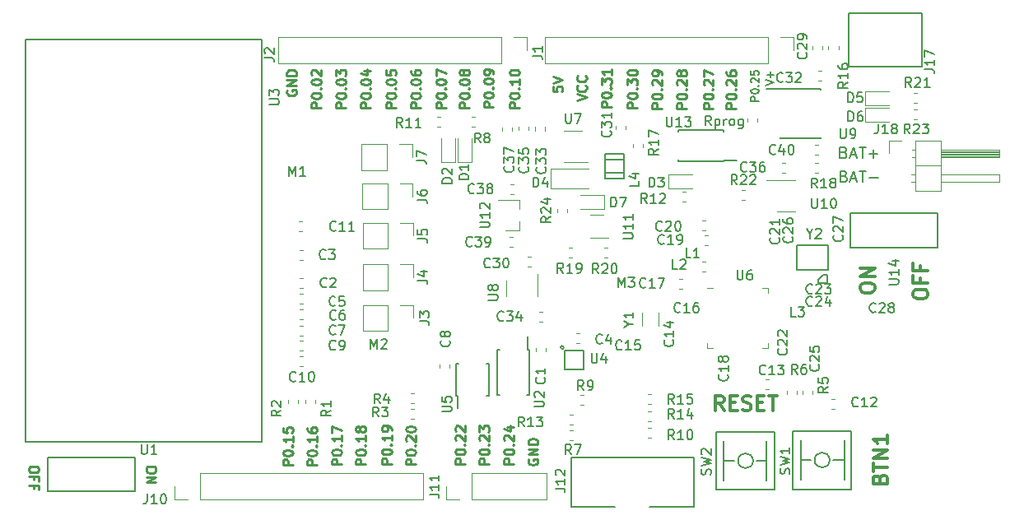
<source format=gbr>
G04 #@! TF.GenerationSoftware,KiCad,Pcbnew,5.0.2-bee76a0~70~ubuntu18.04.1*
G04 #@! TF.CreationDate,2018-12-12T17:35:25-08:00*
G04 #@! TF.ProjectId,NRF52832_Reference,4e524635-3238-4333-925f-526566657265,rev?*
G04 #@! TF.SameCoordinates,Original*
G04 #@! TF.FileFunction,Legend,Top*
G04 #@! TF.FilePolarity,Positive*
%FSLAX46Y46*%
G04 Gerber Fmt 4.6, Leading zero omitted, Abs format (unit mm)*
G04 Created by KiCad (PCBNEW 5.0.2-bee76a0~70~ubuntu18.04.1) date Wed 12 Dec 2018 05:35:25 PM PST*
%MOMM*%
%LPD*%
G01*
G04 APERTURE LIST*
%ADD10C,0.250000*%
%ADD11C,0.200000*%
%ADD12C,0.300000*%
%ADD13C,0.120000*%
%ADD14C,0.150000*%
%ADD15C,0.160000*%
G04 APERTURE END LIST*
D10*
X122181880Y-119276571D02*
X121181880Y-119276571D01*
X121181880Y-118895619D01*
X121229500Y-118800380D01*
X121277119Y-118752761D01*
X121372357Y-118705142D01*
X121515214Y-118705142D01*
X121610452Y-118752761D01*
X121658071Y-118800380D01*
X121705690Y-118895619D01*
X121705690Y-119276571D01*
X121181880Y-118086095D02*
X121181880Y-117990857D01*
X121229500Y-117895619D01*
X121277119Y-117848000D01*
X121372357Y-117800380D01*
X121562833Y-117752761D01*
X121800928Y-117752761D01*
X121991404Y-117800380D01*
X122086642Y-117848000D01*
X122134261Y-117895619D01*
X122181880Y-117990857D01*
X122181880Y-118086095D01*
X122134261Y-118181333D01*
X122086642Y-118228952D01*
X121991404Y-118276571D01*
X121800928Y-118324190D01*
X121562833Y-118324190D01*
X121372357Y-118276571D01*
X121277119Y-118228952D01*
X121229500Y-118181333D01*
X121181880Y-118086095D01*
X122086642Y-117324190D02*
X122134261Y-117276571D01*
X122181880Y-117324190D01*
X122134261Y-117371809D01*
X122086642Y-117324190D01*
X122181880Y-117324190D01*
X122181880Y-116324190D02*
X122181880Y-116895619D01*
X122181880Y-116609904D02*
X121181880Y-116609904D01*
X121324738Y-116705142D01*
X121419976Y-116800380D01*
X121467595Y-116895619D01*
X121181880Y-115419428D02*
X121181880Y-115895619D01*
X121658071Y-115943238D01*
X121610452Y-115895619D01*
X121562833Y-115800380D01*
X121562833Y-115562285D01*
X121610452Y-115467047D01*
X121658071Y-115419428D01*
X121753309Y-115371809D01*
X121991404Y-115371809D01*
X122086642Y-115419428D01*
X122134261Y-115467047D01*
X122181880Y-115562285D01*
X122181880Y-115800380D01*
X122134261Y-115895619D01*
X122086642Y-115943238D01*
X124658380Y-119276571D02*
X123658380Y-119276571D01*
X123658380Y-118895619D01*
X123706000Y-118800380D01*
X123753619Y-118752761D01*
X123848857Y-118705142D01*
X123991714Y-118705142D01*
X124086952Y-118752761D01*
X124134571Y-118800380D01*
X124182190Y-118895619D01*
X124182190Y-119276571D01*
X123658380Y-118086095D02*
X123658380Y-117990857D01*
X123706000Y-117895619D01*
X123753619Y-117848000D01*
X123848857Y-117800380D01*
X124039333Y-117752761D01*
X124277428Y-117752761D01*
X124467904Y-117800380D01*
X124563142Y-117848000D01*
X124610761Y-117895619D01*
X124658380Y-117990857D01*
X124658380Y-118086095D01*
X124610761Y-118181333D01*
X124563142Y-118228952D01*
X124467904Y-118276571D01*
X124277428Y-118324190D01*
X124039333Y-118324190D01*
X123848857Y-118276571D01*
X123753619Y-118228952D01*
X123706000Y-118181333D01*
X123658380Y-118086095D01*
X124563142Y-117324190D02*
X124610761Y-117276571D01*
X124658380Y-117324190D01*
X124610761Y-117371809D01*
X124563142Y-117324190D01*
X124658380Y-117324190D01*
X124658380Y-116324190D02*
X124658380Y-116895619D01*
X124658380Y-116609904D02*
X123658380Y-116609904D01*
X123801238Y-116705142D01*
X123896476Y-116800380D01*
X123944095Y-116895619D01*
X123658380Y-115467047D02*
X123658380Y-115657523D01*
X123706000Y-115752761D01*
X123753619Y-115800380D01*
X123896476Y-115895619D01*
X124086952Y-115943238D01*
X124467904Y-115943238D01*
X124563142Y-115895619D01*
X124610761Y-115848000D01*
X124658380Y-115752761D01*
X124658380Y-115562285D01*
X124610761Y-115467047D01*
X124563142Y-115419428D01*
X124467904Y-115371809D01*
X124229809Y-115371809D01*
X124134571Y-115419428D01*
X124086952Y-115467047D01*
X124039333Y-115562285D01*
X124039333Y-115752761D01*
X124086952Y-115848000D01*
X124134571Y-115895619D01*
X124229809Y-115943238D01*
X127198380Y-119213071D02*
X126198380Y-119213071D01*
X126198380Y-118832119D01*
X126246000Y-118736880D01*
X126293619Y-118689261D01*
X126388857Y-118641642D01*
X126531714Y-118641642D01*
X126626952Y-118689261D01*
X126674571Y-118736880D01*
X126722190Y-118832119D01*
X126722190Y-119213071D01*
X126198380Y-118022595D02*
X126198380Y-117927357D01*
X126246000Y-117832119D01*
X126293619Y-117784500D01*
X126388857Y-117736880D01*
X126579333Y-117689261D01*
X126817428Y-117689261D01*
X127007904Y-117736880D01*
X127103142Y-117784500D01*
X127150761Y-117832119D01*
X127198380Y-117927357D01*
X127198380Y-118022595D01*
X127150761Y-118117833D01*
X127103142Y-118165452D01*
X127007904Y-118213071D01*
X126817428Y-118260690D01*
X126579333Y-118260690D01*
X126388857Y-118213071D01*
X126293619Y-118165452D01*
X126246000Y-118117833D01*
X126198380Y-118022595D01*
X127103142Y-117260690D02*
X127150761Y-117213071D01*
X127198380Y-117260690D01*
X127150761Y-117308309D01*
X127103142Y-117260690D01*
X127198380Y-117260690D01*
X127198380Y-116260690D02*
X127198380Y-116832119D01*
X127198380Y-116546404D02*
X126198380Y-116546404D01*
X126341238Y-116641642D01*
X126436476Y-116736880D01*
X126484095Y-116832119D01*
X126198380Y-115927357D02*
X126198380Y-115260690D01*
X127198380Y-115689261D01*
X129674880Y-119213071D02*
X128674880Y-119213071D01*
X128674880Y-118832119D01*
X128722500Y-118736880D01*
X128770119Y-118689261D01*
X128865357Y-118641642D01*
X129008214Y-118641642D01*
X129103452Y-118689261D01*
X129151071Y-118736880D01*
X129198690Y-118832119D01*
X129198690Y-119213071D01*
X128674880Y-118022595D02*
X128674880Y-117927357D01*
X128722500Y-117832119D01*
X128770119Y-117784500D01*
X128865357Y-117736880D01*
X129055833Y-117689261D01*
X129293928Y-117689261D01*
X129484404Y-117736880D01*
X129579642Y-117784500D01*
X129627261Y-117832119D01*
X129674880Y-117927357D01*
X129674880Y-118022595D01*
X129627261Y-118117833D01*
X129579642Y-118165452D01*
X129484404Y-118213071D01*
X129293928Y-118260690D01*
X129055833Y-118260690D01*
X128865357Y-118213071D01*
X128770119Y-118165452D01*
X128722500Y-118117833D01*
X128674880Y-118022595D01*
X129579642Y-117260690D02*
X129627261Y-117213071D01*
X129674880Y-117260690D01*
X129627261Y-117308309D01*
X129579642Y-117260690D01*
X129674880Y-117260690D01*
X129674880Y-116260690D02*
X129674880Y-116832119D01*
X129674880Y-116546404D02*
X128674880Y-116546404D01*
X128817738Y-116641642D01*
X128912976Y-116736880D01*
X128960595Y-116832119D01*
X129103452Y-115689261D02*
X129055833Y-115784500D01*
X129008214Y-115832119D01*
X128912976Y-115879738D01*
X128865357Y-115879738D01*
X128770119Y-115832119D01*
X128722500Y-115784500D01*
X128674880Y-115689261D01*
X128674880Y-115498785D01*
X128722500Y-115403547D01*
X128770119Y-115355928D01*
X128865357Y-115308309D01*
X128912976Y-115308309D01*
X129008214Y-115355928D01*
X129055833Y-115403547D01*
X129103452Y-115498785D01*
X129103452Y-115689261D01*
X129151071Y-115784500D01*
X129198690Y-115832119D01*
X129293928Y-115879738D01*
X129484404Y-115879738D01*
X129579642Y-115832119D01*
X129627261Y-115784500D01*
X129674880Y-115689261D01*
X129674880Y-115498785D01*
X129627261Y-115403547D01*
X129579642Y-115355928D01*
X129484404Y-115308309D01*
X129293928Y-115308309D01*
X129198690Y-115355928D01*
X129151071Y-115403547D01*
X129103452Y-115498785D01*
X132341880Y-119149571D02*
X131341880Y-119149571D01*
X131341880Y-118768619D01*
X131389500Y-118673380D01*
X131437119Y-118625761D01*
X131532357Y-118578142D01*
X131675214Y-118578142D01*
X131770452Y-118625761D01*
X131818071Y-118673380D01*
X131865690Y-118768619D01*
X131865690Y-119149571D01*
X131341880Y-117959095D02*
X131341880Y-117863857D01*
X131389500Y-117768619D01*
X131437119Y-117721000D01*
X131532357Y-117673380D01*
X131722833Y-117625761D01*
X131960928Y-117625761D01*
X132151404Y-117673380D01*
X132246642Y-117721000D01*
X132294261Y-117768619D01*
X132341880Y-117863857D01*
X132341880Y-117959095D01*
X132294261Y-118054333D01*
X132246642Y-118101952D01*
X132151404Y-118149571D01*
X131960928Y-118197190D01*
X131722833Y-118197190D01*
X131532357Y-118149571D01*
X131437119Y-118101952D01*
X131389500Y-118054333D01*
X131341880Y-117959095D01*
X132246642Y-117197190D02*
X132294261Y-117149571D01*
X132341880Y-117197190D01*
X132294261Y-117244809D01*
X132246642Y-117197190D01*
X132341880Y-117197190D01*
X132341880Y-116197190D02*
X132341880Y-116768619D01*
X132341880Y-116482904D02*
X131341880Y-116482904D01*
X131484738Y-116578142D01*
X131579976Y-116673380D01*
X131627595Y-116768619D01*
X132341880Y-115721000D02*
X132341880Y-115530523D01*
X132294261Y-115435285D01*
X132246642Y-115387666D01*
X132103785Y-115292428D01*
X131913309Y-115244809D01*
X131532357Y-115244809D01*
X131437119Y-115292428D01*
X131389500Y-115340047D01*
X131341880Y-115435285D01*
X131341880Y-115625761D01*
X131389500Y-115721000D01*
X131437119Y-115768619D01*
X131532357Y-115816238D01*
X131770452Y-115816238D01*
X131865690Y-115768619D01*
X131913309Y-115721000D01*
X131960928Y-115625761D01*
X131960928Y-115435285D01*
X131913309Y-115340047D01*
X131865690Y-115292428D01*
X131770452Y-115244809D01*
X134818380Y-119213071D02*
X133818380Y-119213071D01*
X133818380Y-118832119D01*
X133866000Y-118736880D01*
X133913619Y-118689261D01*
X134008857Y-118641642D01*
X134151714Y-118641642D01*
X134246952Y-118689261D01*
X134294571Y-118736880D01*
X134342190Y-118832119D01*
X134342190Y-119213071D01*
X133818380Y-118022595D02*
X133818380Y-117927357D01*
X133866000Y-117832119D01*
X133913619Y-117784500D01*
X134008857Y-117736880D01*
X134199333Y-117689261D01*
X134437428Y-117689261D01*
X134627904Y-117736880D01*
X134723142Y-117784500D01*
X134770761Y-117832119D01*
X134818380Y-117927357D01*
X134818380Y-118022595D01*
X134770761Y-118117833D01*
X134723142Y-118165452D01*
X134627904Y-118213071D01*
X134437428Y-118260690D01*
X134199333Y-118260690D01*
X134008857Y-118213071D01*
X133913619Y-118165452D01*
X133866000Y-118117833D01*
X133818380Y-118022595D01*
X134723142Y-117260690D02*
X134770761Y-117213071D01*
X134818380Y-117260690D01*
X134770761Y-117308309D01*
X134723142Y-117260690D01*
X134818380Y-117260690D01*
X133913619Y-116832119D02*
X133866000Y-116784500D01*
X133818380Y-116689261D01*
X133818380Y-116451166D01*
X133866000Y-116355928D01*
X133913619Y-116308309D01*
X134008857Y-116260690D01*
X134104095Y-116260690D01*
X134246952Y-116308309D01*
X134818380Y-116879738D01*
X134818380Y-116260690D01*
X133818380Y-115641642D02*
X133818380Y-115546404D01*
X133866000Y-115451166D01*
X133913619Y-115403547D01*
X134008857Y-115355928D01*
X134199333Y-115308309D01*
X134437428Y-115308309D01*
X134627904Y-115355928D01*
X134723142Y-115403547D01*
X134770761Y-115451166D01*
X134818380Y-115546404D01*
X134818380Y-115641642D01*
X134770761Y-115736880D01*
X134723142Y-115784500D01*
X134627904Y-115832119D01*
X134437428Y-115879738D01*
X134199333Y-115879738D01*
X134008857Y-115832119D01*
X133913619Y-115784500D01*
X133866000Y-115736880D01*
X133818380Y-115641642D01*
X139898380Y-119149571D02*
X138898380Y-119149571D01*
X138898380Y-118768619D01*
X138946000Y-118673380D01*
X138993619Y-118625761D01*
X139088857Y-118578142D01*
X139231714Y-118578142D01*
X139326952Y-118625761D01*
X139374571Y-118673380D01*
X139422190Y-118768619D01*
X139422190Y-119149571D01*
X138898380Y-117959095D02*
X138898380Y-117863857D01*
X138946000Y-117768619D01*
X138993619Y-117721000D01*
X139088857Y-117673380D01*
X139279333Y-117625761D01*
X139517428Y-117625761D01*
X139707904Y-117673380D01*
X139803142Y-117721000D01*
X139850761Y-117768619D01*
X139898380Y-117863857D01*
X139898380Y-117959095D01*
X139850761Y-118054333D01*
X139803142Y-118101952D01*
X139707904Y-118149571D01*
X139517428Y-118197190D01*
X139279333Y-118197190D01*
X139088857Y-118149571D01*
X138993619Y-118101952D01*
X138946000Y-118054333D01*
X138898380Y-117959095D01*
X139803142Y-117197190D02*
X139850761Y-117149571D01*
X139898380Y-117197190D01*
X139850761Y-117244809D01*
X139803142Y-117197190D01*
X139898380Y-117197190D01*
X138993619Y-116768619D02*
X138946000Y-116721000D01*
X138898380Y-116625761D01*
X138898380Y-116387666D01*
X138946000Y-116292428D01*
X138993619Y-116244809D01*
X139088857Y-116197190D01*
X139184095Y-116197190D01*
X139326952Y-116244809D01*
X139898380Y-116816238D01*
X139898380Y-116197190D01*
X138993619Y-115816238D02*
X138946000Y-115768619D01*
X138898380Y-115673380D01*
X138898380Y-115435285D01*
X138946000Y-115340047D01*
X138993619Y-115292428D01*
X139088857Y-115244809D01*
X139184095Y-115244809D01*
X139326952Y-115292428D01*
X139898380Y-115863857D01*
X139898380Y-115244809D01*
X142374880Y-119149571D02*
X141374880Y-119149571D01*
X141374880Y-118768619D01*
X141422500Y-118673380D01*
X141470119Y-118625761D01*
X141565357Y-118578142D01*
X141708214Y-118578142D01*
X141803452Y-118625761D01*
X141851071Y-118673380D01*
X141898690Y-118768619D01*
X141898690Y-119149571D01*
X141374880Y-117959095D02*
X141374880Y-117863857D01*
X141422500Y-117768619D01*
X141470119Y-117721000D01*
X141565357Y-117673380D01*
X141755833Y-117625761D01*
X141993928Y-117625761D01*
X142184404Y-117673380D01*
X142279642Y-117721000D01*
X142327261Y-117768619D01*
X142374880Y-117863857D01*
X142374880Y-117959095D01*
X142327261Y-118054333D01*
X142279642Y-118101952D01*
X142184404Y-118149571D01*
X141993928Y-118197190D01*
X141755833Y-118197190D01*
X141565357Y-118149571D01*
X141470119Y-118101952D01*
X141422500Y-118054333D01*
X141374880Y-117959095D01*
X142279642Y-117197190D02*
X142327261Y-117149571D01*
X142374880Y-117197190D01*
X142327261Y-117244809D01*
X142279642Y-117197190D01*
X142374880Y-117197190D01*
X141470119Y-116768619D02*
X141422500Y-116721000D01*
X141374880Y-116625761D01*
X141374880Y-116387666D01*
X141422500Y-116292428D01*
X141470119Y-116244809D01*
X141565357Y-116197190D01*
X141660595Y-116197190D01*
X141803452Y-116244809D01*
X142374880Y-116816238D01*
X142374880Y-116197190D01*
X141374880Y-115863857D02*
X141374880Y-115244809D01*
X141755833Y-115578142D01*
X141755833Y-115435285D01*
X141803452Y-115340047D01*
X141851071Y-115292428D01*
X141946309Y-115244809D01*
X142184404Y-115244809D01*
X142279642Y-115292428D01*
X142327261Y-115340047D01*
X142374880Y-115435285D01*
X142374880Y-115721000D01*
X142327261Y-115816238D01*
X142279642Y-115863857D01*
X144914880Y-119149571D02*
X143914880Y-119149571D01*
X143914880Y-118768619D01*
X143962500Y-118673380D01*
X144010119Y-118625761D01*
X144105357Y-118578142D01*
X144248214Y-118578142D01*
X144343452Y-118625761D01*
X144391071Y-118673380D01*
X144438690Y-118768619D01*
X144438690Y-119149571D01*
X143914880Y-117959095D02*
X143914880Y-117863857D01*
X143962500Y-117768619D01*
X144010119Y-117721000D01*
X144105357Y-117673380D01*
X144295833Y-117625761D01*
X144533928Y-117625761D01*
X144724404Y-117673380D01*
X144819642Y-117721000D01*
X144867261Y-117768619D01*
X144914880Y-117863857D01*
X144914880Y-117959095D01*
X144867261Y-118054333D01*
X144819642Y-118101952D01*
X144724404Y-118149571D01*
X144533928Y-118197190D01*
X144295833Y-118197190D01*
X144105357Y-118149571D01*
X144010119Y-118101952D01*
X143962500Y-118054333D01*
X143914880Y-117959095D01*
X144819642Y-117197190D02*
X144867261Y-117149571D01*
X144914880Y-117197190D01*
X144867261Y-117244809D01*
X144819642Y-117197190D01*
X144914880Y-117197190D01*
X144010119Y-116768619D02*
X143962500Y-116721000D01*
X143914880Y-116625761D01*
X143914880Y-116387666D01*
X143962500Y-116292428D01*
X144010119Y-116244809D01*
X144105357Y-116197190D01*
X144200595Y-116197190D01*
X144343452Y-116244809D01*
X144914880Y-116816238D01*
X144914880Y-116197190D01*
X144248214Y-115340047D02*
X144914880Y-115340047D01*
X143867261Y-115578142D02*
X144581547Y-115816238D01*
X144581547Y-115197190D01*
X146439000Y-118681404D02*
X146391380Y-118776642D01*
X146391380Y-118919500D01*
X146439000Y-119062357D01*
X146534238Y-119157595D01*
X146629476Y-119205214D01*
X146819952Y-119252833D01*
X146962809Y-119252833D01*
X147153285Y-119205214D01*
X147248523Y-119157595D01*
X147343761Y-119062357D01*
X147391380Y-118919500D01*
X147391380Y-118824261D01*
X147343761Y-118681404D01*
X147296142Y-118633785D01*
X146962809Y-118633785D01*
X146962809Y-118824261D01*
X147391380Y-118205214D02*
X146391380Y-118205214D01*
X147391380Y-117633785D01*
X146391380Y-117633785D01*
X147391380Y-117157595D02*
X146391380Y-117157595D01*
X146391380Y-116919500D01*
X146439000Y-116776642D01*
X146534238Y-116681404D01*
X146629476Y-116633785D01*
X146819952Y-116586166D01*
X146962809Y-116586166D01*
X147153285Y-116633785D01*
X147248523Y-116681404D01*
X147343761Y-116776642D01*
X147391380Y-116919500D01*
X147391380Y-117157595D01*
D11*
X170821404Y-80200404D02*
X171621404Y-79933738D01*
X170821404Y-79667071D01*
X171316642Y-79400404D02*
X171316642Y-78790880D01*
X171621404Y-79095642D02*
X171011880Y-79095642D01*
X170097404Y-81806857D02*
X169297404Y-81806857D01*
X169297404Y-81502095D01*
X169335500Y-81425904D01*
X169373595Y-81387809D01*
X169449785Y-81349714D01*
X169564071Y-81349714D01*
X169640261Y-81387809D01*
X169678357Y-81425904D01*
X169716452Y-81502095D01*
X169716452Y-81806857D01*
X169297404Y-80854476D02*
X169297404Y-80778285D01*
X169335500Y-80702095D01*
X169373595Y-80664000D01*
X169449785Y-80625904D01*
X169602166Y-80587809D01*
X169792642Y-80587809D01*
X169945023Y-80625904D01*
X170021214Y-80664000D01*
X170059309Y-80702095D01*
X170097404Y-80778285D01*
X170097404Y-80854476D01*
X170059309Y-80930666D01*
X170021214Y-80968761D01*
X169945023Y-81006857D01*
X169792642Y-81044952D01*
X169602166Y-81044952D01*
X169449785Y-81006857D01*
X169373595Y-80968761D01*
X169335500Y-80930666D01*
X169297404Y-80854476D01*
X170021214Y-80244952D02*
X170059309Y-80206857D01*
X170097404Y-80244952D01*
X170059309Y-80283047D01*
X170021214Y-80244952D01*
X170097404Y-80244952D01*
X169373595Y-79902095D02*
X169335500Y-79864000D01*
X169297404Y-79787809D01*
X169297404Y-79597333D01*
X169335500Y-79521142D01*
X169373595Y-79483047D01*
X169449785Y-79444952D01*
X169525976Y-79444952D01*
X169640261Y-79483047D01*
X170097404Y-79940190D01*
X170097404Y-79444952D01*
X169297404Y-78721142D02*
X169297404Y-79102095D01*
X169678357Y-79140190D01*
X169640261Y-79102095D01*
X169602166Y-79025904D01*
X169602166Y-78835428D01*
X169640261Y-78759238D01*
X169678357Y-78721142D01*
X169754547Y-78683047D01*
X169945023Y-78683047D01*
X170021214Y-78721142D01*
X170059309Y-78759238D01*
X170097404Y-78835428D01*
X170097404Y-79025904D01*
X170059309Y-79102095D01*
X170021214Y-79140190D01*
D10*
X167774880Y-82573571D02*
X166774880Y-82573571D01*
X166774880Y-82192619D01*
X166822500Y-82097380D01*
X166870119Y-82049761D01*
X166965357Y-82002142D01*
X167108214Y-82002142D01*
X167203452Y-82049761D01*
X167251071Y-82097380D01*
X167298690Y-82192619D01*
X167298690Y-82573571D01*
X166774880Y-81383095D02*
X166774880Y-81287857D01*
X166822500Y-81192619D01*
X166870119Y-81145000D01*
X166965357Y-81097380D01*
X167155833Y-81049761D01*
X167393928Y-81049761D01*
X167584404Y-81097380D01*
X167679642Y-81145000D01*
X167727261Y-81192619D01*
X167774880Y-81287857D01*
X167774880Y-81383095D01*
X167727261Y-81478333D01*
X167679642Y-81525952D01*
X167584404Y-81573571D01*
X167393928Y-81621190D01*
X167155833Y-81621190D01*
X166965357Y-81573571D01*
X166870119Y-81525952D01*
X166822500Y-81478333D01*
X166774880Y-81383095D01*
X167679642Y-80621190D02*
X167727261Y-80573571D01*
X167774880Y-80621190D01*
X167727261Y-80668809D01*
X167679642Y-80621190D01*
X167774880Y-80621190D01*
X166870119Y-80192619D02*
X166822500Y-80145000D01*
X166774880Y-80049761D01*
X166774880Y-79811666D01*
X166822500Y-79716428D01*
X166870119Y-79668809D01*
X166965357Y-79621190D01*
X167060595Y-79621190D01*
X167203452Y-79668809D01*
X167774880Y-80240238D01*
X167774880Y-79621190D01*
X166774880Y-78764047D02*
X166774880Y-78954523D01*
X166822500Y-79049761D01*
X166870119Y-79097380D01*
X167012976Y-79192619D01*
X167203452Y-79240238D01*
X167584404Y-79240238D01*
X167679642Y-79192619D01*
X167727261Y-79145000D01*
X167774880Y-79049761D01*
X167774880Y-78859285D01*
X167727261Y-78764047D01*
X167679642Y-78716428D01*
X167584404Y-78668809D01*
X167346309Y-78668809D01*
X167251071Y-78716428D01*
X167203452Y-78764047D01*
X167155833Y-78859285D01*
X167155833Y-79049761D01*
X167203452Y-79145000D01*
X167251071Y-79192619D01*
X167346309Y-79240238D01*
X165425380Y-82573571D02*
X164425380Y-82573571D01*
X164425380Y-82192619D01*
X164473000Y-82097380D01*
X164520619Y-82049761D01*
X164615857Y-82002142D01*
X164758714Y-82002142D01*
X164853952Y-82049761D01*
X164901571Y-82097380D01*
X164949190Y-82192619D01*
X164949190Y-82573571D01*
X164425380Y-81383095D02*
X164425380Y-81287857D01*
X164473000Y-81192619D01*
X164520619Y-81145000D01*
X164615857Y-81097380D01*
X164806333Y-81049761D01*
X165044428Y-81049761D01*
X165234904Y-81097380D01*
X165330142Y-81145000D01*
X165377761Y-81192619D01*
X165425380Y-81287857D01*
X165425380Y-81383095D01*
X165377761Y-81478333D01*
X165330142Y-81525952D01*
X165234904Y-81573571D01*
X165044428Y-81621190D01*
X164806333Y-81621190D01*
X164615857Y-81573571D01*
X164520619Y-81525952D01*
X164473000Y-81478333D01*
X164425380Y-81383095D01*
X165330142Y-80621190D02*
X165377761Y-80573571D01*
X165425380Y-80621190D01*
X165377761Y-80668809D01*
X165330142Y-80621190D01*
X165425380Y-80621190D01*
X164520619Y-80192619D02*
X164473000Y-80145000D01*
X164425380Y-80049761D01*
X164425380Y-79811666D01*
X164473000Y-79716428D01*
X164520619Y-79668809D01*
X164615857Y-79621190D01*
X164711095Y-79621190D01*
X164853952Y-79668809D01*
X165425380Y-80240238D01*
X165425380Y-79621190D01*
X164425380Y-79287857D02*
X164425380Y-78621190D01*
X165425380Y-79049761D01*
X162694880Y-82573571D02*
X161694880Y-82573571D01*
X161694880Y-82192619D01*
X161742500Y-82097380D01*
X161790119Y-82049761D01*
X161885357Y-82002142D01*
X162028214Y-82002142D01*
X162123452Y-82049761D01*
X162171071Y-82097380D01*
X162218690Y-82192619D01*
X162218690Y-82573571D01*
X161694880Y-81383095D02*
X161694880Y-81287857D01*
X161742500Y-81192619D01*
X161790119Y-81145000D01*
X161885357Y-81097380D01*
X162075833Y-81049761D01*
X162313928Y-81049761D01*
X162504404Y-81097380D01*
X162599642Y-81145000D01*
X162647261Y-81192619D01*
X162694880Y-81287857D01*
X162694880Y-81383095D01*
X162647261Y-81478333D01*
X162599642Y-81525952D01*
X162504404Y-81573571D01*
X162313928Y-81621190D01*
X162075833Y-81621190D01*
X161885357Y-81573571D01*
X161790119Y-81525952D01*
X161742500Y-81478333D01*
X161694880Y-81383095D01*
X162599642Y-80621190D02*
X162647261Y-80573571D01*
X162694880Y-80621190D01*
X162647261Y-80668809D01*
X162599642Y-80621190D01*
X162694880Y-80621190D01*
X161790119Y-80192619D02*
X161742500Y-80145000D01*
X161694880Y-80049761D01*
X161694880Y-79811666D01*
X161742500Y-79716428D01*
X161790119Y-79668809D01*
X161885357Y-79621190D01*
X161980595Y-79621190D01*
X162123452Y-79668809D01*
X162694880Y-80240238D01*
X162694880Y-79621190D01*
X162123452Y-79049761D02*
X162075833Y-79145000D01*
X162028214Y-79192619D01*
X161932976Y-79240238D01*
X161885357Y-79240238D01*
X161790119Y-79192619D01*
X161742500Y-79145000D01*
X161694880Y-79049761D01*
X161694880Y-78859285D01*
X161742500Y-78764047D01*
X161790119Y-78716428D01*
X161885357Y-78668809D01*
X161932976Y-78668809D01*
X162028214Y-78716428D01*
X162075833Y-78764047D01*
X162123452Y-78859285D01*
X162123452Y-79049761D01*
X162171071Y-79145000D01*
X162218690Y-79192619D01*
X162313928Y-79240238D01*
X162504404Y-79240238D01*
X162599642Y-79192619D01*
X162647261Y-79145000D01*
X162694880Y-79049761D01*
X162694880Y-78859285D01*
X162647261Y-78764047D01*
X162599642Y-78716428D01*
X162504404Y-78668809D01*
X162313928Y-78668809D01*
X162218690Y-78716428D01*
X162171071Y-78764047D01*
X162123452Y-78859285D01*
X160154880Y-82573571D02*
X159154880Y-82573571D01*
X159154880Y-82192619D01*
X159202500Y-82097380D01*
X159250119Y-82049761D01*
X159345357Y-82002142D01*
X159488214Y-82002142D01*
X159583452Y-82049761D01*
X159631071Y-82097380D01*
X159678690Y-82192619D01*
X159678690Y-82573571D01*
X159154880Y-81383095D02*
X159154880Y-81287857D01*
X159202500Y-81192619D01*
X159250119Y-81145000D01*
X159345357Y-81097380D01*
X159535833Y-81049761D01*
X159773928Y-81049761D01*
X159964404Y-81097380D01*
X160059642Y-81145000D01*
X160107261Y-81192619D01*
X160154880Y-81287857D01*
X160154880Y-81383095D01*
X160107261Y-81478333D01*
X160059642Y-81525952D01*
X159964404Y-81573571D01*
X159773928Y-81621190D01*
X159535833Y-81621190D01*
X159345357Y-81573571D01*
X159250119Y-81525952D01*
X159202500Y-81478333D01*
X159154880Y-81383095D01*
X160059642Y-80621190D02*
X160107261Y-80573571D01*
X160154880Y-80621190D01*
X160107261Y-80668809D01*
X160059642Y-80621190D01*
X160154880Y-80621190D01*
X159250119Y-80192619D02*
X159202500Y-80145000D01*
X159154880Y-80049761D01*
X159154880Y-79811666D01*
X159202500Y-79716428D01*
X159250119Y-79668809D01*
X159345357Y-79621190D01*
X159440595Y-79621190D01*
X159583452Y-79668809D01*
X160154880Y-80240238D01*
X160154880Y-79621190D01*
X160154880Y-79145000D02*
X160154880Y-78954523D01*
X160107261Y-78859285D01*
X160059642Y-78811666D01*
X159916785Y-78716428D01*
X159726309Y-78668809D01*
X159345357Y-78668809D01*
X159250119Y-78716428D01*
X159202500Y-78764047D01*
X159154880Y-78859285D01*
X159154880Y-79049761D01*
X159202500Y-79145000D01*
X159250119Y-79192619D01*
X159345357Y-79240238D01*
X159583452Y-79240238D01*
X159678690Y-79192619D01*
X159726309Y-79145000D01*
X159773928Y-79049761D01*
X159773928Y-78859285D01*
X159726309Y-78764047D01*
X159678690Y-78716428D01*
X159583452Y-78668809D01*
X157614880Y-82510071D02*
X156614880Y-82510071D01*
X156614880Y-82129119D01*
X156662500Y-82033880D01*
X156710119Y-81986261D01*
X156805357Y-81938642D01*
X156948214Y-81938642D01*
X157043452Y-81986261D01*
X157091071Y-82033880D01*
X157138690Y-82129119D01*
X157138690Y-82510071D01*
X156614880Y-81319595D02*
X156614880Y-81224357D01*
X156662500Y-81129119D01*
X156710119Y-81081500D01*
X156805357Y-81033880D01*
X156995833Y-80986261D01*
X157233928Y-80986261D01*
X157424404Y-81033880D01*
X157519642Y-81081500D01*
X157567261Y-81129119D01*
X157614880Y-81224357D01*
X157614880Y-81319595D01*
X157567261Y-81414833D01*
X157519642Y-81462452D01*
X157424404Y-81510071D01*
X157233928Y-81557690D01*
X156995833Y-81557690D01*
X156805357Y-81510071D01*
X156710119Y-81462452D01*
X156662500Y-81414833D01*
X156614880Y-81319595D01*
X157519642Y-80557690D02*
X157567261Y-80510071D01*
X157614880Y-80557690D01*
X157567261Y-80605309D01*
X157519642Y-80557690D01*
X157614880Y-80557690D01*
X156614880Y-80176738D02*
X156614880Y-79557690D01*
X156995833Y-79891023D01*
X156995833Y-79748166D01*
X157043452Y-79652928D01*
X157091071Y-79605309D01*
X157186309Y-79557690D01*
X157424404Y-79557690D01*
X157519642Y-79605309D01*
X157567261Y-79652928D01*
X157614880Y-79748166D01*
X157614880Y-80033880D01*
X157567261Y-80129119D01*
X157519642Y-80176738D01*
X156614880Y-78938642D02*
X156614880Y-78843404D01*
X156662500Y-78748166D01*
X156710119Y-78700547D01*
X156805357Y-78652928D01*
X156995833Y-78605309D01*
X157233928Y-78605309D01*
X157424404Y-78652928D01*
X157519642Y-78700547D01*
X157567261Y-78748166D01*
X157614880Y-78843404D01*
X157614880Y-78938642D01*
X157567261Y-79033880D01*
X157519642Y-79081500D01*
X157424404Y-79129119D01*
X157233928Y-79176738D01*
X156995833Y-79176738D01*
X156805357Y-79129119D01*
X156710119Y-79081500D01*
X156662500Y-79033880D01*
X156614880Y-78938642D01*
X154947880Y-82446571D02*
X153947880Y-82446571D01*
X153947880Y-82065619D01*
X153995500Y-81970380D01*
X154043119Y-81922761D01*
X154138357Y-81875142D01*
X154281214Y-81875142D01*
X154376452Y-81922761D01*
X154424071Y-81970380D01*
X154471690Y-82065619D01*
X154471690Y-82446571D01*
X153947880Y-81256095D02*
X153947880Y-81160857D01*
X153995500Y-81065619D01*
X154043119Y-81018000D01*
X154138357Y-80970380D01*
X154328833Y-80922761D01*
X154566928Y-80922761D01*
X154757404Y-80970380D01*
X154852642Y-81018000D01*
X154900261Y-81065619D01*
X154947880Y-81160857D01*
X154947880Y-81256095D01*
X154900261Y-81351333D01*
X154852642Y-81398952D01*
X154757404Y-81446571D01*
X154566928Y-81494190D01*
X154328833Y-81494190D01*
X154138357Y-81446571D01*
X154043119Y-81398952D01*
X153995500Y-81351333D01*
X153947880Y-81256095D01*
X154852642Y-80494190D02*
X154900261Y-80446571D01*
X154947880Y-80494190D01*
X154900261Y-80541809D01*
X154852642Y-80494190D01*
X154947880Y-80494190D01*
X153947880Y-80113238D02*
X153947880Y-79494190D01*
X154328833Y-79827523D01*
X154328833Y-79684666D01*
X154376452Y-79589428D01*
X154424071Y-79541809D01*
X154519309Y-79494190D01*
X154757404Y-79494190D01*
X154852642Y-79541809D01*
X154900261Y-79589428D01*
X154947880Y-79684666D01*
X154947880Y-79970380D01*
X154900261Y-80065619D01*
X154852642Y-80113238D01*
X154947880Y-78541809D02*
X154947880Y-79113238D01*
X154947880Y-78827523D02*
X153947880Y-78827523D01*
X154090738Y-78922761D01*
X154185976Y-79018000D01*
X154233595Y-79113238D01*
X151407880Y-81787833D02*
X152407880Y-81454500D01*
X151407880Y-81121166D01*
X152312642Y-80216404D02*
X152360261Y-80264023D01*
X152407880Y-80406880D01*
X152407880Y-80502119D01*
X152360261Y-80644976D01*
X152265023Y-80740214D01*
X152169785Y-80787833D01*
X151979309Y-80835452D01*
X151836452Y-80835452D01*
X151645976Y-80787833D01*
X151550738Y-80740214D01*
X151455500Y-80644976D01*
X151407880Y-80502119D01*
X151407880Y-80406880D01*
X151455500Y-80264023D01*
X151503119Y-80216404D01*
X152312642Y-79216404D02*
X152360261Y-79264023D01*
X152407880Y-79406880D01*
X152407880Y-79502119D01*
X152360261Y-79644976D01*
X152265023Y-79740214D01*
X152169785Y-79787833D01*
X151979309Y-79835452D01*
X151836452Y-79835452D01*
X151645976Y-79787833D01*
X151550738Y-79740214D01*
X151455500Y-79644976D01*
X151407880Y-79502119D01*
X151407880Y-79406880D01*
X151455500Y-79264023D01*
X151503119Y-79216404D01*
X148931380Y-80327476D02*
X148931380Y-80803666D01*
X149407571Y-80851285D01*
X149359952Y-80803666D01*
X149312333Y-80708428D01*
X149312333Y-80470333D01*
X149359952Y-80375095D01*
X149407571Y-80327476D01*
X149502809Y-80279857D01*
X149740904Y-80279857D01*
X149836142Y-80327476D01*
X149883761Y-80375095D01*
X149931380Y-80470333D01*
X149931380Y-80708428D01*
X149883761Y-80803666D01*
X149836142Y-80851285D01*
X148931380Y-79994142D02*
X149931380Y-79660809D01*
X148931380Y-79327476D01*
X145486380Y-82510071D02*
X144486380Y-82510071D01*
X144486380Y-82129119D01*
X144534000Y-82033880D01*
X144581619Y-81986261D01*
X144676857Y-81938642D01*
X144819714Y-81938642D01*
X144914952Y-81986261D01*
X144962571Y-82033880D01*
X145010190Y-82129119D01*
X145010190Y-82510071D01*
X144486380Y-81319595D02*
X144486380Y-81224357D01*
X144534000Y-81129119D01*
X144581619Y-81081500D01*
X144676857Y-81033880D01*
X144867333Y-80986261D01*
X145105428Y-80986261D01*
X145295904Y-81033880D01*
X145391142Y-81081500D01*
X145438761Y-81129119D01*
X145486380Y-81224357D01*
X145486380Y-81319595D01*
X145438761Y-81414833D01*
X145391142Y-81462452D01*
X145295904Y-81510071D01*
X145105428Y-81557690D01*
X144867333Y-81557690D01*
X144676857Y-81510071D01*
X144581619Y-81462452D01*
X144534000Y-81414833D01*
X144486380Y-81319595D01*
X145391142Y-80557690D02*
X145438761Y-80510071D01*
X145486380Y-80557690D01*
X145438761Y-80605309D01*
X145391142Y-80557690D01*
X145486380Y-80557690D01*
X145486380Y-79557690D02*
X145486380Y-80129119D01*
X145486380Y-79843404D02*
X144486380Y-79843404D01*
X144629238Y-79938642D01*
X144724476Y-80033880D01*
X144772095Y-80129119D01*
X144486380Y-78938642D02*
X144486380Y-78843404D01*
X144534000Y-78748166D01*
X144581619Y-78700547D01*
X144676857Y-78652928D01*
X144867333Y-78605309D01*
X145105428Y-78605309D01*
X145295904Y-78652928D01*
X145391142Y-78700547D01*
X145438761Y-78748166D01*
X145486380Y-78843404D01*
X145486380Y-78938642D01*
X145438761Y-79033880D01*
X145391142Y-79081500D01*
X145295904Y-79129119D01*
X145105428Y-79176738D01*
X144867333Y-79176738D01*
X144676857Y-79129119D01*
X144581619Y-79081500D01*
X144534000Y-79033880D01*
X144486380Y-78938642D01*
X140342880Y-82510071D02*
X139342880Y-82510071D01*
X139342880Y-82129119D01*
X139390500Y-82033880D01*
X139438119Y-81986261D01*
X139533357Y-81938642D01*
X139676214Y-81938642D01*
X139771452Y-81986261D01*
X139819071Y-82033880D01*
X139866690Y-82129119D01*
X139866690Y-82510071D01*
X139342880Y-81319595D02*
X139342880Y-81224357D01*
X139390500Y-81129119D01*
X139438119Y-81081500D01*
X139533357Y-81033880D01*
X139723833Y-80986261D01*
X139961928Y-80986261D01*
X140152404Y-81033880D01*
X140247642Y-81081500D01*
X140295261Y-81129119D01*
X140342880Y-81224357D01*
X140342880Y-81319595D01*
X140295261Y-81414833D01*
X140247642Y-81462452D01*
X140152404Y-81510071D01*
X139961928Y-81557690D01*
X139723833Y-81557690D01*
X139533357Y-81510071D01*
X139438119Y-81462452D01*
X139390500Y-81414833D01*
X139342880Y-81319595D01*
X140247642Y-80557690D02*
X140295261Y-80510071D01*
X140342880Y-80557690D01*
X140295261Y-80605309D01*
X140247642Y-80557690D01*
X140342880Y-80557690D01*
X139342880Y-79891023D02*
X139342880Y-79795785D01*
X139390500Y-79700547D01*
X139438119Y-79652928D01*
X139533357Y-79605309D01*
X139723833Y-79557690D01*
X139961928Y-79557690D01*
X140152404Y-79605309D01*
X140247642Y-79652928D01*
X140295261Y-79700547D01*
X140342880Y-79795785D01*
X140342880Y-79891023D01*
X140295261Y-79986261D01*
X140247642Y-80033880D01*
X140152404Y-80081500D01*
X139961928Y-80129119D01*
X139723833Y-80129119D01*
X139533357Y-80081500D01*
X139438119Y-80033880D01*
X139390500Y-79986261D01*
X139342880Y-79891023D01*
X139771452Y-78986261D02*
X139723833Y-79081500D01*
X139676214Y-79129119D01*
X139580976Y-79176738D01*
X139533357Y-79176738D01*
X139438119Y-79129119D01*
X139390500Y-79081500D01*
X139342880Y-78986261D01*
X139342880Y-78795785D01*
X139390500Y-78700547D01*
X139438119Y-78652928D01*
X139533357Y-78605309D01*
X139580976Y-78605309D01*
X139676214Y-78652928D01*
X139723833Y-78700547D01*
X139771452Y-78795785D01*
X139771452Y-78986261D01*
X139819071Y-79081500D01*
X139866690Y-79129119D01*
X139961928Y-79176738D01*
X140152404Y-79176738D01*
X140247642Y-79129119D01*
X140295261Y-79081500D01*
X140342880Y-78986261D01*
X140342880Y-78795785D01*
X140295261Y-78700547D01*
X140247642Y-78652928D01*
X140152404Y-78605309D01*
X139961928Y-78605309D01*
X139866690Y-78652928D01*
X139819071Y-78700547D01*
X139771452Y-78795785D01*
X137929880Y-82510071D02*
X136929880Y-82510071D01*
X136929880Y-82129119D01*
X136977500Y-82033880D01*
X137025119Y-81986261D01*
X137120357Y-81938642D01*
X137263214Y-81938642D01*
X137358452Y-81986261D01*
X137406071Y-82033880D01*
X137453690Y-82129119D01*
X137453690Y-82510071D01*
X136929880Y-81319595D02*
X136929880Y-81224357D01*
X136977500Y-81129119D01*
X137025119Y-81081500D01*
X137120357Y-81033880D01*
X137310833Y-80986261D01*
X137548928Y-80986261D01*
X137739404Y-81033880D01*
X137834642Y-81081500D01*
X137882261Y-81129119D01*
X137929880Y-81224357D01*
X137929880Y-81319595D01*
X137882261Y-81414833D01*
X137834642Y-81462452D01*
X137739404Y-81510071D01*
X137548928Y-81557690D01*
X137310833Y-81557690D01*
X137120357Y-81510071D01*
X137025119Y-81462452D01*
X136977500Y-81414833D01*
X136929880Y-81319595D01*
X137834642Y-80557690D02*
X137882261Y-80510071D01*
X137929880Y-80557690D01*
X137882261Y-80605309D01*
X137834642Y-80557690D01*
X137929880Y-80557690D01*
X136929880Y-79891023D02*
X136929880Y-79795785D01*
X136977500Y-79700547D01*
X137025119Y-79652928D01*
X137120357Y-79605309D01*
X137310833Y-79557690D01*
X137548928Y-79557690D01*
X137739404Y-79605309D01*
X137834642Y-79652928D01*
X137882261Y-79700547D01*
X137929880Y-79795785D01*
X137929880Y-79891023D01*
X137882261Y-79986261D01*
X137834642Y-80033880D01*
X137739404Y-80081500D01*
X137548928Y-80129119D01*
X137310833Y-80129119D01*
X137120357Y-80081500D01*
X137025119Y-80033880D01*
X136977500Y-79986261D01*
X136929880Y-79891023D01*
X136929880Y-79224357D02*
X136929880Y-78557690D01*
X137929880Y-78986261D01*
X135326380Y-82510071D02*
X134326380Y-82510071D01*
X134326380Y-82129119D01*
X134374000Y-82033880D01*
X134421619Y-81986261D01*
X134516857Y-81938642D01*
X134659714Y-81938642D01*
X134754952Y-81986261D01*
X134802571Y-82033880D01*
X134850190Y-82129119D01*
X134850190Y-82510071D01*
X134326380Y-81319595D02*
X134326380Y-81224357D01*
X134374000Y-81129119D01*
X134421619Y-81081500D01*
X134516857Y-81033880D01*
X134707333Y-80986261D01*
X134945428Y-80986261D01*
X135135904Y-81033880D01*
X135231142Y-81081500D01*
X135278761Y-81129119D01*
X135326380Y-81224357D01*
X135326380Y-81319595D01*
X135278761Y-81414833D01*
X135231142Y-81462452D01*
X135135904Y-81510071D01*
X134945428Y-81557690D01*
X134707333Y-81557690D01*
X134516857Y-81510071D01*
X134421619Y-81462452D01*
X134374000Y-81414833D01*
X134326380Y-81319595D01*
X135231142Y-80557690D02*
X135278761Y-80510071D01*
X135326380Y-80557690D01*
X135278761Y-80605309D01*
X135231142Y-80557690D01*
X135326380Y-80557690D01*
X134326380Y-79891023D02*
X134326380Y-79795785D01*
X134374000Y-79700547D01*
X134421619Y-79652928D01*
X134516857Y-79605309D01*
X134707333Y-79557690D01*
X134945428Y-79557690D01*
X135135904Y-79605309D01*
X135231142Y-79652928D01*
X135278761Y-79700547D01*
X135326380Y-79795785D01*
X135326380Y-79891023D01*
X135278761Y-79986261D01*
X135231142Y-80033880D01*
X135135904Y-80081500D01*
X134945428Y-80129119D01*
X134707333Y-80129119D01*
X134516857Y-80081500D01*
X134421619Y-80033880D01*
X134374000Y-79986261D01*
X134326380Y-79891023D01*
X134326380Y-78700547D02*
X134326380Y-78891023D01*
X134374000Y-78986261D01*
X134421619Y-79033880D01*
X134564476Y-79129119D01*
X134754952Y-79176738D01*
X135135904Y-79176738D01*
X135231142Y-79129119D01*
X135278761Y-79081500D01*
X135326380Y-78986261D01*
X135326380Y-78795785D01*
X135278761Y-78700547D01*
X135231142Y-78652928D01*
X135135904Y-78605309D01*
X134897809Y-78605309D01*
X134802571Y-78652928D01*
X134754952Y-78700547D01*
X134707333Y-78795785D01*
X134707333Y-78986261D01*
X134754952Y-79081500D01*
X134802571Y-79129119D01*
X134897809Y-79176738D01*
X132786380Y-82510071D02*
X131786380Y-82510071D01*
X131786380Y-82129119D01*
X131834000Y-82033880D01*
X131881619Y-81986261D01*
X131976857Y-81938642D01*
X132119714Y-81938642D01*
X132214952Y-81986261D01*
X132262571Y-82033880D01*
X132310190Y-82129119D01*
X132310190Y-82510071D01*
X131786380Y-81319595D02*
X131786380Y-81224357D01*
X131834000Y-81129119D01*
X131881619Y-81081500D01*
X131976857Y-81033880D01*
X132167333Y-80986261D01*
X132405428Y-80986261D01*
X132595904Y-81033880D01*
X132691142Y-81081500D01*
X132738761Y-81129119D01*
X132786380Y-81224357D01*
X132786380Y-81319595D01*
X132738761Y-81414833D01*
X132691142Y-81462452D01*
X132595904Y-81510071D01*
X132405428Y-81557690D01*
X132167333Y-81557690D01*
X131976857Y-81510071D01*
X131881619Y-81462452D01*
X131834000Y-81414833D01*
X131786380Y-81319595D01*
X132691142Y-80557690D02*
X132738761Y-80510071D01*
X132786380Y-80557690D01*
X132738761Y-80605309D01*
X132691142Y-80557690D01*
X132786380Y-80557690D01*
X131786380Y-79891023D02*
X131786380Y-79795785D01*
X131834000Y-79700547D01*
X131881619Y-79652928D01*
X131976857Y-79605309D01*
X132167333Y-79557690D01*
X132405428Y-79557690D01*
X132595904Y-79605309D01*
X132691142Y-79652928D01*
X132738761Y-79700547D01*
X132786380Y-79795785D01*
X132786380Y-79891023D01*
X132738761Y-79986261D01*
X132691142Y-80033880D01*
X132595904Y-80081500D01*
X132405428Y-80129119D01*
X132167333Y-80129119D01*
X131976857Y-80081500D01*
X131881619Y-80033880D01*
X131834000Y-79986261D01*
X131786380Y-79891023D01*
X131786380Y-78652928D02*
X131786380Y-79129119D01*
X132262571Y-79176738D01*
X132214952Y-79129119D01*
X132167333Y-79033880D01*
X132167333Y-78795785D01*
X132214952Y-78700547D01*
X132262571Y-78652928D01*
X132357809Y-78605309D01*
X132595904Y-78605309D01*
X132691142Y-78652928D01*
X132738761Y-78700547D01*
X132786380Y-78795785D01*
X132786380Y-79033880D01*
X132738761Y-79129119D01*
X132691142Y-79176738D01*
X130182880Y-82510071D02*
X129182880Y-82510071D01*
X129182880Y-82129119D01*
X129230500Y-82033880D01*
X129278119Y-81986261D01*
X129373357Y-81938642D01*
X129516214Y-81938642D01*
X129611452Y-81986261D01*
X129659071Y-82033880D01*
X129706690Y-82129119D01*
X129706690Y-82510071D01*
X129182880Y-81319595D02*
X129182880Y-81224357D01*
X129230500Y-81129119D01*
X129278119Y-81081500D01*
X129373357Y-81033880D01*
X129563833Y-80986261D01*
X129801928Y-80986261D01*
X129992404Y-81033880D01*
X130087642Y-81081500D01*
X130135261Y-81129119D01*
X130182880Y-81224357D01*
X130182880Y-81319595D01*
X130135261Y-81414833D01*
X130087642Y-81462452D01*
X129992404Y-81510071D01*
X129801928Y-81557690D01*
X129563833Y-81557690D01*
X129373357Y-81510071D01*
X129278119Y-81462452D01*
X129230500Y-81414833D01*
X129182880Y-81319595D01*
X130087642Y-80557690D02*
X130135261Y-80510071D01*
X130182880Y-80557690D01*
X130135261Y-80605309D01*
X130087642Y-80557690D01*
X130182880Y-80557690D01*
X129182880Y-79891023D02*
X129182880Y-79795785D01*
X129230500Y-79700547D01*
X129278119Y-79652928D01*
X129373357Y-79605309D01*
X129563833Y-79557690D01*
X129801928Y-79557690D01*
X129992404Y-79605309D01*
X130087642Y-79652928D01*
X130135261Y-79700547D01*
X130182880Y-79795785D01*
X130182880Y-79891023D01*
X130135261Y-79986261D01*
X130087642Y-80033880D01*
X129992404Y-80081500D01*
X129801928Y-80129119D01*
X129563833Y-80129119D01*
X129373357Y-80081500D01*
X129278119Y-80033880D01*
X129230500Y-79986261D01*
X129182880Y-79891023D01*
X129516214Y-78700547D02*
X130182880Y-78700547D01*
X129135261Y-78938642D02*
X129849547Y-79176738D01*
X129849547Y-78557690D01*
X127642880Y-82510071D02*
X126642880Y-82510071D01*
X126642880Y-82129119D01*
X126690500Y-82033880D01*
X126738119Y-81986261D01*
X126833357Y-81938642D01*
X126976214Y-81938642D01*
X127071452Y-81986261D01*
X127119071Y-82033880D01*
X127166690Y-82129119D01*
X127166690Y-82510071D01*
X126642880Y-81319595D02*
X126642880Y-81224357D01*
X126690500Y-81129119D01*
X126738119Y-81081500D01*
X126833357Y-81033880D01*
X127023833Y-80986261D01*
X127261928Y-80986261D01*
X127452404Y-81033880D01*
X127547642Y-81081500D01*
X127595261Y-81129119D01*
X127642880Y-81224357D01*
X127642880Y-81319595D01*
X127595261Y-81414833D01*
X127547642Y-81462452D01*
X127452404Y-81510071D01*
X127261928Y-81557690D01*
X127023833Y-81557690D01*
X126833357Y-81510071D01*
X126738119Y-81462452D01*
X126690500Y-81414833D01*
X126642880Y-81319595D01*
X127547642Y-80557690D02*
X127595261Y-80510071D01*
X127642880Y-80557690D01*
X127595261Y-80605309D01*
X127547642Y-80557690D01*
X127642880Y-80557690D01*
X126642880Y-79891023D02*
X126642880Y-79795785D01*
X126690500Y-79700547D01*
X126738119Y-79652928D01*
X126833357Y-79605309D01*
X127023833Y-79557690D01*
X127261928Y-79557690D01*
X127452404Y-79605309D01*
X127547642Y-79652928D01*
X127595261Y-79700547D01*
X127642880Y-79795785D01*
X127642880Y-79891023D01*
X127595261Y-79986261D01*
X127547642Y-80033880D01*
X127452404Y-80081500D01*
X127261928Y-80129119D01*
X127023833Y-80129119D01*
X126833357Y-80081500D01*
X126738119Y-80033880D01*
X126690500Y-79986261D01*
X126642880Y-79891023D01*
X126642880Y-79224357D02*
X126642880Y-78605309D01*
X127023833Y-78938642D01*
X127023833Y-78795785D01*
X127071452Y-78700547D01*
X127119071Y-78652928D01*
X127214309Y-78605309D01*
X127452404Y-78605309D01*
X127547642Y-78652928D01*
X127595261Y-78700547D01*
X127642880Y-78795785D01*
X127642880Y-79081500D01*
X127595261Y-79176738D01*
X127547642Y-79224357D01*
X125102880Y-82510071D02*
X124102880Y-82510071D01*
X124102880Y-82129119D01*
X124150500Y-82033880D01*
X124198119Y-81986261D01*
X124293357Y-81938642D01*
X124436214Y-81938642D01*
X124531452Y-81986261D01*
X124579071Y-82033880D01*
X124626690Y-82129119D01*
X124626690Y-82510071D01*
X124102880Y-81319595D02*
X124102880Y-81224357D01*
X124150500Y-81129119D01*
X124198119Y-81081500D01*
X124293357Y-81033880D01*
X124483833Y-80986261D01*
X124721928Y-80986261D01*
X124912404Y-81033880D01*
X125007642Y-81081500D01*
X125055261Y-81129119D01*
X125102880Y-81224357D01*
X125102880Y-81319595D01*
X125055261Y-81414833D01*
X125007642Y-81462452D01*
X124912404Y-81510071D01*
X124721928Y-81557690D01*
X124483833Y-81557690D01*
X124293357Y-81510071D01*
X124198119Y-81462452D01*
X124150500Y-81414833D01*
X124102880Y-81319595D01*
X125007642Y-80557690D02*
X125055261Y-80510071D01*
X125102880Y-80557690D01*
X125055261Y-80605309D01*
X125007642Y-80557690D01*
X125102880Y-80557690D01*
X124102880Y-79891023D02*
X124102880Y-79795785D01*
X124150500Y-79700547D01*
X124198119Y-79652928D01*
X124293357Y-79605309D01*
X124483833Y-79557690D01*
X124721928Y-79557690D01*
X124912404Y-79605309D01*
X125007642Y-79652928D01*
X125055261Y-79700547D01*
X125102880Y-79795785D01*
X125102880Y-79891023D01*
X125055261Y-79986261D01*
X125007642Y-80033880D01*
X124912404Y-80081500D01*
X124721928Y-80129119D01*
X124483833Y-80129119D01*
X124293357Y-80081500D01*
X124198119Y-80033880D01*
X124150500Y-79986261D01*
X124102880Y-79891023D01*
X124198119Y-79176738D02*
X124150500Y-79129119D01*
X124102880Y-79033880D01*
X124102880Y-78795785D01*
X124150500Y-78700547D01*
X124198119Y-78652928D01*
X124293357Y-78605309D01*
X124388595Y-78605309D01*
X124531452Y-78652928D01*
X125102880Y-79224357D01*
X125102880Y-78605309D01*
X121610500Y-80708404D02*
X121562880Y-80803642D01*
X121562880Y-80946500D01*
X121610500Y-81089357D01*
X121705738Y-81184595D01*
X121800976Y-81232214D01*
X121991452Y-81279833D01*
X122134309Y-81279833D01*
X122324785Y-81232214D01*
X122420023Y-81184595D01*
X122515261Y-81089357D01*
X122562880Y-80946500D01*
X122562880Y-80851261D01*
X122515261Y-80708404D01*
X122467642Y-80660785D01*
X122134309Y-80660785D01*
X122134309Y-80851261D01*
X122562880Y-80232214D02*
X121562880Y-80232214D01*
X122562880Y-79660785D01*
X121562880Y-79660785D01*
X122562880Y-79184595D02*
X121562880Y-79184595D01*
X121562880Y-78946500D01*
X121610500Y-78803642D01*
X121705738Y-78708404D01*
X121800976Y-78660785D01*
X121991452Y-78613166D01*
X122134309Y-78613166D01*
X122324785Y-78660785D01*
X122420023Y-78708404D01*
X122515261Y-78803642D01*
X122562880Y-78946500D01*
X122562880Y-79184595D01*
X96051619Y-119634119D02*
X96051619Y-119824595D01*
X96004000Y-119919833D01*
X95908761Y-120015071D01*
X95718285Y-120062690D01*
X95384952Y-120062690D01*
X95194476Y-120015071D01*
X95099238Y-119919833D01*
X95051619Y-119824595D01*
X95051619Y-119634119D01*
X95099238Y-119538880D01*
X95194476Y-119443642D01*
X95384952Y-119396023D01*
X95718285Y-119396023D01*
X95908761Y-119443642D01*
X96004000Y-119538880D01*
X96051619Y-119634119D01*
X95575428Y-120824595D02*
X95575428Y-120491261D01*
X95051619Y-120491261D02*
X96051619Y-120491261D01*
X96051619Y-120967452D01*
X95575428Y-121681738D02*
X95575428Y-121348404D01*
X95051619Y-121348404D02*
X96051619Y-121348404D01*
X96051619Y-121824595D01*
X108116619Y-119649952D02*
X108116619Y-119840428D01*
X108069000Y-119935666D01*
X107973761Y-120030904D01*
X107783285Y-120078523D01*
X107449952Y-120078523D01*
X107259476Y-120030904D01*
X107164238Y-119935666D01*
X107116619Y-119840428D01*
X107116619Y-119649952D01*
X107164238Y-119554714D01*
X107259476Y-119459476D01*
X107449952Y-119411857D01*
X107783285Y-119411857D01*
X107973761Y-119459476D01*
X108069000Y-119554714D01*
X108116619Y-119649952D01*
X107116619Y-120507095D02*
X108116619Y-120507095D01*
X107116619Y-121078523D01*
X108116619Y-121078523D01*
X142819380Y-82446571D02*
X141819380Y-82446571D01*
X141819380Y-82065619D01*
X141867000Y-81970380D01*
X141914619Y-81922761D01*
X142009857Y-81875142D01*
X142152714Y-81875142D01*
X142247952Y-81922761D01*
X142295571Y-81970380D01*
X142343190Y-82065619D01*
X142343190Y-82446571D01*
X141819380Y-81256095D02*
X141819380Y-81160857D01*
X141867000Y-81065619D01*
X141914619Y-81018000D01*
X142009857Y-80970380D01*
X142200333Y-80922761D01*
X142438428Y-80922761D01*
X142628904Y-80970380D01*
X142724142Y-81018000D01*
X142771761Y-81065619D01*
X142819380Y-81160857D01*
X142819380Y-81256095D01*
X142771761Y-81351333D01*
X142724142Y-81398952D01*
X142628904Y-81446571D01*
X142438428Y-81494190D01*
X142200333Y-81494190D01*
X142009857Y-81446571D01*
X141914619Y-81398952D01*
X141867000Y-81351333D01*
X141819380Y-81256095D01*
X142724142Y-80494190D02*
X142771761Y-80446571D01*
X142819380Y-80494190D01*
X142771761Y-80541809D01*
X142724142Y-80494190D01*
X142819380Y-80494190D01*
X141819380Y-79827523D02*
X141819380Y-79732285D01*
X141867000Y-79637047D01*
X141914619Y-79589428D01*
X142009857Y-79541809D01*
X142200333Y-79494190D01*
X142438428Y-79494190D01*
X142628904Y-79541809D01*
X142724142Y-79589428D01*
X142771761Y-79637047D01*
X142819380Y-79732285D01*
X142819380Y-79827523D01*
X142771761Y-79922761D01*
X142724142Y-79970380D01*
X142628904Y-80018000D01*
X142438428Y-80065619D01*
X142200333Y-80065619D01*
X142009857Y-80018000D01*
X141914619Y-79970380D01*
X141867000Y-79922761D01*
X141819380Y-79827523D01*
X142819380Y-79018000D02*
X142819380Y-78827523D01*
X142771761Y-78732285D01*
X142724142Y-78684666D01*
X142581285Y-78589428D01*
X142390809Y-78541809D01*
X142009857Y-78541809D01*
X141914619Y-78589428D01*
X141867000Y-78637047D01*
X141819380Y-78732285D01*
X141819380Y-78922761D01*
X141867000Y-79018000D01*
X141914619Y-79065619D01*
X142009857Y-79113238D01*
X142247952Y-79113238D01*
X142343190Y-79065619D01*
X142390809Y-79018000D01*
X142438428Y-78922761D01*
X142438428Y-78732285D01*
X142390809Y-78637047D01*
X142343190Y-78589428D01*
X142247952Y-78541809D01*
D12*
X182582357Y-120709285D02*
X182653785Y-120495000D01*
X182725214Y-120423571D01*
X182868071Y-120352142D01*
X183082357Y-120352142D01*
X183225214Y-120423571D01*
X183296642Y-120495000D01*
X183368071Y-120637857D01*
X183368071Y-121209285D01*
X181868071Y-121209285D01*
X181868071Y-120709285D01*
X181939500Y-120566428D01*
X182010928Y-120495000D01*
X182153785Y-120423571D01*
X182296642Y-120423571D01*
X182439500Y-120495000D01*
X182510928Y-120566428D01*
X182582357Y-120709285D01*
X182582357Y-121209285D01*
X181868071Y-119923571D02*
X181868071Y-119066428D01*
X183368071Y-119495000D02*
X181868071Y-119495000D01*
X183368071Y-118566428D02*
X181868071Y-118566428D01*
X183368071Y-117709285D01*
X181868071Y-117709285D01*
X183368071Y-116209285D02*
X183368071Y-117066428D01*
X183368071Y-116637857D02*
X181868071Y-116637857D01*
X182082357Y-116780714D01*
X182225214Y-116923571D01*
X182296642Y-117066428D01*
X166540928Y-113645071D02*
X166040928Y-112930785D01*
X165683785Y-113645071D02*
X165683785Y-112145071D01*
X166255214Y-112145071D01*
X166398071Y-112216500D01*
X166469500Y-112287928D01*
X166540928Y-112430785D01*
X166540928Y-112645071D01*
X166469500Y-112787928D01*
X166398071Y-112859357D01*
X166255214Y-112930785D01*
X165683785Y-112930785D01*
X167183785Y-112859357D02*
X167683785Y-112859357D01*
X167898071Y-113645071D02*
X167183785Y-113645071D01*
X167183785Y-112145071D01*
X167898071Y-112145071D01*
X168469500Y-113573642D02*
X168683785Y-113645071D01*
X169040928Y-113645071D01*
X169183785Y-113573642D01*
X169255214Y-113502214D01*
X169326642Y-113359357D01*
X169326642Y-113216500D01*
X169255214Y-113073642D01*
X169183785Y-113002214D01*
X169040928Y-112930785D01*
X168755214Y-112859357D01*
X168612357Y-112787928D01*
X168540928Y-112716500D01*
X168469500Y-112573642D01*
X168469500Y-112430785D01*
X168540928Y-112287928D01*
X168612357Y-112216500D01*
X168755214Y-112145071D01*
X169112357Y-112145071D01*
X169326642Y-112216500D01*
X169969500Y-112859357D02*
X170469500Y-112859357D01*
X170683785Y-113645071D02*
X169969500Y-113645071D01*
X169969500Y-112145071D01*
X170683785Y-112145071D01*
X171112357Y-112145071D02*
X171969500Y-112145071D01*
X171540928Y-113645071D02*
X171540928Y-112145071D01*
X185995571Y-101834771D02*
X185995571Y-101549057D01*
X186067000Y-101406200D01*
X186209857Y-101263342D01*
X186495571Y-101191914D01*
X186995571Y-101191914D01*
X187281285Y-101263342D01*
X187424142Y-101406200D01*
X187495571Y-101549057D01*
X187495571Y-101834771D01*
X187424142Y-101977628D01*
X187281285Y-102120485D01*
X186995571Y-102191914D01*
X186495571Y-102191914D01*
X186209857Y-102120485D01*
X186067000Y-101977628D01*
X185995571Y-101834771D01*
X186709857Y-100049057D02*
X186709857Y-100549057D01*
X187495571Y-100549057D02*
X185995571Y-100549057D01*
X185995571Y-99834771D01*
X186709857Y-98763342D02*
X186709857Y-99263342D01*
X187495571Y-99263342D02*
X185995571Y-99263342D01*
X185995571Y-98549057D01*
X180534571Y-101182371D02*
X180534571Y-100896657D01*
X180606000Y-100753800D01*
X180748857Y-100610942D01*
X181034571Y-100539514D01*
X181534571Y-100539514D01*
X181820285Y-100610942D01*
X181963142Y-100753800D01*
X182034571Y-100896657D01*
X182034571Y-101182371D01*
X181963142Y-101325228D01*
X181820285Y-101468085D01*
X181534571Y-101539514D01*
X181034571Y-101539514D01*
X180748857Y-101468085D01*
X180606000Y-101325228D01*
X180534571Y-101182371D01*
X182034571Y-99896657D02*
X180534571Y-99896657D01*
X182034571Y-99039514D01*
X180534571Y-99039514D01*
D11*
X178880885Y-89554457D02*
X179045171Y-89609219D01*
X179099933Y-89663980D01*
X179154695Y-89773504D01*
X179154695Y-89937790D01*
X179099933Y-90047314D01*
X179045171Y-90102076D01*
X178935647Y-90156838D01*
X178497552Y-90156838D01*
X178497552Y-89006838D01*
X178880885Y-89006838D01*
X178990409Y-89061600D01*
X179045171Y-89116361D01*
X179099933Y-89225885D01*
X179099933Y-89335409D01*
X179045171Y-89444933D01*
X178990409Y-89499695D01*
X178880885Y-89554457D01*
X178497552Y-89554457D01*
X179592790Y-89828266D02*
X180140409Y-89828266D01*
X179483266Y-90156838D02*
X179866600Y-89006838D01*
X180249933Y-90156838D01*
X180468980Y-89006838D02*
X181126123Y-89006838D01*
X180797552Y-90156838D02*
X180797552Y-89006838D01*
X181509457Y-89718742D02*
X182385647Y-89718742D01*
X178855485Y-87116057D02*
X179019771Y-87170819D01*
X179074533Y-87225580D01*
X179129295Y-87335104D01*
X179129295Y-87499390D01*
X179074533Y-87608914D01*
X179019771Y-87663676D01*
X178910247Y-87718438D01*
X178472152Y-87718438D01*
X178472152Y-86568438D01*
X178855485Y-86568438D01*
X178965009Y-86623200D01*
X179019771Y-86677961D01*
X179074533Y-86787485D01*
X179074533Y-86897009D01*
X179019771Y-87006533D01*
X178965009Y-87061295D01*
X178855485Y-87116057D01*
X178472152Y-87116057D01*
X179567390Y-87389866D02*
X180115009Y-87389866D01*
X179457866Y-87718438D02*
X179841200Y-86568438D01*
X180224533Y-87718438D01*
X180443580Y-86568438D02*
X181100723Y-86568438D01*
X180772152Y-87718438D02*
X180772152Y-86568438D01*
X181484057Y-87280342D02*
X182360247Y-87280342D01*
X181922152Y-87718438D02*
X181922152Y-86842247D01*
D13*
G04 #@! TO.C,C1*
X148211000Y-107270733D02*
X148211000Y-107613267D01*
X147191000Y-107270733D02*
X147191000Y-107613267D01*
G04 #@! TO.C,C2*
X122891733Y-100048600D02*
X123234267Y-100048600D01*
X122891733Y-101068600D02*
X123234267Y-101068600D01*
G04 #@! TO.C,C3*
X123208867Y-97178400D02*
X122866333Y-97178400D01*
X123208867Y-98198400D02*
X122866333Y-98198400D01*
G04 #@! TO.C,C4*
X151339733Y-105725500D02*
X151682267Y-105725500D01*
X151339733Y-106745500D02*
X151682267Y-106745500D01*
G04 #@! TO.C,C5*
X122891733Y-101674200D02*
X123234267Y-101674200D01*
X122891733Y-102694200D02*
X123234267Y-102694200D01*
G04 #@! TO.C,C6*
X122891733Y-104319800D02*
X123234267Y-104319800D01*
X122891733Y-103299800D02*
X123234267Y-103299800D01*
G04 #@! TO.C,C7*
X122917133Y-104925400D02*
X123259667Y-104925400D01*
X122917133Y-105945400D02*
X123259667Y-105945400D01*
G04 #@! TO.C,C8*
X137285000Y-108921733D02*
X137285000Y-109264267D01*
X138305000Y-108921733D02*
X138305000Y-109264267D01*
G04 #@! TO.C,C9*
X122917133Y-107520200D02*
X123259667Y-107520200D01*
X122917133Y-106500200D02*
X123259667Y-106500200D01*
G04 #@! TO.C,C10*
X122917133Y-108075000D02*
X123259667Y-108075000D01*
X122917133Y-109095000D02*
X123259667Y-109095000D01*
G04 #@! TO.C,C11*
X122840933Y-95201200D02*
X123183467Y-95201200D01*
X122840933Y-94181200D02*
X123183467Y-94181200D01*
G04 #@! TO.C,C12*
X177565233Y-112456500D02*
X177907767Y-112456500D01*
X177565233Y-113476500D02*
X177907767Y-113476500D01*
G04 #@! TO.C,C13*
X171176767Y-110424500D02*
X170834233Y-110424500D01*
X171176767Y-111444500D02*
X170834233Y-111444500D01*
G04 #@! TO.C,C17*
X162265579Y-100124800D02*
X161940021Y-100124800D01*
X162265579Y-101144800D02*
X161940021Y-101144800D01*
G04 #@! TO.C,C19*
X164881779Y-96674400D02*
X164556221Y-96674400D01*
X164881779Y-95654400D02*
X164556221Y-95654400D01*
G04 #@! TO.C,C20*
X164627779Y-95150400D02*
X164302221Y-95150400D01*
X164627779Y-94130400D02*
X164302221Y-94130400D01*
G04 #@! TO.C,C29*
X176633600Y-76206533D02*
X176633600Y-76549067D01*
X175613600Y-76206533D02*
X175613600Y-76549067D01*
G04 #@! TO.C,C30*
X146653067Y-97864200D02*
X146310533Y-97864200D01*
X146653067Y-98884200D02*
X146310533Y-98884200D01*
G04 #@! TO.C,C31*
X155410971Y-84362321D02*
X155410971Y-84704855D01*
X156430971Y-84362321D02*
X156430971Y-84704855D01*
G04 #@! TO.C,C32*
X176574267Y-79758000D02*
X176231733Y-79758000D01*
X176574267Y-78738000D02*
X176231733Y-78738000D01*
G04 #@! TO.C,C33*
X148160200Y-84854867D02*
X148160200Y-84512333D01*
X147140200Y-84854867D02*
X147140200Y-84512333D01*
G04 #@! TO.C,C34*
X147529733Y-103553800D02*
X147872267Y-103553800D01*
X147529733Y-104573800D02*
X147872267Y-104573800D01*
G04 #@! TO.C,C35*
X146433000Y-84829467D02*
X146433000Y-84486933D01*
X145413000Y-84829467D02*
X145413000Y-84486933D01*
G04 #@! TO.C,C36*
X172815067Y-88161400D02*
X172472533Y-88161400D01*
X172815067Y-89181400D02*
X172472533Y-89181400D01*
G04 #@! TO.C,C37*
X143685800Y-84880267D02*
X143685800Y-84537733D01*
X144705800Y-84880267D02*
X144705800Y-84537733D01*
G04 #@! TO.C,C38*
X144900467Y-90371200D02*
X144557933Y-90371200D01*
X144900467Y-91391200D02*
X144557933Y-91391200D01*
G04 #@! TO.C,C39*
X144456333Y-95832200D02*
X144798867Y-95832200D01*
X144456333Y-96852200D02*
X144798867Y-96852200D01*
G04 #@! TO.C,C40*
X176193267Y-87352600D02*
X175850733Y-87352600D01*
X176193267Y-86332600D02*
X175850733Y-86332600D01*
G04 #@! TO.C,D1*
X140625500Y-88147000D02*
X140625500Y-85687000D01*
X139155500Y-88147000D02*
X140625500Y-88147000D01*
X139155500Y-85687000D02*
X139155500Y-88147000D01*
G04 #@! TO.C,D2*
X138911000Y-88147000D02*
X138911000Y-85687000D01*
X137441000Y-88147000D02*
X138911000Y-88147000D01*
X137441000Y-85687000D02*
X137441000Y-88147000D01*
G04 #@! TO.C,D3*
X160836500Y-90841500D02*
X163296500Y-90841500D01*
X160836500Y-89371500D02*
X160836500Y-90841500D01*
X163296500Y-89371500D02*
X160836500Y-89371500D01*
G04 #@! TO.C,D4*
X148752200Y-88789000D02*
X148752200Y-90789000D01*
X148752200Y-90789000D02*
X152602200Y-90789000D01*
X148752200Y-88789000D02*
X152602200Y-88789000D01*
G04 #@! TO.C,D5*
X183536623Y-80810574D02*
X181076623Y-80810574D01*
X181076623Y-80810574D02*
X181076623Y-82280574D01*
X181076623Y-82280574D02*
X183536623Y-82280574D01*
G04 #@! TO.C,D6*
X183522623Y-82512374D02*
X181062623Y-82512374D01*
X181062623Y-82512374D02*
X181062623Y-83982374D01*
X181062623Y-83982374D02*
X183522623Y-83982374D01*
G04 #@! TO.C,D7*
X151752400Y-92962400D02*
X154212400Y-92962400D01*
X154212400Y-92962400D02*
X154212400Y-91492400D01*
X154212400Y-91492400D02*
X151752400Y-91492400D01*
G04 #@! TO.C,J1*
X148149000Y-75251000D02*
X148149000Y-77911000D01*
X171069000Y-75251000D02*
X148149000Y-75251000D01*
X171069000Y-77911000D02*
X148149000Y-77911000D01*
X171069000Y-75251000D02*
X171069000Y-77911000D01*
X172339000Y-75251000D02*
X173669000Y-75251000D01*
X173669000Y-75251000D02*
X173669000Y-76581000D01*
G04 #@! TO.C,J2*
X120717000Y-75251000D02*
X120717000Y-77911000D01*
X143637000Y-75251000D02*
X120717000Y-75251000D01*
X143637000Y-77911000D02*
X120717000Y-77911000D01*
X143637000Y-75251000D02*
X143637000Y-77911000D01*
X144907000Y-75251000D02*
X146237000Y-75251000D01*
X146237000Y-75251000D02*
X146237000Y-76581000D01*
G04 #@! TO.C,J3*
X134578400Y-102810000D02*
X134578400Y-104140000D01*
X133248400Y-102810000D02*
X134578400Y-102810000D01*
X131978400Y-102810000D02*
X131978400Y-105470000D01*
X131978400Y-105470000D02*
X129378400Y-105470000D01*
X131978400Y-102810000D02*
X129378400Y-102810000D01*
X129378400Y-102810000D02*
X129378400Y-105470000D01*
G04 #@! TO.C,J4*
X129378400Y-98619000D02*
X129378400Y-101279000D01*
X131978400Y-98619000D02*
X129378400Y-98619000D01*
X131978400Y-101279000D02*
X129378400Y-101279000D01*
X131978400Y-98619000D02*
X131978400Y-101279000D01*
X133248400Y-98619000D02*
X134578400Y-98619000D01*
X134578400Y-98619000D02*
X134578400Y-99949000D01*
G04 #@! TO.C,J5*
X134578400Y-94351800D02*
X134578400Y-95681800D01*
X133248400Y-94351800D02*
X134578400Y-94351800D01*
X131978400Y-94351800D02*
X131978400Y-97011800D01*
X131978400Y-97011800D02*
X129378400Y-97011800D01*
X131978400Y-94351800D02*
X129378400Y-94351800D01*
X129378400Y-94351800D02*
X129378400Y-97011800D01*
G04 #@! TO.C,J6*
X129327600Y-90313200D02*
X129327600Y-92973200D01*
X131927600Y-90313200D02*
X129327600Y-90313200D01*
X131927600Y-92973200D02*
X129327600Y-92973200D01*
X131927600Y-90313200D02*
X131927600Y-92973200D01*
X133197600Y-90313200D02*
X134527600Y-90313200D01*
X134527600Y-90313200D02*
X134527600Y-91643200D01*
G04 #@! TO.C,J7*
X134476800Y-86274600D02*
X134476800Y-87604600D01*
X133146800Y-86274600D02*
X134476800Y-86274600D01*
X131876800Y-86274600D02*
X131876800Y-88934600D01*
X131876800Y-88934600D02*
X129276800Y-88934600D01*
X131876800Y-86274600D02*
X129276800Y-86274600D01*
X129276800Y-86274600D02*
X129276800Y-88934600D01*
G04 #@! TO.C,J10*
X110049000Y-122805500D02*
X110049000Y-121475500D01*
X111379000Y-122805500D02*
X110049000Y-122805500D01*
X112649000Y-122805500D02*
X112649000Y-120145500D01*
X112649000Y-120145500D02*
X135569000Y-120145500D01*
X112649000Y-122805500D02*
X135569000Y-122805500D01*
X135569000Y-122805500D02*
X135569000Y-120145500D01*
G04 #@! TO.C,J11*
X148269000Y-122805500D02*
X148269000Y-120145500D01*
X140589000Y-122805500D02*
X148269000Y-122805500D01*
X140589000Y-120145500D02*
X148269000Y-120145500D01*
X140589000Y-122805500D02*
X140589000Y-120145500D01*
X139319000Y-122805500D02*
X137989000Y-122805500D01*
X137989000Y-122805500D02*
X137989000Y-121475500D01*
D14*
G04 #@! TO.C,J12*
X150799000Y-118491000D02*
X163449000Y-118491000D01*
X163449000Y-123591000D02*
X163449000Y-118491000D01*
X150799000Y-123591000D02*
X150799000Y-118491000D01*
X163449000Y-123571000D02*
X158877000Y-123571000D01*
X150876000Y-123571000D02*
X155321000Y-123571000D01*
G04 #@! TO.C,J17*
X186884000Y-72774600D02*
X179384000Y-72774600D01*
X179384000Y-78304600D02*
X179384000Y-72774600D01*
X186884000Y-78304600D02*
X179384000Y-78304600D01*
X186884000Y-78304600D02*
X186884000Y-72774600D01*
D13*
G04 #@! TO.C,J18*
X186199600Y-85868200D02*
X186199600Y-91068200D01*
X186199600Y-91068200D02*
X188859600Y-91068200D01*
X188859600Y-91068200D02*
X188859600Y-85868200D01*
X188859600Y-85868200D02*
X186199600Y-85868200D01*
X188859600Y-86818200D02*
X194859600Y-86818200D01*
X194859600Y-86818200D02*
X194859600Y-87578200D01*
X194859600Y-87578200D02*
X188859600Y-87578200D01*
X188859600Y-86878200D02*
X194859600Y-86878200D01*
X188859600Y-86998200D02*
X194859600Y-86998200D01*
X188859600Y-87118200D02*
X194859600Y-87118200D01*
X188859600Y-87238200D02*
X194859600Y-87238200D01*
X188859600Y-87358200D02*
X194859600Y-87358200D01*
X188859600Y-87478200D02*
X194859600Y-87478200D01*
X185869600Y-86818200D02*
X186199600Y-86818200D01*
X185869600Y-87578200D02*
X186199600Y-87578200D01*
X186199600Y-88468200D02*
X188859600Y-88468200D01*
X188859600Y-89358200D02*
X194859600Y-89358200D01*
X194859600Y-89358200D02*
X194859600Y-90118200D01*
X194859600Y-90118200D02*
X188859600Y-90118200D01*
X185802529Y-89358200D02*
X186199600Y-89358200D01*
X185802529Y-90118200D02*
X186199600Y-90118200D01*
X183489600Y-87198200D02*
X183489600Y-85928200D01*
X183489600Y-85928200D02*
X184759600Y-85928200D01*
G04 #@! TO.C,L2*
X164627779Y-99366800D02*
X164302221Y-99366800D01*
X164627779Y-98346800D02*
X164302221Y-98346800D01*
D14*
G04 #@! TO.C,L4*
X156270200Y-89794400D02*
X154270200Y-89794400D01*
X154270200Y-89794400D02*
X154270200Y-87294400D01*
X156270200Y-87294400D02*
X154270200Y-87294400D01*
X156270200Y-87294400D02*
X156270200Y-89794400D01*
X154270200Y-89194400D02*
X156270200Y-89194400D01*
X154270200Y-87894400D02*
X156270200Y-87894400D01*
D13*
G04 #@! TO.C,R1*
X124525500Y-112947267D02*
X124525500Y-112604733D01*
X123505500Y-112947267D02*
X123505500Y-112604733D01*
G04 #@! TO.C,R2*
X121732407Y-112957282D02*
X121732407Y-112614748D01*
X122752407Y-112957282D02*
X122752407Y-112614748D01*
G04 #@! TO.C,R3*
X134321733Y-114492500D02*
X134664267Y-114492500D01*
X134321733Y-113472500D02*
X134664267Y-113472500D01*
G04 #@! TO.C,R4*
X134321733Y-111885000D02*
X134664267Y-111885000D01*
X134321733Y-112905000D02*
X134664267Y-112905000D01*
G04 #@! TO.C,R5*
X175643000Y-111994767D02*
X175643000Y-111652233D01*
X174623000Y-111994767D02*
X174623000Y-111652233D01*
G04 #@! TO.C,R6*
X172972000Y-111994767D02*
X172972000Y-111652233D01*
X173992000Y-111994767D02*
X173992000Y-111652233D01*
G04 #@! TO.C,R7*
X150641233Y-116715000D02*
X150983767Y-116715000D01*
X150641233Y-115695000D02*
X150983767Y-115695000D01*
G04 #@! TO.C,R8*
X140950767Y-84457000D02*
X140608233Y-84457000D01*
X140950767Y-83437000D02*
X140608233Y-83437000D01*
G04 #@! TO.C,R9*
X151720733Y-112075500D02*
X152063267Y-112075500D01*
X151720733Y-113095500D02*
X152063267Y-113095500D01*
G04 #@! TO.C,R10*
X159048267Y-116461000D02*
X158705733Y-116461000D01*
X159048267Y-115441000D02*
X158705733Y-115441000D01*
G04 #@! TO.C,R11*
X137052233Y-84457000D02*
X137394767Y-84457000D01*
X137052233Y-83437000D02*
X137394767Y-83437000D01*
G04 #@! TO.C,R12*
X162261733Y-91184000D02*
X162604267Y-91184000D01*
X162261733Y-92204000D02*
X162604267Y-92204000D01*
G04 #@! TO.C,R13*
X150983767Y-114107500D02*
X150641233Y-114107500D01*
X150983767Y-115127500D02*
X150641233Y-115127500D01*
G04 #@! TO.C,R14*
X158705733Y-113790000D02*
X159048267Y-113790000D01*
X158705733Y-114810000D02*
X159048267Y-114810000D01*
G04 #@! TO.C,R15*
X158705733Y-113032000D02*
X159048267Y-113032000D01*
X158705733Y-112012000D02*
X159048267Y-112012000D01*
G04 #@! TO.C,R16*
X178309225Y-76184203D02*
X178309225Y-76526737D01*
X177289225Y-76184203D02*
X177289225Y-76526737D01*
G04 #@! TO.C,R17*
X158218600Y-86216521D02*
X158218600Y-86559055D01*
X157198600Y-86216521D02*
X157198600Y-86559055D01*
G04 #@! TO.C,R18*
X175926933Y-89206800D02*
X176269467Y-89206800D01*
X175926933Y-88186800D02*
X176269467Y-88186800D01*
G04 #@! TO.C,R19*
X150552333Y-97944400D02*
X150894867Y-97944400D01*
X150552333Y-96924400D02*
X150894867Y-96924400D01*
G04 #@! TO.C,R20*
X154209933Y-96924400D02*
X154552467Y-96924400D01*
X154209933Y-97944400D02*
X154552467Y-97944400D01*
G04 #@! TO.C,R21*
X186387690Y-81010174D02*
X186045156Y-81010174D01*
X186387690Y-82030174D02*
X186045156Y-82030174D01*
G04 #@! TO.C,R22*
X168700267Y-92000800D02*
X168357733Y-92000800D01*
X168700267Y-90980800D02*
X168357733Y-90980800D01*
G04 #@! TO.C,R23*
X186387690Y-83731974D02*
X186045156Y-83731974D01*
X186387690Y-82711974D02*
X186045156Y-82711974D01*
G04 #@! TO.C,R24*
X150370000Y-93313067D02*
X150370000Y-92970533D01*
X149350000Y-93313067D02*
X149350000Y-92970533D01*
G04 #@! TO.C,Rprog*
X168971500Y-83648733D02*
X168971500Y-83991267D01*
X169991500Y-83648733D02*
X169991500Y-83991267D01*
D14*
G04 #@! TO.C,SW1*
X173631600Y-121770400D02*
X179631600Y-121770400D01*
X179631600Y-121770400D02*
X179631600Y-115770400D01*
X179631600Y-115770400D02*
X173631600Y-115770400D01*
X173631600Y-115770400D02*
X173631600Y-121770400D01*
X174472600Y-120802400D02*
X174472600Y-116738400D01*
X178917600Y-120802400D02*
X178917600Y-116738400D01*
X178917600Y-118770400D02*
X177774600Y-118770400D01*
X174472600Y-118770400D02*
X175488600Y-118770400D01*
X177404111Y-118770400D02*
G75*
G03X177404111Y-118770400I-772511J0D01*
G01*
G04 #@! TO.C,SW2*
X169530111Y-118846600D02*
G75*
G03X169530111Y-118846600I-772511J0D01*
G01*
X170916600Y-118846600D02*
X169900600Y-118846600D01*
X166471600Y-118846600D02*
X167614600Y-118846600D01*
X166471600Y-116814600D02*
X166471600Y-120878600D01*
X170916600Y-116814600D02*
X170916600Y-120878600D01*
X171757600Y-121846600D02*
X171757600Y-115846600D01*
X165757600Y-121846600D02*
X171757600Y-121846600D01*
X165757600Y-115846600D02*
X165757600Y-121846600D01*
X171757600Y-115846600D02*
X165757600Y-115846600D01*
G04 #@! TO.C,U1*
X105973000Y-118493600D02*
X96973000Y-118493600D01*
X105973000Y-121993600D02*
X105973000Y-118493600D01*
X96973000Y-121993600D02*
X105973000Y-121993600D01*
X96973000Y-118493600D02*
X96973000Y-121993600D01*
G04 #@! TO.C,U2*
X146381200Y-107428400D02*
X146381200Y-106078400D01*
X143231200Y-107428400D02*
X143231200Y-112078400D01*
X146481200Y-107428400D02*
X146481200Y-112078400D01*
X143231200Y-107428400D02*
X143431200Y-107428400D01*
X143231200Y-112078400D02*
X143431200Y-112078400D01*
X146481200Y-112078400D02*
X146281200Y-112078400D01*
X146481200Y-107428400D02*
X146381200Y-107428400D01*
G04 #@! TO.C,U3*
X118957000Y-116864400D02*
X118957000Y-75464400D01*
X94657000Y-75464400D02*
X118957000Y-75464400D01*
X94657000Y-116864400D02*
X94657000Y-75464400D01*
X94657000Y-116864400D02*
X118957000Y-116864400D01*
G04 #@! TO.C,U4*
X150130000Y-107458000D02*
X150130000Y-109458000D01*
X150130000Y-109458000D02*
X152130000Y-109458000D01*
X152130000Y-109458000D02*
X152130000Y-107458000D01*
X152130000Y-107458000D02*
X150130000Y-107458000D01*
X150039605Y-107188000D02*
G75*
G03X150039605Y-107188000I-179605J0D01*
G01*
G04 #@! TO.C,U5*
X138990200Y-112165000D02*
X139165200Y-112165000D01*
X138990200Y-108815000D02*
X139240200Y-108815000D01*
X142340200Y-108815000D02*
X142090200Y-108815000D01*
X142340200Y-112165000D02*
X142090200Y-112165000D01*
X138990200Y-112165000D02*
X138990200Y-108815000D01*
X142340200Y-112165000D02*
X142340200Y-108815000D01*
X139165200Y-112165000D02*
X139165200Y-113415000D01*
D13*
G04 #@! TO.C,U6*
X170504800Y-101055400D02*
X171054800Y-101055400D01*
X171054800Y-101055400D02*
X171054800Y-101605400D01*
X165384800Y-107275400D02*
X164834800Y-107275400D01*
X164834800Y-107275400D02*
X164834800Y-106725400D01*
X170504800Y-107275400D02*
X171054800Y-107275400D01*
X171054800Y-107275400D02*
X171054800Y-106725400D01*
X165384800Y-101055400D02*
X164834800Y-101055400D01*
G04 #@! TO.C,U7*
X151893371Y-84853988D02*
X150093371Y-84853988D01*
X150093371Y-88073988D02*
X152543371Y-88073988D01*
D14*
G04 #@! TO.C,U9*
X172296000Y-80533800D02*
X172296000Y-80583800D01*
X176446000Y-80533800D02*
X176446000Y-80678800D01*
X176446000Y-85683800D02*
X176446000Y-85538800D01*
X172296000Y-85683800D02*
X172296000Y-85538800D01*
X172296000Y-80533800D02*
X176446000Y-80533800D01*
X172296000Y-85683800D02*
X176446000Y-85683800D01*
X172296000Y-80583800D02*
X170896000Y-80583800D01*
D13*
G04 #@! TO.C,U10*
X172023200Y-93227800D02*
X173823200Y-93227800D01*
X173823200Y-90007800D02*
X170873200Y-90007800D01*
G04 #@! TO.C,U11*
X152766800Y-95876600D02*
X154666800Y-95876600D01*
X154166800Y-93556600D02*
X152766800Y-93556600D01*
G04 #@! TO.C,U12*
X145489200Y-95153600D02*
X145489200Y-94223600D01*
X145489200Y-91993600D02*
X145489200Y-92923600D01*
X145489200Y-91993600D02*
X143329200Y-91993600D01*
X145489200Y-95153600D02*
X144029200Y-95153600D01*
D14*
G04 #@! TO.C,U13*
X166510600Y-88061200D02*
X166510600Y-87961200D01*
X161860600Y-88061200D02*
X161860600Y-87861200D01*
X161860600Y-84811200D02*
X161860600Y-85011200D01*
X166510600Y-84811200D02*
X166510600Y-85011200D01*
X166510600Y-88061200D02*
X161860600Y-88061200D01*
X166510600Y-84811200D02*
X161860600Y-84811200D01*
X166510600Y-87961200D02*
X167860600Y-87961200D01*
G04 #@! TO.C,U14*
X188523000Y-96898400D02*
X188523000Y-93398400D01*
X188523000Y-93398400D02*
X179523000Y-93398400D01*
X179523000Y-93398400D02*
X179523000Y-96898400D01*
X179523000Y-96898400D02*
X188523000Y-96898400D01*
D13*
G04 #@! TO.C,Y1*
X159828200Y-104967400D02*
X159828200Y-103617400D01*
X158078200Y-104967400D02*
X158078200Y-103617400D01*
D14*
G04 #@! TO.C,Y2*
X174028300Y-96667000D02*
X174028300Y-99167000D01*
X174028300Y-99167000D02*
X177228300Y-99167000D01*
X177228300Y-99167000D02*
X177228300Y-96667000D01*
X177228300Y-96667000D02*
X174028300Y-96667000D01*
X176771300Y-99695000D02*
X176263300Y-100203000D01*
X176263300Y-100203000D02*
X176263300Y-100584000D01*
X176263300Y-100584000D02*
X177152300Y-100584000D01*
X177152300Y-100584000D02*
X177152300Y-99695000D01*
X177152300Y-99695000D02*
X176771300Y-99695000D01*
D13*
G04 #@! TO.C,U8*
X144145200Y-100342800D02*
X144145200Y-101942800D01*
X147345200Y-101942800D02*
X147345200Y-99642800D01*
G04 #@! TO.C,M3*
D14*
X155654476Y-100972880D02*
X155654476Y-99972880D01*
X155987809Y-100687166D01*
X156321142Y-99972880D01*
X156321142Y-100972880D01*
X156702095Y-99972880D02*
X157321142Y-99972880D01*
X156987809Y-100353833D01*
X157130666Y-100353833D01*
X157225904Y-100401452D01*
X157273523Y-100449071D01*
X157321142Y-100544309D01*
X157321142Y-100782404D01*
X157273523Y-100877642D01*
X157225904Y-100925261D01*
X157130666Y-100972880D01*
X156844952Y-100972880D01*
X156749714Y-100925261D01*
X156702095Y-100877642D01*
G04 #@! TO.C,M2*
X130190976Y-107322880D02*
X130190976Y-106322880D01*
X130524309Y-107037166D01*
X130857642Y-106322880D01*
X130857642Y-107322880D01*
X131286214Y-106418119D02*
X131333833Y-106370500D01*
X131429071Y-106322880D01*
X131667166Y-106322880D01*
X131762404Y-106370500D01*
X131810023Y-106418119D01*
X131857642Y-106513357D01*
X131857642Y-106608595D01*
X131810023Y-106751452D01*
X131238595Y-107322880D01*
X131857642Y-107322880D01*
G04 #@! TO.C,C1*
D15*
X148058142Y-110275666D02*
X148105761Y-110323285D01*
X148153380Y-110466142D01*
X148153380Y-110561380D01*
X148105761Y-110704238D01*
X148010523Y-110799476D01*
X147915285Y-110847095D01*
X147724809Y-110894714D01*
X147581952Y-110894714D01*
X147391476Y-110847095D01*
X147296238Y-110799476D01*
X147201000Y-110704238D01*
X147153380Y-110561380D01*
X147153380Y-110466142D01*
X147201000Y-110323285D01*
X147248619Y-110275666D01*
X148153380Y-109323285D02*
X148153380Y-109894714D01*
X148153380Y-109609000D02*
X147153380Y-109609000D01*
X147296238Y-109704238D01*
X147391476Y-109799476D01*
X147439095Y-109894714D01*
G04 #@! TO.C,C2*
X125664933Y-100915742D02*
X125617314Y-100963361D01*
X125474457Y-101010980D01*
X125379219Y-101010980D01*
X125236361Y-100963361D01*
X125141123Y-100868123D01*
X125093504Y-100772885D01*
X125045885Y-100582409D01*
X125045885Y-100439552D01*
X125093504Y-100249076D01*
X125141123Y-100153838D01*
X125236361Y-100058600D01*
X125379219Y-100010980D01*
X125474457Y-100010980D01*
X125617314Y-100058600D01*
X125664933Y-100106219D01*
X126045885Y-100106219D02*
X126093504Y-100058600D01*
X126188742Y-100010980D01*
X126426838Y-100010980D01*
X126522076Y-100058600D01*
X126569695Y-100106219D01*
X126617314Y-100201457D01*
X126617314Y-100296695D01*
X126569695Y-100439552D01*
X125998266Y-101010980D01*
X126617314Y-101010980D01*
G04 #@! TO.C,C3*
X125563333Y-98020142D02*
X125515714Y-98067761D01*
X125372857Y-98115380D01*
X125277619Y-98115380D01*
X125134761Y-98067761D01*
X125039523Y-97972523D01*
X124991904Y-97877285D01*
X124944285Y-97686809D01*
X124944285Y-97543952D01*
X124991904Y-97353476D01*
X125039523Y-97258238D01*
X125134761Y-97163000D01*
X125277619Y-97115380D01*
X125372857Y-97115380D01*
X125515714Y-97163000D01*
X125563333Y-97210619D01*
X125896666Y-97115380D02*
X126515714Y-97115380D01*
X126182380Y-97496333D01*
X126325238Y-97496333D01*
X126420476Y-97543952D01*
X126468095Y-97591571D01*
X126515714Y-97686809D01*
X126515714Y-97924904D01*
X126468095Y-98020142D01*
X126420476Y-98067761D01*
X126325238Y-98115380D01*
X126039523Y-98115380D01*
X125944285Y-98067761D01*
X125896666Y-98020142D01*
G04 #@! TO.C,C4*
X154011333Y-106719642D02*
X153963714Y-106767261D01*
X153820857Y-106814880D01*
X153725619Y-106814880D01*
X153582761Y-106767261D01*
X153487523Y-106672023D01*
X153439904Y-106576785D01*
X153392285Y-106386309D01*
X153392285Y-106243452D01*
X153439904Y-106052976D01*
X153487523Y-105957738D01*
X153582761Y-105862500D01*
X153725619Y-105814880D01*
X153820857Y-105814880D01*
X153963714Y-105862500D01*
X154011333Y-105910119D01*
X154868476Y-106148214D02*
X154868476Y-106814880D01*
X154630380Y-105767261D02*
X154392285Y-106481547D01*
X155011333Y-106481547D01*
G04 #@! TO.C,C5*
X126553933Y-102820742D02*
X126506314Y-102868361D01*
X126363457Y-102915980D01*
X126268219Y-102915980D01*
X126125361Y-102868361D01*
X126030123Y-102773123D01*
X125982504Y-102677885D01*
X125934885Y-102487409D01*
X125934885Y-102344552D01*
X125982504Y-102154076D01*
X126030123Y-102058838D01*
X126125361Y-101963600D01*
X126268219Y-101915980D01*
X126363457Y-101915980D01*
X126506314Y-101963600D01*
X126553933Y-102011219D01*
X127458695Y-101915980D02*
X126982504Y-101915980D01*
X126934885Y-102392171D01*
X126982504Y-102344552D01*
X127077742Y-102296933D01*
X127315838Y-102296933D01*
X127411076Y-102344552D01*
X127458695Y-102392171D01*
X127506314Y-102487409D01*
X127506314Y-102725504D01*
X127458695Y-102820742D01*
X127411076Y-102868361D01*
X127315838Y-102915980D01*
X127077742Y-102915980D01*
X126982504Y-102868361D01*
X126934885Y-102820742D01*
G04 #@! TO.C,C6*
X126604733Y-104243142D02*
X126557114Y-104290761D01*
X126414257Y-104338380D01*
X126319019Y-104338380D01*
X126176161Y-104290761D01*
X126080923Y-104195523D01*
X126033304Y-104100285D01*
X125985685Y-103909809D01*
X125985685Y-103766952D01*
X126033304Y-103576476D01*
X126080923Y-103481238D01*
X126176161Y-103386000D01*
X126319019Y-103338380D01*
X126414257Y-103338380D01*
X126557114Y-103386000D01*
X126604733Y-103433619D01*
X127461876Y-103338380D02*
X127271400Y-103338380D01*
X127176161Y-103386000D01*
X127128542Y-103433619D01*
X127033304Y-103576476D01*
X126985685Y-103766952D01*
X126985685Y-104147904D01*
X127033304Y-104243142D01*
X127080923Y-104290761D01*
X127176161Y-104338380D01*
X127366638Y-104338380D01*
X127461876Y-104290761D01*
X127509495Y-104243142D01*
X127557114Y-104147904D01*
X127557114Y-103909809D01*
X127509495Y-103814571D01*
X127461876Y-103766952D01*
X127366638Y-103719333D01*
X127176161Y-103719333D01*
X127080923Y-103766952D01*
X127033304Y-103814571D01*
X126985685Y-103909809D01*
G04 #@! TO.C,C7*
X126579333Y-105792542D02*
X126531714Y-105840161D01*
X126388857Y-105887780D01*
X126293619Y-105887780D01*
X126150761Y-105840161D01*
X126055523Y-105744923D01*
X126007904Y-105649685D01*
X125960285Y-105459209D01*
X125960285Y-105316352D01*
X126007904Y-105125876D01*
X126055523Y-105030638D01*
X126150761Y-104935400D01*
X126293619Y-104887780D01*
X126388857Y-104887780D01*
X126531714Y-104935400D01*
X126579333Y-104983019D01*
X126912666Y-104887780D02*
X127579333Y-104887780D01*
X127150761Y-105887780D01*
G04 #@! TO.C,C8*
X138279142Y-106465666D02*
X138326761Y-106513285D01*
X138374380Y-106656142D01*
X138374380Y-106751380D01*
X138326761Y-106894238D01*
X138231523Y-106989476D01*
X138136285Y-107037095D01*
X137945809Y-107084714D01*
X137802952Y-107084714D01*
X137612476Y-107037095D01*
X137517238Y-106989476D01*
X137422000Y-106894238D01*
X137374380Y-106751380D01*
X137374380Y-106656142D01*
X137422000Y-106513285D01*
X137469619Y-106465666D01*
X137802952Y-105894238D02*
X137755333Y-105989476D01*
X137707714Y-106037095D01*
X137612476Y-106084714D01*
X137564857Y-106084714D01*
X137469619Y-106037095D01*
X137422000Y-105989476D01*
X137374380Y-105894238D01*
X137374380Y-105703761D01*
X137422000Y-105608523D01*
X137469619Y-105560904D01*
X137564857Y-105513285D01*
X137612476Y-105513285D01*
X137707714Y-105560904D01*
X137755333Y-105608523D01*
X137802952Y-105703761D01*
X137802952Y-105894238D01*
X137850571Y-105989476D01*
X137898190Y-106037095D01*
X137993428Y-106084714D01*
X138183904Y-106084714D01*
X138279142Y-106037095D01*
X138326761Y-105989476D01*
X138374380Y-105894238D01*
X138374380Y-105703761D01*
X138326761Y-105608523D01*
X138279142Y-105560904D01*
X138183904Y-105513285D01*
X137993428Y-105513285D01*
X137898190Y-105560904D01*
X137850571Y-105608523D01*
X137802952Y-105703761D01*
G04 #@! TO.C,C9*
X126579333Y-107354642D02*
X126531714Y-107402261D01*
X126388857Y-107449880D01*
X126293619Y-107449880D01*
X126150761Y-107402261D01*
X126055523Y-107307023D01*
X126007904Y-107211785D01*
X125960285Y-107021309D01*
X125960285Y-106878452D01*
X126007904Y-106687976D01*
X126055523Y-106592738D01*
X126150761Y-106497500D01*
X126293619Y-106449880D01*
X126388857Y-106449880D01*
X126531714Y-106497500D01*
X126579333Y-106545119D01*
X127055523Y-107449880D02*
X127246000Y-107449880D01*
X127341238Y-107402261D01*
X127388857Y-107354642D01*
X127484095Y-107211785D01*
X127531714Y-107021309D01*
X127531714Y-106640357D01*
X127484095Y-106545119D01*
X127436476Y-106497500D01*
X127341238Y-106449880D01*
X127150761Y-106449880D01*
X127055523Y-106497500D01*
X127007904Y-106545119D01*
X126960285Y-106640357D01*
X126960285Y-106878452D01*
X127007904Y-106973690D01*
X127055523Y-107021309D01*
X127150761Y-107068928D01*
X127341238Y-107068928D01*
X127436476Y-107021309D01*
X127484095Y-106973690D01*
X127531714Y-106878452D01*
G04 #@! TO.C,C10*
X122483642Y-110593142D02*
X122436023Y-110640761D01*
X122293166Y-110688380D01*
X122197928Y-110688380D01*
X122055071Y-110640761D01*
X121959833Y-110545523D01*
X121912214Y-110450285D01*
X121864595Y-110259809D01*
X121864595Y-110116952D01*
X121912214Y-109926476D01*
X121959833Y-109831238D01*
X122055071Y-109736000D01*
X122197928Y-109688380D01*
X122293166Y-109688380D01*
X122436023Y-109736000D01*
X122483642Y-109783619D01*
X123436023Y-110688380D02*
X122864595Y-110688380D01*
X123150309Y-110688380D02*
X123150309Y-109688380D01*
X123055071Y-109831238D01*
X122959833Y-109926476D01*
X122864595Y-109974095D01*
X124055071Y-109688380D02*
X124150309Y-109688380D01*
X124245547Y-109736000D01*
X124293166Y-109783619D01*
X124340785Y-109878857D01*
X124388404Y-110069333D01*
X124388404Y-110307428D01*
X124340785Y-110497904D01*
X124293166Y-110593142D01*
X124245547Y-110640761D01*
X124150309Y-110688380D01*
X124055071Y-110688380D01*
X123959833Y-110640761D01*
X123912214Y-110593142D01*
X123864595Y-110497904D01*
X123816976Y-110307428D01*
X123816976Y-110069333D01*
X123864595Y-109878857D01*
X123912214Y-109783619D01*
X123959833Y-109736000D01*
X124055071Y-109688380D01*
G04 #@! TO.C,C11*
X126611142Y-95099142D02*
X126563523Y-95146761D01*
X126420666Y-95194380D01*
X126325428Y-95194380D01*
X126182571Y-95146761D01*
X126087333Y-95051523D01*
X126039714Y-94956285D01*
X125992095Y-94765809D01*
X125992095Y-94622952D01*
X126039714Y-94432476D01*
X126087333Y-94337238D01*
X126182571Y-94242000D01*
X126325428Y-94194380D01*
X126420666Y-94194380D01*
X126563523Y-94242000D01*
X126611142Y-94289619D01*
X127563523Y-95194380D02*
X126992095Y-95194380D01*
X127277809Y-95194380D02*
X127277809Y-94194380D01*
X127182571Y-94337238D01*
X127087333Y-94432476D01*
X126992095Y-94480095D01*
X128515904Y-95194380D02*
X127944476Y-95194380D01*
X128230190Y-95194380D02*
X128230190Y-94194380D01*
X128134952Y-94337238D01*
X128039714Y-94432476D01*
X127944476Y-94480095D01*
G04 #@! TO.C,C12*
X180332142Y-113196642D02*
X180284523Y-113244261D01*
X180141666Y-113291880D01*
X180046428Y-113291880D01*
X179903571Y-113244261D01*
X179808333Y-113149023D01*
X179760714Y-113053785D01*
X179713095Y-112863309D01*
X179713095Y-112720452D01*
X179760714Y-112529976D01*
X179808333Y-112434738D01*
X179903571Y-112339500D01*
X180046428Y-112291880D01*
X180141666Y-112291880D01*
X180284523Y-112339500D01*
X180332142Y-112387119D01*
X181284523Y-113291880D02*
X180713095Y-113291880D01*
X180998809Y-113291880D02*
X180998809Y-112291880D01*
X180903571Y-112434738D01*
X180808333Y-112529976D01*
X180713095Y-112577595D01*
X181665476Y-112387119D02*
X181713095Y-112339500D01*
X181808333Y-112291880D01*
X182046428Y-112291880D01*
X182141666Y-112339500D01*
X182189285Y-112387119D01*
X182236904Y-112482357D01*
X182236904Y-112577595D01*
X182189285Y-112720452D01*
X181617857Y-113291880D01*
X182236904Y-113291880D01*
G04 #@! TO.C,C13*
X170807142Y-109894642D02*
X170759523Y-109942261D01*
X170616666Y-109989880D01*
X170521428Y-109989880D01*
X170378571Y-109942261D01*
X170283333Y-109847023D01*
X170235714Y-109751785D01*
X170188095Y-109561309D01*
X170188095Y-109418452D01*
X170235714Y-109227976D01*
X170283333Y-109132738D01*
X170378571Y-109037500D01*
X170521428Y-108989880D01*
X170616666Y-108989880D01*
X170759523Y-109037500D01*
X170807142Y-109085119D01*
X171759523Y-109989880D02*
X171188095Y-109989880D01*
X171473809Y-109989880D02*
X171473809Y-108989880D01*
X171378571Y-109132738D01*
X171283333Y-109227976D01*
X171188095Y-109275595D01*
X172092857Y-108989880D02*
X172711904Y-108989880D01*
X172378571Y-109370833D01*
X172521428Y-109370833D01*
X172616666Y-109418452D01*
X172664285Y-109466071D01*
X172711904Y-109561309D01*
X172711904Y-109799404D01*
X172664285Y-109894642D01*
X172616666Y-109942261D01*
X172521428Y-109989880D01*
X172235714Y-109989880D01*
X172140476Y-109942261D01*
X172092857Y-109894642D01*
G04 #@! TO.C,C14*
X161266142Y-106433857D02*
X161313761Y-106481476D01*
X161361380Y-106624333D01*
X161361380Y-106719571D01*
X161313761Y-106862428D01*
X161218523Y-106957666D01*
X161123285Y-107005285D01*
X160932809Y-107052904D01*
X160789952Y-107052904D01*
X160599476Y-107005285D01*
X160504238Y-106957666D01*
X160409000Y-106862428D01*
X160361380Y-106719571D01*
X160361380Y-106624333D01*
X160409000Y-106481476D01*
X160456619Y-106433857D01*
X161361380Y-105481476D02*
X161361380Y-106052904D01*
X161361380Y-105767190D02*
X160361380Y-105767190D01*
X160504238Y-105862428D01*
X160599476Y-105957666D01*
X160647095Y-106052904D01*
X160694714Y-104624333D02*
X161361380Y-104624333D01*
X160313761Y-104862428D02*
X161028047Y-105100523D01*
X161028047Y-104481476D01*
G04 #@! TO.C,C15*
X156024342Y-107341942D02*
X155976723Y-107389561D01*
X155833866Y-107437180D01*
X155738628Y-107437180D01*
X155595771Y-107389561D01*
X155500533Y-107294323D01*
X155452914Y-107199085D01*
X155405295Y-107008609D01*
X155405295Y-106865752D01*
X155452914Y-106675276D01*
X155500533Y-106580038D01*
X155595771Y-106484800D01*
X155738628Y-106437180D01*
X155833866Y-106437180D01*
X155976723Y-106484800D01*
X156024342Y-106532419D01*
X156976723Y-107437180D02*
X156405295Y-107437180D01*
X156691009Y-107437180D02*
X156691009Y-106437180D01*
X156595771Y-106580038D01*
X156500533Y-106675276D01*
X156405295Y-106722895D01*
X157881485Y-106437180D02*
X157405295Y-106437180D01*
X157357676Y-106913371D01*
X157405295Y-106865752D01*
X157500533Y-106818133D01*
X157738628Y-106818133D01*
X157833866Y-106865752D01*
X157881485Y-106913371D01*
X157929104Y-107008609D01*
X157929104Y-107246704D01*
X157881485Y-107341942D01*
X157833866Y-107389561D01*
X157738628Y-107437180D01*
X157500533Y-107437180D01*
X157405295Y-107389561D01*
X157357676Y-107341942D01*
G04 #@! TO.C,C16*
X162044142Y-103481142D02*
X161996523Y-103528761D01*
X161853666Y-103576380D01*
X161758428Y-103576380D01*
X161615571Y-103528761D01*
X161520333Y-103433523D01*
X161472714Y-103338285D01*
X161425095Y-103147809D01*
X161425095Y-103004952D01*
X161472714Y-102814476D01*
X161520333Y-102719238D01*
X161615571Y-102624000D01*
X161758428Y-102576380D01*
X161853666Y-102576380D01*
X161996523Y-102624000D01*
X162044142Y-102671619D01*
X162996523Y-103576380D02*
X162425095Y-103576380D01*
X162710809Y-103576380D02*
X162710809Y-102576380D01*
X162615571Y-102719238D01*
X162520333Y-102814476D01*
X162425095Y-102862095D01*
X163853666Y-102576380D02*
X163663190Y-102576380D01*
X163567952Y-102624000D01*
X163520333Y-102671619D01*
X163425095Y-102814476D01*
X163377476Y-103004952D01*
X163377476Y-103385904D01*
X163425095Y-103481142D01*
X163472714Y-103528761D01*
X163567952Y-103576380D01*
X163758428Y-103576380D01*
X163853666Y-103528761D01*
X163901285Y-103481142D01*
X163948904Y-103385904D01*
X163948904Y-103147809D01*
X163901285Y-103052571D01*
X163853666Y-103004952D01*
X163758428Y-102957333D01*
X163567952Y-102957333D01*
X163472714Y-103004952D01*
X163425095Y-103052571D01*
X163377476Y-103147809D01*
G04 #@! TO.C,C17*
X158488142Y-100941142D02*
X158440523Y-100988761D01*
X158297666Y-101036380D01*
X158202428Y-101036380D01*
X158059571Y-100988761D01*
X157964333Y-100893523D01*
X157916714Y-100798285D01*
X157869095Y-100607809D01*
X157869095Y-100464952D01*
X157916714Y-100274476D01*
X157964333Y-100179238D01*
X158059571Y-100084000D01*
X158202428Y-100036380D01*
X158297666Y-100036380D01*
X158440523Y-100084000D01*
X158488142Y-100131619D01*
X159440523Y-101036380D02*
X158869095Y-101036380D01*
X159154809Y-101036380D02*
X159154809Y-100036380D01*
X159059571Y-100179238D01*
X158964333Y-100274476D01*
X158869095Y-100322095D01*
X159773857Y-100036380D02*
X160440523Y-100036380D01*
X160011952Y-101036380D01*
G04 #@! TO.C,C18*
X166881142Y-109989857D02*
X166928761Y-110037476D01*
X166976380Y-110180333D01*
X166976380Y-110275571D01*
X166928761Y-110418428D01*
X166833523Y-110513666D01*
X166738285Y-110561285D01*
X166547809Y-110608904D01*
X166404952Y-110608904D01*
X166214476Y-110561285D01*
X166119238Y-110513666D01*
X166024000Y-110418428D01*
X165976380Y-110275571D01*
X165976380Y-110180333D01*
X166024000Y-110037476D01*
X166071619Y-109989857D01*
X166976380Y-109037476D02*
X166976380Y-109608904D01*
X166976380Y-109323190D02*
X165976380Y-109323190D01*
X166119238Y-109418428D01*
X166214476Y-109513666D01*
X166262095Y-109608904D01*
X166404952Y-108466047D02*
X166357333Y-108561285D01*
X166309714Y-108608904D01*
X166214476Y-108656523D01*
X166166857Y-108656523D01*
X166071619Y-108608904D01*
X166024000Y-108561285D01*
X165976380Y-108466047D01*
X165976380Y-108275571D01*
X166024000Y-108180333D01*
X166071619Y-108132714D01*
X166166857Y-108085095D01*
X166214476Y-108085095D01*
X166309714Y-108132714D01*
X166357333Y-108180333D01*
X166404952Y-108275571D01*
X166404952Y-108466047D01*
X166452571Y-108561285D01*
X166500190Y-108608904D01*
X166595428Y-108656523D01*
X166785904Y-108656523D01*
X166881142Y-108608904D01*
X166928761Y-108561285D01*
X166976380Y-108466047D01*
X166976380Y-108275571D01*
X166928761Y-108180333D01*
X166881142Y-108132714D01*
X166785904Y-108085095D01*
X166595428Y-108085095D01*
X166500190Y-108132714D01*
X166452571Y-108180333D01*
X166404952Y-108275571D01*
G04 #@! TO.C,C19*
X160367742Y-96470742D02*
X160320123Y-96518361D01*
X160177266Y-96565980D01*
X160082028Y-96565980D01*
X159939171Y-96518361D01*
X159843933Y-96423123D01*
X159796314Y-96327885D01*
X159748695Y-96137409D01*
X159748695Y-95994552D01*
X159796314Y-95804076D01*
X159843933Y-95708838D01*
X159939171Y-95613600D01*
X160082028Y-95565980D01*
X160177266Y-95565980D01*
X160320123Y-95613600D01*
X160367742Y-95661219D01*
X161320123Y-96565980D02*
X160748695Y-96565980D01*
X161034409Y-96565980D02*
X161034409Y-95565980D01*
X160939171Y-95708838D01*
X160843933Y-95804076D01*
X160748695Y-95851695D01*
X161796314Y-96565980D02*
X161986790Y-96565980D01*
X162082028Y-96518361D01*
X162129647Y-96470742D01*
X162224885Y-96327885D01*
X162272504Y-96137409D01*
X162272504Y-95756457D01*
X162224885Y-95661219D01*
X162177266Y-95613600D01*
X162082028Y-95565980D01*
X161891552Y-95565980D01*
X161796314Y-95613600D01*
X161748695Y-95661219D01*
X161701076Y-95756457D01*
X161701076Y-95994552D01*
X161748695Y-96089790D01*
X161796314Y-96137409D01*
X161891552Y-96185028D01*
X162082028Y-96185028D01*
X162177266Y-96137409D01*
X162224885Y-96089790D01*
X162272504Y-95994552D01*
G04 #@! TO.C,C20*
X160164542Y-95099142D02*
X160116923Y-95146761D01*
X159974066Y-95194380D01*
X159878828Y-95194380D01*
X159735971Y-95146761D01*
X159640733Y-95051523D01*
X159593114Y-94956285D01*
X159545495Y-94765809D01*
X159545495Y-94622952D01*
X159593114Y-94432476D01*
X159640733Y-94337238D01*
X159735971Y-94242000D01*
X159878828Y-94194380D01*
X159974066Y-94194380D01*
X160116923Y-94242000D01*
X160164542Y-94289619D01*
X160545495Y-94289619D02*
X160593114Y-94242000D01*
X160688352Y-94194380D01*
X160926447Y-94194380D01*
X161021685Y-94242000D01*
X161069304Y-94289619D01*
X161116923Y-94384857D01*
X161116923Y-94480095D01*
X161069304Y-94622952D01*
X160497876Y-95194380D01*
X161116923Y-95194380D01*
X161735971Y-94194380D02*
X161831209Y-94194380D01*
X161926447Y-94242000D01*
X161974066Y-94289619D01*
X162021685Y-94384857D01*
X162069304Y-94575333D01*
X162069304Y-94813428D01*
X162021685Y-95003904D01*
X161974066Y-95099142D01*
X161926447Y-95146761D01*
X161831209Y-95194380D01*
X161735971Y-95194380D01*
X161640733Y-95146761D01*
X161593114Y-95099142D01*
X161545495Y-95003904D01*
X161497876Y-94813428D01*
X161497876Y-94575333D01*
X161545495Y-94384857D01*
X161593114Y-94289619D01*
X161640733Y-94242000D01*
X161735971Y-94194380D01*
G04 #@! TO.C,C21*
X172162742Y-95892857D02*
X172210361Y-95940476D01*
X172257980Y-96083333D01*
X172257980Y-96178571D01*
X172210361Y-96321428D01*
X172115123Y-96416666D01*
X172019885Y-96464285D01*
X171829409Y-96511904D01*
X171686552Y-96511904D01*
X171496076Y-96464285D01*
X171400838Y-96416666D01*
X171305600Y-96321428D01*
X171257980Y-96178571D01*
X171257980Y-96083333D01*
X171305600Y-95940476D01*
X171353219Y-95892857D01*
X171353219Y-95511904D02*
X171305600Y-95464285D01*
X171257980Y-95369047D01*
X171257980Y-95130952D01*
X171305600Y-95035714D01*
X171353219Y-94988095D01*
X171448457Y-94940476D01*
X171543695Y-94940476D01*
X171686552Y-94988095D01*
X172257980Y-95559523D01*
X172257980Y-94940476D01*
X172257980Y-93988095D02*
X172257980Y-94559523D01*
X172257980Y-94273809D02*
X171257980Y-94273809D01*
X171400838Y-94369047D01*
X171496076Y-94464285D01*
X171543695Y-94559523D01*
G04 #@! TO.C,C22*
X172950142Y-107322857D02*
X172997761Y-107370476D01*
X173045380Y-107513333D01*
X173045380Y-107608571D01*
X172997761Y-107751428D01*
X172902523Y-107846666D01*
X172807285Y-107894285D01*
X172616809Y-107941904D01*
X172473952Y-107941904D01*
X172283476Y-107894285D01*
X172188238Y-107846666D01*
X172093000Y-107751428D01*
X172045380Y-107608571D01*
X172045380Y-107513333D01*
X172093000Y-107370476D01*
X172140619Y-107322857D01*
X172140619Y-106941904D02*
X172093000Y-106894285D01*
X172045380Y-106799047D01*
X172045380Y-106560952D01*
X172093000Y-106465714D01*
X172140619Y-106418095D01*
X172235857Y-106370476D01*
X172331095Y-106370476D01*
X172473952Y-106418095D01*
X173045380Y-106989523D01*
X173045380Y-106370476D01*
X172140619Y-105989523D02*
X172093000Y-105941904D01*
X172045380Y-105846666D01*
X172045380Y-105608571D01*
X172093000Y-105513333D01*
X172140619Y-105465714D01*
X172235857Y-105418095D01*
X172331095Y-105418095D01*
X172473952Y-105465714D01*
X173045380Y-106037142D01*
X173045380Y-105418095D01*
G04 #@! TO.C,C23*
X175620442Y-101576142D02*
X175572823Y-101623761D01*
X175429966Y-101671380D01*
X175334728Y-101671380D01*
X175191871Y-101623761D01*
X175096633Y-101528523D01*
X175049014Y-101433285D01*
X175001395Y-101242809D01*
X175001395Y-101099952D01*
X175049014Y-100909476D01*
X175096633Y-100814238D01*
X175191871Y-100719000D01*
X175334728Y-100671380D01*
X175429966Y-100671380D01*
X175572823Y-100719000D01*
X175620442Y-100766619D01*
X176001395Y-100766619D02*
X176049014Y-100719000D01*
X176144252Y-100671380D01*
X176382347Y-100671380D01*
X176477585Y-100719000D01*
X176525204Y-100766619D01*
X176572823Y-100861857D01*
X176572823Y-100957095D01*
X176525204Y-101099952D01*
X175953776Y-101671380D01*
X176572823Y-101671380D01*
X176906157Y-100671380D02*
X177525204Y-100671380D01*
X177191871Y-101052333D01*
X177334728Y-101052333D01*
X177429966Y-101099952D01*
X177477585Y-101147571D01*
X177525204Y-101242809D01*
X177525204Y-101480904D01*
X177477585Y-101576142D01*
X177429966Y-101623761D01*
X177334728Y-101671380D01*
X177049014Y-101671380D01*
X176953776Y-101623761D01*
X176906157Y-101576142D01*
G04 #@! TO.C,C24*
X175620442Y-102846142D02*
X175572823Y-102893761D01*
X175429966Y-102941380D01*
X175334728Y-102941380D01*
X175191871Y-102893761D01*
X175096633Y-102798523D01*
X175049014Y-102703285D01*
X175001395Y-102512809D01*
X175001395Y-102369952D01*
X175049014Y-102179476D01*
X175096633Y-102084238D01*
X175191871Y-101989000D01*
X175334728Y-101941380D01*
X175429966Y-101941380D01*
X175572823Y-101989000D01*
X175620442Y-102036619D01*
X176001395Y-102036619D02*
X176049014Y-101989000D01*
X176144252Y-101941380D01*
X176382347Y-101941380D01*
X176477585Y-101989000D01*
X176525204Y-102036619D01*
X176572823Y-102131857D01*
X176572823Y-102227095D01*
X176525204Y-102369952D01*
X175953776Y-102941380D01*
X176572823Y-102941380D01*
X177429966Y-102274714D02*
X177429966Y-102941380D01*
X177191871Y-101893761D02*
X176953776Y-102608047D01*
X177572823Y-102608047D01*
G04 #@! TO.C,C25*
X176252142Y-108973857D02*
X176299761Y-109021476D01*
X176347380Y-109164333D01*
X176347380Y-109259571D01*
X176299761Y-109402428D01*
X176204523Y-109497666D01*
X176109285Y-109545285D01*
X175918809Y-109592904D01*
X175775952Y-109592904D01*
X175585476Y-109545285D01*
X175490238Y-109497666D01*
X175395000Y-109402428D01*
X175347380Y-109259571D01*
X175347380Y-109164333D01*
X175395000Y-109021476D01*
X175442619Y-108973857D01*
X175442619Y-108592904D02*
X175395000Y-108545285D01*
X175347380Y-108450047D01*
X175347380Y-108211952D01*
X175395000Y-108116714D01*
X175442619Y-108069095D01*
X175537857Y-108021476D01*
X175633095Y-108021476D01*
X175775952Y-108069095D01*
X176347380Y-108640523D01*
X176347380Y-108021476D01*
X175347380Y-107116714D02*
X175347380Y-107592904D01*
X175823571Y-107640523D01*
X175775952Y-107592904D01*
X175728333Y-107497666D01*
X175728333Y-107259571D01*
X175775952Y-107164333D01*
X175823571Y-107116714D01*
X175918809Y-107069095D01*
X176156904Y-107069095D01*
X176252142Y-107116714D01*
X176299761Y-107164333D01*
X176347380Y-107259571D01*
X176347380Y-107497666D01*
X176299761Y-107592904D01*
X176252142Y-107640523D01*
G04 #@! TO.C,C26*
X173534342Y-95791257D02*
X173581961Y-95838876D01*
X173629580Y-95981733D01*
X173629580Y-96076971D01*
X173581961Y-96219828D01*
X173486723Y-96315066D01*
X173391485Y-96362685D01*
X173201009Y-96410304D01*
X173058152Y-96410304D01*
X172867676Y-96362685D01*
X172772438Y-96315066D01*
X172677200Y-96219828D01*
X172629580Y-96076971D01*
X172629580Y-95981733D01*
X172677200Y-95838876D01*
X172724819Y-95791257D01*
X172724819Y-95410304D02*
X172677200Y-95362685D01*
X172629580Y-95267447D01*
X172629580Y-95029352D01*
X172677200Y-94934114D01*
X172724819Y-94886495D01*
X172820057Y-94838876D01*
X172915295Y-94838876D01*
X173058152Y-94886495D01*
X173629580Y-95457923D01*
X173629580Y-94838876D01*
X172629580Y-93981733D02*
X172629580Y-94172209D01*
X172677200Y-94267447D01*
X172724819Y-94315066D01*
X172867676Y-94410304D01*
X173058152Y-94457923D01*
X173439104Y-94457923D01*
X173534342Y-94410304D01*
X173581961Y-94362685D01*
X173629580Y-94267447D01*
X173629580Y-94076971D01*
X173581961Y-93981733D01*
X173534342Y-93934114D01*
X173439104Y-93886495D01*
X173201009Y-93886495D01*
X173105771Y-93934114D01*
X173058152Y-93981733D01*
X173010533Y-94076971D01*
X173010533Y-94267447D01*
X173058152Y-94362685D01*
X173105771Y-94410304D01*
X173201009Y-94457923D01*
G04 #@! TO.C,C27*
X178690542Y-95638857D02*
X178738161Y-95686476D01*
X178785780Y-95829333D01*
X178785780Y-95924571D01*
X178738161Y-96067428D01*
X178642923Y-96162666D01*
X178547685Y-96210285D01*
X178357209Y-96257904D01*
X178214352Y-96257904D01*
X178023876Y-96210285D01*
X177928638Y-96162666D01*
X177833400Y-96067428D01*
X177785780Y-95924571D01*
X177785780Y-95829333D01*
X177833400Y-95686476D01*
X177881019Y-95638857D01*
X177881019Y-95257904D02*
X177833400Y-95210285D01*
X177785780Y-95115047D01*
X177785780Y-94876952D01*
X177833400Y-94781714D01*
X177881019Y-94734095D01*
X177976257Y-94686476D01*
X178071495Y-94686476D01*
X178214352Y-94734095D01*
X178785780Y-95305523D01*
X178785780Y-94686476D01*
X177785780Y-94353142D02*
X177785780Y-93686476D01*
X178785780Y-94115047D01*
G04 #@! TO.C,C28*
X182135542Y-103506542D02*
X182087923Y-103554161D01*
X181945066Y-103601780D01*
X181849828Y-103601780D01*
X181706971Y-103554161D01*
X181611733Y-103458923D01*
X181564114Y-103363685D01*
X181516495Y-103173209D01*
X181516495Y-103030352D01*
X181564114Y-102839876D01*
X181611733Y-102744638D01*
X181706971Y-102649400D01*
X181849828Y-102601780D01*
X181945066Y-102601780D01*
X182087923Y-102649400D01*
X182135542Y-102697019D01*
X182516495Y-102697019D02*
X182564114Y-102649400D01*
X182659352Y-102601780D01*
X182897447Y-102601780D01*
X182992685Y-102649400D01*
X183040304Y-102697019D01*
X183087923Y-102792257D01*
X183087923Y-102887495D01*
X183040304Y-103030352D01*
X182468876Y-103601780D01*
X183087923Y-103601780D01*
X183659352Y-103030352D02*
X183564114Y-102982733D01*
X183516495Y-102935114D01*
X183468876Y-102839876D01*
X183468876Y-102792257D01*
X183516495Y-102697019D01*
X183564114Y-102649400D01*
X183659352Y-102601780D01*
X183849828Y-102601780D01*
X183945066Y-102649400D01*
X183992685Y-102697019D01*
X184040304Y-102792257D01*
X184040304Y-102839876D01*
X183992685Y-102935114D01*
X183945066Y-102982733D01*
X183849828Y-103030352D01*
X183659352Y-103030352D01*
X183564114Y-103077971D01*
X183516495Y-103125590D01*
X183468876Y-103220828D01*
X183468876Y-103411304D01*
X183516495Y-103506542D01*
X183564114Y-103554161D01*
X183659352Y-103601780D01*
X183849828Y-103601780D01*
X183945066Y-103554161D01*
X183992685Y-103506542D01*
X184040304Y-103411304D01*
X184040304Y-103220828D01*
X183992685Y-103125590D01*
X183945066Y-103077971D01*
X183849828Y-103030352D01*
G04 #@! TO.C,C29*
X174982142Y-76842857D02*
X175029761Y-76890476D01*
X175077380Y-77033333D01*
X175077380Y-77128571D01*
X175029761Y-77271428D01*
X174934523Y-77366666D01*
X174839285Y-77414285D01*
X174648809Y-77461904D01*
X174505952Y-77461904D01*
X174315476Y-77414285D01*
X174220238Y-77366666D01*
X174125000Y-77271428D01*
X174077380Y-77128571D01*
X174077380Y-77033333D01*
X174125000Y-76890476D01*
X174172619Y-76842857D01*
X174172619Y-76461904D02*
X174125000Y-76414285D01*
X174077380Y-76319047D01*
X174077380Y-76080952D01*
X174125000Y-75985714D01*
X174172619Y-75938095D01*
X174267857Y-75890476D01*
X174363095Y-75890476D01*
X174505952Y-75938095D01*
X175077380Y-76509523D01*
X175077380Y-75890476D01*
X175077380Y-75414285D02*
X175077380Y-75223809D01*
X175029761Y-75128571D01*
X174982142Y-75080952D01*
X174839285Y-74985714D01*
X174648809Y-74938095D01*
X174267857Y-74938095D01*
X174172619Y-74985714D01*
X174125000Y-75033333D01*
X174077380Y-75128571D01*
X174077380Y-75319047D01*
X174125000Y-75414285D01*
X174172619Y-75461904D01*
X174267857Y-75509523D01*
X174505952Y-75509523D01*
X174601190Y-75461904D01*
X174648809Y-75414285D01*
X174696428Y-75319047D01*
X174696428Y-75128571D01*
X174648809Y-75033333D01*
X174601190Y-74985714D01*
X174505952Y-74938095D01*
G04 #@! TO.C,C30*
X142486142Y-98883742D02*
X142438523Y-98931361D01*
X142295666Y-98978980D01*
X142200428Y-98978980D01*
X142057571Y-98931361D01*
X141962333Y-98836123D01*
X141914714Y-98740885D01*
X141867095Y-98550409D01*
X141867095Y-98407552D01*
X141914714Y-98217076D01*
X141962333Y-98121838D01*
X142057571Y-98026600D01*
X142200428Y-97978980D01*
X142295666Y-97978980D01*
X142438523Y-98026600D01*
X142486142Y-98074219D01*
X142819476Y-97978980D02*
X143438523Y-97978980D01*
X143105190Y-98359933D01*
X143248047Y-98359933D01*
X143343285Y-98407552D01*
X143390904Y-98455171D01*
X143438523Y-98550409D01*
X143438523Y-98788504D01*
X143390904Y-98883742D01*
X143343285Y-98931361D01*
X143248047Y-98978980D01*
X142962333Y-98978980D01*
X142867095Y-98931361D01*
X142819476Y-98883742D01*
X144057571Y-97978980D02*
X144152809Y-97978980D01*
X144248047Y-98026600D01*
X144295666Y-98074219D01*
X144343285Y-98169457D01*
X144390904Y-98359933D01*
X144390904Y-98598028D01*
X144343285Y-98788504D01*
X144295666Y-98883742D01*
X144248047Y-98931361D01*
X144152809Y-98978980D01*
X144057571Y-98978980D01*
X143962333Y-98931361D01*
X143914714Y-98883742D01*
X143867095Y-98788504D01*
X143819476Y-98598028D01*
X143819476Y-98359933D01*
X143867095Y-98169457D01*
X143914714Y-98074219D01*
X143962333Y-98026600D01*
X144057571Y-97978980D01*
G04 #@! TO.C,C31*
X154852642Y-84907357D02*
X154900261Y-84954976D01*
X154947880Y-85097833D01*
X154947880Y-85193071D01*
X154900261Y-85335928D01*
X154805023Y-85431166D01*
X154709785Y-85478785D01*
X154519309Y-85526404D01*
X154376452Y-85526404D01*
X154185976Y-85478785D01*
X154090738Y-85431166D01*
X153995500Y-85335928D01*
X153947880Y-85193071D01*
X153947880Y-85097833D01*
X153995500Y-84954976D01*
X154043119Y-84907357D01*
X153947880Y-84574023D02*
X153947880Y-83954976D01*
X154328833Y-84288309D01*
X154328833Y-84145452D01*
X154376452Y-84050214D01*
X154424071Y-84002595D01*
X154519309Y-83954976D01*
X154757404Y-83954976D01*
X154852642Y-84002595D01*
X154900261Y-84050214D01*
X154947880Y-84145452D01*
X154947880Y-84431166D01*
X154900261Y-84526404D01*
X154852642Y-84574023D01*
X154947880Y-83002595D02*
X154947880Y-83574023D01*
X154947880Y-83288309D02*
X153947880Y-83288309D01*
X154090738Y-83383547D01*
X154185976Y-83478785D01*
X154233595Y-83574023D01*
G04 #@! TO.C,C32*
X172585142Y-79795642D02*
X172537523Y-79843261D01*
X172394666Y-79890880D01*
X172299428Y-79890880D01*
X172156571Y-79843261D01*
X172061333Y-79748023D01*
X172013714Y-79652785D01*
X171966095Y-79462309D01*
X171966095Y-79319452D01*
X172013714Y-79128976D01*
X172061333Y-79033738D01*
X172156571Y-78938500D01*
X172299428Y-78890880D01*
X172394666Y-78890880D01*
X172537523Y-78938500D01*
X172585142Y-78986119D01*
X172918476Y-78890880D02*
X173537523Y-78890880D01*
X173204190Y-79271833D01*
X173347047Y-79271833D01*
X173442285Y-79319452D01*
X173489904Y-79367071D01*
X173537523Y-79462309D01*
X173537523Y-79700404D01*
X173489904Y-79795642D01*
X173442285Y-79843261D01*
X173347047Y-79890880D01*
X173061333Y-79890880D01*
X172966095Y-79843261D01*
X172918476Y-79795642D01*
X173918476Y-78986119D02*
X173966095Y-78938500D01*
X174061333Y-78890880D01*
X174299428Y-78890880D01*
X174394666Y-78938500D01*
X174442285Y-78986119D01*
X174489904Y-79081357D01*
X174489904Y-79176595D01*
X174442285Y-79319452D01*
X173870857Y-79890880D01*
X174489904Y-79890880D01*
G04 #@! TO.C,C33*
X148134342Y-88653857D02*
X148181961Y-88701476D01*
X148229580Y-88844333D01*
X148229580Y-88939571D01*
X148181961Y-89082428D01*
X148086723Y-89177666D01*
X147991485Y-89225285D01*
X147801009Y-89272904D01*
X147658152Y-89272904D01*
X147467676Y-89225285D01*
X147372438Y-89177666D01*
X147277200Y-89082428D01*
X147229580Y-88939571D01*
X147229580Y-88844333D01*
X147277200Y-88701476D01*
X147324819Y-88653857D01*
X147229580Y-88320523D02*
X147229580Y-87701476D01*
X147610533Y-88034809D01*
X147610533Y-87891952D01*
X147658152Y-87796714D01*
X147705771Y-87749095D01*
X147801009Y-87701476D01*
X148039104Y-87701476D01*
X148134342Y-87749095D01*
X148181961Y-87796714D01*
X148229580Y-87891952D01*
X148229580Y-88177666D01*
X148181961Y-88272904D01*
X148134342Y-88320523D01*
X147229580Y-87368142D02*
X147229580Y-86749095D01*
X147610533Y-87082428D01*
X147610533Y-86939571D01*
X147658152Y-86844333D01*
X147705771Y-86796714D01*
X147801009Y-86749095D01*
X148039104Y-86749095D01*
X148134342Y-86796714D01*
X148181961Y-86844333D01*
X148229580Y-86939571D01*
X148229580Y-87225285D01*
X148181961Y-87320523D01*
X148134342Y-87368142D01*
G04 #@! TO.C,C34*
X143857742Y-104370142D02*
X143810123Y-104417761D01*
X143667266Y-104465380D01*
X143572028Y-104465380D01*
X143429171Y-104417761D01*
X143333933Y-104322523D01*
X143286314Y-104227285D01*
X143238695Y-104036809D01*
X143238695Y-103893952D01*
X143286314Y-103703476D01*
X143333933Y-103608238D01*
X143429171Y-103513000D01*
X143572028Y-103465380D01*
X143667266Y-103465380D01*
X143810123Y-103513000D01*
X143857742Y-103560619D01*
X144191076Y-103465380D02*
X144810123Y-103465380D01*
X144476790Y-103846333D01*
X144619647Y-103846333D01*
X144714885Y-103893952D01*
X144762504Y-103941571D01*
X144810123Y-104036809D01*
X144810123Y-104274904D01*
X144762504Y-104370142D01*
X144714885Y-104417761D01*
X144619647Y-104465380D01*
X144333933Y-104465380D01*
X144238695Y-104417761D01*
X144191076Y-104370142D01*
X145667266Y-103798714D02*
X145667266Y-104465380D01*
X145429171Y-103417761D02*
X145191076Y-104132047D01*
X145810123Y-104132047D01*
G04 #@! TO.C,C35*
X146343642Y-88590357D02*
X146391261Y-88637976D01*
X146438880Y-88780833D01*
X146438880Y-88876071D01*
X146391261Y-89018928D01*
X146296023Y-89114166D01*
X146200785Y-89161785D01*
X146010309Y-89209404D01*
X145867452Y-89209404D01*
X145676976Y-89161785D01*
X145581738Y-89114166D01*
X145486500Y-89018928D01*
X145438880Y-88876071D01*
X145438880Y-88780833D01*
X145486500Y-88637976D01*
X145534119Y-88590357D01*
X145438880Y-88257023D02*
X145438880Y-87637976D01*
X145819833Y-87971309D01*
X145819833Y-87828452D01*
X145867452Y-87733214D01*
X145915071Y-87685595D01*
X146010309Y-87637976D01*
X146248404Y-87637976D01*
X146343642Y-87685595D01*
X146391261Y-87733214D01*
X146438880Y-87828452D01*
X146438880Y-88114166D01*
X146391261Y-88209404D01*
X146343642Y-88257023D01*
X145438880Y-86733214D02*
X145438880Y-87209404D01*
X145915071Y-87257023D01*
X145867452Y-87209404D01*
X145819833Y-87114166D01*
X145819833Y-86876071D01*
X145867452Y-86780833D01*
X145915071Y-86733214D01*
X146010309Y-86685595D01*
X146248404Y-86685595D01*
X146343642Y-86733214D01*
X146391261Y-86780833D01*
X146438880Y-86876071D01*
X146438880Y-87114166D01*
X146391261Y-87209404D01*
X146343642Y-87257023D01*
G04 #@! TO.C,C36*
X168851342Y-89003142D02*
X168803723Y-89050761D01*
X168660866Y-89098380D01*
X168565628Y-89098380D01*
X168422771Y-89050761D01*
X168327533Y-88955523D01*
X168279914Y-88860285D01*
X168232295Y-88669809D01*
X168232295Y-88526952D01*
X168279914Y-88336476D01*
X168327533Y-88241238D01*
X168422771Y-88146000D01*
X168565628Y-88098380D01*
X168660866Y-88098380D01*
X168803723Y-88146000D01*
X168851342Y-88193619D01*
X169184676Y-88098380D02*
X169803723Y-88098380D01*
X169470390Y-88479333D01*
X169613247Y-88479333D01*
X169708485Y-88526952D01*
X169756104Y-88574571D01*
X169803723Y-88669809D01*
X169803723Y-88907904D01*
X169756104Y-89003142D01*
X169708485Y-89050761D01*
X169613247Y-89098380D01*
X169327533Y-89098380D01*
X169232295Y-89050761D01*
X169184676Y-89003142D01*
X170660866Y-88098380D02*
X170470390Y-88098380D01*
X170375152Y-88146000D01*
X170327533Y-88193619D01*
X170232295Y-88336476D01*
X170184676Y-88526952D01*
X170184676Y-88907904D01*
X170232295Y-89003142D01*
X170279914Y-89050761D01*
X170375152Y-89098380D01*
X170565628Y-89098380D01*
X170660866Y-89050761D01*
X170708485Y-89003142D01*
X170756104Y-88907904D01*
X170756104Y-88669809D01*
X170708485Y-88574571D01*
X170660866Y-88526952D01*
X170565628Y-88479333D01*
X170375152Y-88479333D01*
X170279914Y-88526952D01*
X170232295Y-88574571D01*
X170184676Y-88669809D01*
G04 #@! TO.C,C37*
X144819642Y-88526857D02*
X144867261Y-88574476D01*
X144914880Y-88717333D01*
X144914880Y-88812571D01*
X144867261Y-88955428D01*
X144772023Y-89050666D01*
X144676785Y-89098285D01*
X144486309Y-89145904D01*
X144343452Y-89145904D01*
X144152976Y-89098285D01*
X144057738Y-89050666D01*
X143962500Y-88955428D01*
X143914880Y-88812571D01*
X143914880Y-88717333D01*
X143962500Y-88574476D01*
X144010119Y-88526857D01*
X143914880Y-88193523D02*
X143914880Y-87574476D01*
X144295833Y-87907809D01*
X144295833Y-87764952D01*
X144343452Y-87669714D01*
X144391071Y-87622095D01*
X144486309Y-87574476D01*
X144724404Y-87574476D01*
X144819642Y-87622095D01*
X144867261Y-87669714D01*
X144914880Y-87764952D01*
X144914880Y-88050666D01*
X144867261Y-88145904D01*
X144819642Y-88193523D01*
X143914880Y-87241142D02*
X143914880Y-86574476D01*
X144914880Y-87003047D01*
G04 #@! TO.C,C38*
D14*
X140835142Y-91238342D02*
X140787523Y-91285961D01*
X140644666Y-91333580D01*
X140549428Y-91333580D01*
X140406571Y-91285961D01*
X140311333Y-91190723D01*
X140263714Y-91095485D01*
X140216095Y-90905009D01*
X140216095Y-90762152D01*
X140263714Y-90571676D01*
X140311333Y-90476438D01*
X140406571Y-90381200D01*
X140549428Y-90333580D01*
X140644666Y-90333580D01*
X140787523Y-90381200D01*
X140835142Y-90428819D01*
X141168476Y-90333580D02*
X141787523Y-90333580D01*
X141454190Y-90714533D01*
X141597047Y-90714533D01*
X141692285Y-90762152D01*
X141739904Y-90809771D01*
X141787523Y-90905009D01*
X141787523Y-91143104D01*
X141739904Y-91238342D01*
X141692285Y-91285961D01*
X141597047Y-91333580D01*
X141311333Y-91333580D01*
X141216095Y-91285961D01*
X141168476Y-91238342D01*
X142358952Y-90762152D02*
X142263714Y-90714533D01*
X142216095Y-90666914D01*
X142168476Y-90571676D01*
X142168476Y-90524057D01*
X142216095Y-90428819D01*
X142263714Y-90381200D01*
X142358952Y-90333580D01*
X142549428Y-90333580D01*
X142644666Y-90381200D01*
X142692285Y-90428819D01*
X142739904Y-90524057D01*
X142739904Y-90571676D01*
X142692285Y-90666914D01*
X142644666Y-90714533D01*
X142549428Y-90762152D01*
X142358952Y-90762152D01*
X142263714Y-90809771D01*
X142216095Y-90857390D01*
X142168476Y-90952628D01*
X142168476Y-91143104D01*
X142216095Y-91238342D01*
X142263714Y-91285961D01*
X142358952Y-91333580D01*
X142549428Y-91333580D01*
X142644666Y-91285961D01*
X142692285Y-91238342D01*
X142739904Y-91143104D01*
X142739904Y-90952628D01*
X142692285Y-90857390D01*
X142644666Y-90809771D01*
X142549428Y-90762152D01*
G04 #@! TO.C,C39*
D15*
X140631942Y-96699342D02*
X140584323Y-96746961D01*
X140441466Y-96794580D01*
X140346228Y-96794580D01*
X140203371Y-96746961D01*
X140108133Y-96651723D01*
X140060514Y-96556485D01*
X140012895Y-96366009D01*
X140012895Y-96223152D01*
X140060514Y-96032676D01*
X140108133Y-95937438D01*
X140203371Y-95842200D01*
X140346228Y-95794580D01*
X140441466Y-95794580D01*
X140584323Y-95842200D01*
X140631942Y-95889819D01*
X140965276Y-95794580D02*
X141584323Y-95794580D01*
X141250990Y-96175533D01*
X141393847Y-96175533D01*
X141489085Y-96223152D01*
X141536704Y-96270771D01*
X141584323Y-96366009D01*
X141584323Y-96604104D01*
X141536704Y-96699342D01*
X141489085Y-96746961D01*
X141393847Y-96794580D01*
X141108133Y-96794580D01*
X141012895Y-96746961D01*
X140965276Y-96699342D01*
X142060514Y-96794580D02*
X142250990Y-96794580D01*
X142346228Y-96746961D01*
X142393847Y-96699342D01*
X142489085Y-96556485D01*
X142536704Y-96366009D01*
X142536704Y-95985057D01*
X142489085Y-95889819D01*
X142441466Y-95842200D01*
X142346228Y-95794580D01*
X142155752Y-95794580D01*
X142060514Y-95842200D01*
X142012895Y-95889819D01*
X141965276Y-95985057D01*
X141965276Y-96223152D01*
X142012895Y-96318390D01*
X142060514Y-96366009D01*
X142155752Y-96413628D01*
X142346228Y-96413628D01*
X142441466Y-96366009D01*
X142489085Y-96318390D01*
X142536704Y-96223152D01*
G04 #@! TO.C,C40*
X171823142Y-87225142D02*
X171775523Y-87272761D01*
X171632666Y-87320380D01*
X171537428Y-87320380D01*
X171394571Y-87272761D01*
X171299333Y-87177523D01*
X171251714Y-87082285D01*
X171204095Y-86891809D01*
X171204095Y-86748952D01*
X171251714Y-86558476D01*
X171299333Y-86463238D01*
X171394571Y-86368000D01*
X171537428Y-86320380D01*
X171632666Y-86320380D01*
X171775523Y-86368000D01*
X171823142Y-86415619D01*
X172680285Y-86653714D02*
X172680285Y-87320380D01*
X172442190Y-86272761D02*
X172204095Y-86987047D01*
X172823142Y-86987047D01*
X173394571Y-86320380D02*
X173489809Y-86320380D01*
X173585047Y-86368000D01*
X173632666Y-86415619D01*
X173680285Y-86510857D01*
X173727904Y-86701333D01*
X173727904Y-86939428D01*
X173680285Y-87129904D01*
X173632666Y-87225142D01*
X173585047Y-87272761D01*
X173489809Y-87320380D01*
X173394571Y-87320380D01*
X173299333Y-87272761D01*
X173251714Y-87225142D01*
X173204095Y-87129904D01*
X173156476Y-86939428D01*
X173156476Y-86701333D01*
X173204095Y-86510857D01*
X173251714Y-86415619D01*
X173299333Y-86368000D01*
X173394571Y-86320380D01*
G04 #@! TO.C,D1*
X140279380Y-89892095D02*
X139279380Y-89892095D01*
X139279380Y-89654000D01*
X139327000Y-89511142D01*
X139422238Y-89415904D01*
X139517476Y-89368285D01*
X139707952Y-89320666D01*
X139850809Y-89320666D01*
X140041285Y-89368285D01*
X140136523Y-89415904D01*
X140231761Y-89511142D01*
X140279380Y-89654000D01*
X140279380Y-89892095D01*
X140279380Y-88368285D02*
X140279380Y-88939714D01*
X140279380Y-88654000D02*
X139279380Y-88654000D01*
X139422238Y-88749238D01*
X139517476Y-88844476D01*
X139565095Y-88939714D01*
G04 #@! TO.C,D2*
X138564880Y-90273095D02*
X137564880Y-90273095D01*
X137564880Y-90035000D01*
X137612500Y-89892142D01*
X137707738Y-89796904D01*
X137802976Y-89749285D01*
X137993452Y-89701666D01*
X138136309Y-89701666D01*
X138326785Y-89749285D01*
X138422023Y-89796904D01*
X138517261Y-89892142D01*
X138564880Y-90035000D01*
X138564880Y-90273095D01*
X137660119Y-89320714D02*
X137612500Y-89273095D01*
X137564880Y-89177857D01*
X137564880Y-88939761D01*
X137612500Y-88844523D01*
X137660119Y-88796904D01*
X137755357Y-88749285D01*
X137850595Y-88749285D01*
X137993452Y-88796904D01*
X138564880Y-89368333D01*
X138564880Y-88749285D01*
G04 #@! TO.C,D3*
X158837404Y-90685880D02*
X158837404Y-89685880D01*
X159075500Y-89685880D01*
X159218357Y-89733500D01*
X159313595Y-89828738D01*
X159361214Y-89923976D01*
X159408833Y-90114452D01*
X159408833Y-90257309D01*
X159361214Y-90447785D01*
X159313595Y-90543023D01*
X159218357Y-90638261D01*
X159075500Y-90685880D01*
X158837404Y-90685880D01*
X159742166Y-89685880D02*
X160361214Y-89685880D01*
X160027880Y-90066833D01*
X160170738Y-90066833D01*
X160265976Y-90114452D01*
X160313595Y-90162071D01*
X160361214Y-90257309D01*
X160361214Y-90495404D01*
X160313595Y-90590642D01*
X160265976Y-90638261D01*
X160170738Y-90685880D01*
X159885023Y-90685880D01*
X159789785Y-90638261D01*
X159742166Y-90590642D01*
G04 #@! TO.C,D4*
D14*
X146912104Y-90685880D02*
X146912104Y-89685880D01*
X147150200Y-89685880D01*
X147293057Y-89733500D01*
X147388295Y-89828738D01*
X147435914Y-89923976D01*
X147483533Y-90114452D01*
X147483533Y-90257309D01*
X147435914Y-90447785D01*
X147388295Y-90543023D01*
X147293057Y-90638261D01*
X147150200Y-90685880D01*
X146912104Y-90685880D01*
X148340676Y-90019214D02*
X148340676Y-90685880D01*
X148102580Y-89638261D02*
X147864485Y-90352547D01*
X148483533Y-90352547D01*
G04 #@! TO.C,D5*
D15*
X179280727Y-81947154D02*
X179280727Y-80947154D01*
X179518823Y-80947154D01*
X179661680Y-80994774D01*
X179756918Y-81090012D01*
X179804537Y-81185250D01*
X179852156Y-81375726D01*
X179852156Y-81518583D01*
X179804537Y-81709059D01*
X179756918Y-81804297D01*
X179661680Y-81899535D01*
X179518823Y-81947154D01*
X179280727Y-81947154D01*
X180756918Y-80947154D02*
X180280727Y-80947154D01*
X180233108Y-81423345D01*
X180280727Y-81375726D01*
X180375965Y-81328107D01*
X180614061Y-81328107D01*
X180709299Y-81375726D01*
X180756918Y-81423345D01*
X180804537Y-81518583D01*
X180804537Y-81756678D01*
X180756918Y-81851916D01*
X180709299Y-81899535D01*
X180614061Y-81947154D01*
X180375965Y-81947154D01*
X180280727Y-81899535D01*
X180233108Y-81851916D01*
G04 #@! TO.C,D6*
X179306127Y-83902954D02*
X179306127Y-82902954D01*
X179544223Y-82902954D01*
X179687080Y-82950574D01*
X179782318Y-83045812D01*
X179829937Y-83141050D01*
X179877556Y-83331526D01*
X179877556Y-83474383D01*
X179829937Y-83664859D01*
X179782318Y-83760097D01*
X179687080Y-83855335D01*
X179544223Y-83902954D01*
X179306127Y-83902954D01*
X180734699Y-82902954D02*
X180544223Y-82902954D01*
X180448984Y-82950574D01*
X180401365Y-82998193D01*
X180306127Y-83141050D01*
X180258508Y-83331526D01*
X180258508Y-83712478D01*
X180306127Y-83807716D01*
X180353746Y-83855335D01*
X180448984Y-83902954D01*
X180639461Y-83902954D01*
X180734699Y-83855335D01*
X180782318Y-83807716D01*
X180829937Y-83712478D01*
X180829937Y-83474383D01*
X180782318Y-83379145D01*
X180734699Y-83331526D01*
X180639461Y-83283907D01*
X180448984Y-83283907D01*
X180353746Y-83331526D01*
X180306127Y-83379145D01*
X180258508Y-83474383D01*
G04 #@! TO.C,D7*
X154900404Y-92717880D02*
X154900404Y-91717880D01*
X155138500Y-91717880D01*
X155281357Y-91765500D01*
X155376595Y-91860738D01*
X155424214Y-91955976D01*
X155471833Y-92146452D01*
X155471833Y-92289309D01*
X155424214Y-92479785D01*
X155376595Y-92575023D01*
X155281357Y-92670261D01*
X155138500Y-92717880D01*
X154900404Y-92717880D01*
X155805166Y-91717880D02*
X156471833Y-91717880D01*
X156043261Y-92717880D01*
G04 #@! TO.C,J1*
X146835880Y-77168333D02*
X147550166Y-77168333D01*
X147693023Y-77215952D01*
X147788261Y-77311190D01*
X147835880Y-77454047D01*
X147835880Y-77549285D01*
X147835880Y-76168333D02*
X147835880Y-76739761D01*
X147835880Y-76454047D02*
X146835880Y-76454047D01*
X146978738Y-76549285D01*
X147073976Y-76644523D01*
X147121595Y-76739761D01*
G04 #@! TO.C,J2*
X119276880Y-77358833D02*
X119991166Y-77358833D01*
X120134023Y-77406452D01*
X120229261Y-77501690D01*
X120276880Y-77644547D01*
X120276880Y-77739785D01*
X119372119Y-76930261D02*
X119324500Y-76882642D01*
X119276880Y-76787404D01*
X119276880Y-76549309D01*
X119324500Y-76454071D01*
X119372119Y-76406452D01*
X119467357Y-76358833D01*
X119562595Y-76358833D01*
X119705452Y-76406452D01*
X120276880Y-76977880D01*
X120276880Y-76358833D01*
G04 #@! TO.C,J3*
X135215380Y-104473333D02*
X135929666Y-104473333D01*
X136072523Y-104520952D01*
X136167761Y-104616190D01*
X136215380Y-104759047D01*
X136215380Y-104854285D01*
X135215380Y-104092380D02*
X135215380Y-103473333D01*
X135596333Y-103806666D01*
X135596333Y-103663809D01*
X135643952Y-103568571D01*
X135691571Y-103520952D01*
X135786809Y-103473333D01*
X136024904Y-103473333D01*
X136120142Y-103520952D01*
X136167761Y-103568571D01*
X136215380Y-103663809D01*
X136215380Y-103949523D01*
X136167761Y-104044761D01*
X136120142Y-104092380D01*
G04 #@! TO.C,J4*
X135030780Y-100282333D02*
X135745066Y-100282333D01*
X135887923Y-100329952D01*
X135983161Y-100425190D01*
X136030780Y-100568047D01*
X136030780Y-100663285D01*
X135364114Y-99377571D02*
X136030780Y-99377571D01*
X134983161Y-99615666D02*
X135697447Y-99853761D01*
X135697447Y-99234714D01*
G04 #@! TO.C,J5*
X135030780Y-96015133D02*
X135745066Y-96015133D01*
X135887923Y-96062752D01*
X135983161Y-96157990D01*
X136030780Y-96300847D01*
X136030780Y-96396085D01*
X135030780Y-95062752D02*
X135030780Y-95538942D01*
X135506971Y-95586561D01*
X135459352Y-95538942D01*
X135411733Y-95443704D01*
X135411733Y-95205609D01*
X135459352Y-95110371D01*
X135506971Y-95062752D01*
X135602209Y-95015133D01*
X135840304Y-95015133D01*
X135935542Y-95062752D01*
X135983161Y-95110371D01*
X136030780Y-95205609D01*
X136030780Y-95443704D01*
X135983161Y-95538942D01*
X135935542Y-95586561D01*
G04 #@! TO.C,J6*
X134979980Y-91976533D02*
X135694266Y-91976533D01*
X135837123Y-92024152D01*
X135932361Y-92119390D01*
X135979980Y-92262247D01*
X135979980Y-92357485D01*
X134979980Y-91071771D02*
X134979980Y-91262247D01*
X135027600Y-91357485D01*
X135075219Y-91405104D01*
X135218076Y-91500342D01*
X135408552Y-91547961D01*
X135789504Y-91547961D01*
X135884742Y-91500342D01*
X135932361Y-91452723D01*
X135979980Y-91357485D01*
X135979980Y-91167009D01*
X135932361Y-91071771D01*
X135884742Y-91024152D01*
X135789504Y-90976533D01*
X135551409Y-90976533D01*
X135456171Y-91024152D01*
X135408552Y-91071771D01*
X135360933Y-91167009D01*
X135360933Y-91357485D01*
X135408552Y-91452723D01*
X135456171Y-91500342D01*
X135551409Y-91547961D01*
G04 #@! TO.C,J7*
X134929180Y-87937933D02*
X135643466Y-87937933D01*
X135786323Y-87985552D01*
X135881561Y-88080790D01*
X135929180Y-88223647D01*
X135929180Y-88318885D01*
X134929180Y-87556980D02*
X134929180Y-86890314D01*
X135929180Y-87318885D01*
G04 #@! TO.C,J10*
X107203976Y-122261380D02*
X107203976Y-122975666D01*
X107156357Y-123118523D01*
X107061119Y-123213761D01*
X106918261Y-123261380D01*
X106823023Y-123261380D01*
X108203976Y-123261380D02*
X107632547Y-123261380D01*
X107918261Y-123261380D02*
X107918261Y-122261380D01*
X107823023Y-122404238D01*
X107727785Y-122499476D01*
X107632547Y-122547095D01*
X108823023Y-122261380D02*
X108918261Y-122261380D01*
X109013500Y-122309000D01*
X109061119Y-122356619D01*
X109108738Y-122451857D01*
X109156357Y-122642333D01*
X109156357Y-122880428D01*
X109108738Y-123070904D01*
X109061119Y-123166142D01*
X109013500Y-123213761D01*
X108918261Y-123261380D01*
X108823023Y-123261380D01*
X108727785Y-123213761D01*
X108680166Y-123166142D01*
X108632547Y-123070904D01*
X108584928Y-122880428D01*
X108584928Y-122642333D01*
X108632547Y-122451857D01*
X108680166Y-122356619D01*
X108727785Y-122309000D01*
X108823023Y-122261380D01*
G04 #@! TO.C,J11*
X136231380Y-122285023D02*
X136945666Y-122285023D01*
X137088523Y-122332642D01*
X137183761Y-122427880D01*
X137231380Y-122570738D01*
X137231380Y-122665976D01*
X137231380Y-121285023D02*
X137231380Y-121856452D01*
X137231380Y-121570738D02*
X136231380Y-121570738D01*
X136374238Y-121665976D01*
X136469476Y-121761214D01*
X136517095Y-121856452D01*
X137231380Y-120332642D02*
X137231380Y-120904071D01*
X137231380Y-120618357D02*
X136231380Y-120618357D01*
X136374238Y-120713595D01*
X136469476Y-120808833D01*
X136517095Y-120904071D01*
G04 #@! TO.C,J12*
X149185380Y-121688123D02*
X149899666Y-121688123D01*
X150042523Y-121735742D01*
X150137761Y-121830980D01*
X150185380Y-121973838D01*
X150185380Y-122069076D01*
X150185380Y-120688123D02*
X150185380Y-121259552D01*
X150185380Y-120973838D02*
X149185380Y-120973838D01*
X149328238Y-121069076D01*
X149423476Y-121164314D01*
X149471095Y-121259552D01*
X149280619Y-120307171D02*
X149233000Y-120259552D01*
X149185380Y-120164314D01*
X149185380Y-119926219D01*
X149233000Y-119830980D01*
X149280619Y-119783361D01*
X149375857Y-119735742D01*
X149471095Y-119735742D01*
X149613952Y-119783361D01*
X150185380Y-120354790D01*
X150185380Y-119735742D01*
G04 #@! TO.C,J17*
X187183780Y-78584323D02*
X187898066Y-78584323D01*
X188040923Y-78631942D01*
X188136161Y-78727180D01*
X188183780Y-78870038D01*
X188183780Y-78965276D01*
X188183780Y-77584323D02*
X188183780Y-78155752D01*
X188183780Y-77870038D02*
X187183780Y-77870038D01*
X187326638Y-77965276D01*
X187421876Y-78060514D01*
X187469495Y-78155752D01*
X187183780Y-77250990D02*
X187183780Y-76584323D01*
X188183780Y-77012895D01*
G04 #@! TO.C,J18*
X182400676Y-84186780D02*
X182400676Y-84901066D01*
X182353057Y-85043923D01*
X182257819Y-85139161D01*
X182114961Y-85186780D01*
X182019723Y-85186780D01*
X183400676Y-85186780D02*
X182829247Y-85186780D01*
X183114961Y-85186780D02*
X183114961Y-84186780D01*
X183019723Y-84329638D01*
X182924485Y-84424876D01*
X182829247Y-84472495D01*
X183972104Y-84615352D02*
X183876866Y-84567733D01*
X183829247Y-84520114D01*
X183781628Y-84424876D01*
X183781628Y-84377257D01*
X183829247Y-84282019D01*
X183876866Y-84234400D01*
X183972104Y-84186780D01*
X184162580Y-84186780D01*
X184257819Y-84234400D01*
X184305438Y-84282019D01*
X184353057Y-84377257D01*
X184353057Y-84424876D01*
X184305438Y-84520114D01*
X184257819Y-84567733D01*
X184162580Y-84615352D01*
X183972104Y-84615352D01*
X183876866Y-84662971D01*
X183829247Y-84710590D01*
X183781628Y-84805828D01*
X183781628Y-84996304D01*
X183829247Y-85091542D01*
X183876866Y-85139161D01*
X183972104Y-85186780D01*
X184162580Y-85186780D01*
X184257819Y-85139161D01*
X184305438Y-85091542D01*
X184353057Y-84996304D01*
X184353057Y-84805828D01*
X184305438Y-84710590D01*
X184257819Y-84662971D01*
X184162580Y-84615352D01*
G04 #@! TO.C,L1*
X163129933Y-97937580D02*
X162653742Y-97937580D01*
X162653742Y-96937580D01*
X163987076Y-97937580D02*
X163415647Y-97937580D01*
X163701361Y-97937580D02*
X163701361Y-96937580D01*
X163606123Y-97080438D01*
X163510885Y-97175676D01*
X163415647Y-97223295D01*
G04 #@! TO.C,L2*
X161758333Y-99105980D02*
X161282142Y-99105980D01*
X161282142Y-98105980D01*
X162044047Y-98201219D02*
X162091666Y-98153600D01*
X162186904Y-98105980D01*
X162425000Y-98105980D01*
X162520238Y-98153600D01*
X162567857Y-98201219D01*
X162615476Y-98296457D01*
X162615476Y-98391695D01*
X162567857Y-98534552D01*
X161996428Y-99105980D01*
X162615476Y-99105980D01*
G04 #@! TO.C,L3*
X173937633Y-103993880D02*
X173461442Y-103993880D01*
X173461442Y-102993880D01*
X174175728Y-102993880D02*
X174794776Y-102993880D01*
X174461442Y-103374833D01*
X174604300Y-103374833D01*
X174699538Y-103422452D01*
X174747157Y-103470071D01*
X174794776Y-103565309D01*
X174794776Y-103803404D01*
X174747157Y-103898642D01*
X174699538Y-103946261D01*
X174604300Y-103993880D01*
X174318585Y-103993880D01*
X174223347Y-103946261D01*
X174175728Y-103898642D01*
G04 #@! TO.C,L4*
X157805380Y-90082666D02*
X157805380Y-90558857D01*
X156805380Y-90558857D01*
X157138714Y-89320761D02*
X157805380Y-89320761D01*
X156757761Y-89558857D02*
X157472047Y-89796952D01*
X157472047Y-89177904D01*
G04 #@! TO.C,R1*
X126118880Y-113641166D02*
X125642690Y-113974500D01*
X126118880Y-114212595D02*
X125118880Y-114212595D01*
X125118880Y-113831642D01*
X125166500Y-113736404D01*
X125214119Y-113688785D01*
X125309357Y-113641166D01*
X125452214Y-113641166D01*
X125547452Y-113688785D01*
X125595071Y-113736404D01*
X125642690Y-113831642D01*
X125642690Y-114212595D01*
X126118880Y-112688785D02*
X126118880Y-113260214D01*
X126118880Y-112974500D02*
X125118880Y-112974500D01*
X125261738Y-113069738D01*
X125356976Y-113164976D01*
X125404595Y-113260214D01*
G04 #@! TO.C,R2*
X120975380Y-113641166D02*
X120499190Y-113974500D01*
X120975380Y-114212595D02*
X119975380Y-114212595D01*
X119975380Y-113831642D01*
X120023000Y-113736404D01*
X120070619Y-113688785D01*
X120165857Y-113641166D01*
X120308714Y-113641166D01*
X120403952Y-113688785D01*
X120451571Y-113736404D01*
X120499190Y-113831642D01*
X120499190Y-114212595D01*
X120070619Y-113260214D02*
X120023000Y-113212595D01*
X119975380Y-113117357D01*
X119975380Y-112879261D01*
X120023000Y-112784023D01*
X120070619Y-112736404D01*
X120165857Y-112688785D01*
X120261095Y-112688785D01*
X120403952Y-112736404D01*
X120975380Y-113307833D01*
X120975380Y-112688785D01*
G04 #@! TO.C,R3*
X131024333Y-114307880D02*
X130691000Y-113831690D01*
X130452904Y-114307880D02*
X130452904Y-113307880D01*
X130833857Y-113307880D01*
X130929095Y-113355500D01*
X130976714Y-113403119D01*
X131024333Y-113498357D01*
X131024333Y-113641214D01*
X130976714Y-113736452D01*
X130929095Y-113784071D01*
X130833857Y-113831690D01*
X130452904Y-113831690D01*
X131357666Y-113307880D02*
X131976714Y-113307880D01*
X131643380Y-113688833D01*
X131786238Y-113688833D01*
X131881476Y-113736452D01*
X131929095Y-113784071D01*
X131976714Y-113879309D01*
X131976714Y-114117404D01*
X131929095Y-114212642D01*
X131881476Y-114260261D01*
X131786238Y-114307880D01*
X131500523Y-114307880D01*
X131405285Y-114260261D01*
X131357666Y-114212642D01*
G04 #@! TO.C,R4*
X131162733Y-112948980D02*
X130829400Y-112472790D01*
X130591304Y-112948980D02*
X130591304Y-111948980D01*
X130972257Y-111948980D01*
X131067495Y-111996600D01*
X131115114Y-112044219D01*
X131162733Y-112139457D01*
X131162733Y-112282314D01*
X131115114Y-112377552D01*
X131067495Y-112425171D01*
X130972257Y-112472790D01*
X130591304Y-112472790D01*
X132019876Y-112282314D02*
X132019876Y-112948980D01*
X131781780Y-111901361D02*
X131543685Y-112615647D01*
X132162733Y-112615647D01*
G04 #@! TO.C,R5*
X177236380Y-111228166D02*
X176760190Y-111561500D01*
X177236380Y-111799595D02*
X176236380Y-111799595D01*
X176236380Y-111418642D01*
X176284000Y-111323404D01*
X176331619Y-111275785D01*
X176426857Y-111228166D01*
X176569714Y-111228166D01*
X176664952Y-111275785D01*
X176712571Y-111323404D01*
X176760190Y-111418642D01*
X176760190Y-111799595D01*
X176236380Y-110323404D02*
X176236380Y-110799595D01*
X176712571Y-110847214D01*
X176664952Y-110799595D01*
X176617333Y-110704357D01*
X176617333Y-110466261D01*
X176664952Y-110371023D01*
X176712571Y-110323404D01*
X176807809Y-110275785D01*
X177045904Y-110275785D01*
X177141142Y-110323404D01*
X177188761Y-110371023D01*
X177236380Y-110466261D01*
X177236380Y-110704357D01*
X177188761Y-110799595D01*
X177141142Y-110847214D01*
G04 #@! TO.C,R6*
X174077333Y-109926380D02*
X173744000Y-109450190D01*
X173505904Y-109926380D02*
X173505904Y-108926380D01*
X173886857Y-108926380D01*
X173982095Y-108974000D01*
X174029714Y-109021619D01*
X174077333Y-109116857D01*
X174077333Y-109259714D01*
X174029714Y-109354952D01*
X173982095Y-109402571D01*
X173886857Y-109450190D01*
X173505904Y-109450190D01*
X174934476Y-108926380D02*
X174744000Y-108926380D01*
X174648761Y-108974000D01*
X174601142Y-109021619D01*
X174505904Y-109164476D01*
X174458285Y-109354952D01*
X174458285Y-109735904D01*
X174505904Y-109831142D01*
X174553523Y-109878761D01*
X174648761Y-109926380D01*
X174839238Y-109926380D01*
X174934476Y-109878761D01*
X174982095Y-109831142D01*
X175029714Y-109735904D01*
X175029714Y-109497809D01*
X174982095Y-109402571D01*
X174934476Y-109354952D01*
X174839238Y-109307333D01*
X174648761Y-109307333D01*
X174553523Y-109354952D01*
X174505904Y-109402571D01*
X174458285Y-109497809D01*
G04 #@! TO.C,R7*
X150836333Y-118181380D02*
X150503000Y-117705190D01*
X150264904Y-118181380D02*
X150264904Y-117181380D01*
X150645857Y-117181380D01*
X150741095Y-117229000D01*
X150788714Y-117276619D01*
X150836333Y-117371857D01*
X150836333Y-117514714D01*
X150788714Y-117609952D01*
X150741095Y-117657571D01*
X150645857Y-117705190D01*
X150264904Y-117705190D01*
X151169666Y-117181380D02*
X151836333Y-117181380D01*
X151407761Y-118181380D01*
G04 #@! TO.C,R8*
X141501833Y-86113880D02*
X141168500Y-85637690D01*
X140930404Y-86113880D02*
X140930404Y-85113880D01*
X141311357Y-85113880D01*
X141406595Y-85161500D01*
X141454214Y-85209119D01*
X141501833Y-85304357D01*
X141501833Y-85447214D01*
X141454214Y-85542452D01*
X141406595Y-85590071D01*
X141311357Y-85637690D01*
X140930404Y-85637690D01*
X142073261Y-85542452D02*
X141978023Y-85494833D01*
X141930404Y-85447214D01*
X141882785Y-85351976D01*
X141882785Y-85304357D01*
X141930404Y-85209119D01*
X141978023Y-85161500D01*
X142073261Y-85113880D01*
X142263738Y-85113880D01*
X142358976Y-85161500D01*
X142406595Y-85209119D01*
X142454214Y-85304357D01*
X142454214Y-85351976D01*
X142406595Y-85447214D01*
X142358976Y-85494833D01*
X142263738Y-85542452D01*
X142073261Y-85542452D01*
X141978023Y-85590071D01*
X141930404Y-85637690D01*
X141882785Y-85732928D01*
X141882785Y-85923404D01*
X141930404Y-86018642D01*
X141978023Y-86066261D01*
X142073261Y-86113880D01*
X142263738Y-86113880D01*
X142358976Y-86066261D01*
X142406595Y-86018642D01*
X142454214Y-85923404D01*
X142454214Y-85732928D01*
X142406595Y-85637690D01*
X142358976Y-85590071D01*
X142263738Y-85542452D01*
G04 #@! TO.C,R9*
X152106333Y-111577380D02*
X151773000Y-111101190D01*
X151534904Y-111577380D02*
X151534904Y-110577380D01*
X151915857Y-110577380D01*
X152011095Y-110625000D01*
X152058714Y-110672619D01*
X152106333Y-110767857D01*
X152106333Y-110910714D01*
X152058714Y-111005952D01*
X152011095Y-111053571D01*
X151915857Y-111101190D01*
X151534904Y-111101190D01*
X152582523Y-111577380D02*
X152773000Y-111577380D01*
X152868238Y-111529761D01*
X152915857Y-111482142D01*
X153011095Y-111339285D01*
X153058714Y-111148809D01*
X153058714Y-110767857D01*
X153011095Y-110672619D01*
X152963476Y-110625000D01*
X152868238Y-110577380D01*
X152677761Y-110577380D01*
X152582523Y-110625000D01*
X152534904Y-110672619D01*
X152487285Y-110767857D01*
X152487285Y-111005952D01*
X152534904Y-111101190D01*
X152582523Y-111148809D01*
X152677761Y-111196428D01*
X152868238Y-111196428D01*
X152963476Y-111148809D01*
X153011095Y-111101190D01*
X153058714Y-111005952D01*
G04 #@! TO.C,R10*
X161409142Y-116657380D02*
X161075809Y-116181190D01*
X160837714Y-116657380D02*
X160837714Y-115657380D01*
X161218666Y-115657380D01*
X161313904Y-115705000D01*
X161361523Y-115752619D01*
X161409142Y-115847857D01*
X161409142Y-115990714D01*
X161361523Y-116085952D01*
X161313904Y-116133571D01*
X161218666Y-116181190D01*
X160837714Y-116181190D01*
X162361523Y-116657380D02*
X161790095Y-116657380D01*
X162075809Y-116657380D02*
X162075809Y-115657380D01*
X161980571Y-115800238D01*
X161885333Y-115895476D01*
X161790095Y-115943095D01*
X162980571Y-115657380D02*
X163075809Y-115657380D01*
X163171047Y-115705000D01*
X163218666Y-115752619D01*
X163266285Y-115847857D01*
X163313904Y-116038333D01*
X163313904Y-116276428D01*
X163266285Y-116466904D01*
X163218666Y-116562142D01*
X163171047Y-116609761D01*
X163075809Y-116657380D01*
X162980571Y-116657380D01*
X162885333Y-116609761D01*
X162837714Y-116562142D01*
X162790095Y-116466904D01*
X162742476Y-116276428D01*
X162742476Y-116038333D01*
X162790095Y-115847857D01*
X162837714Y-115752619D01*
X162885333Y-115705000D01*
X162980571Y-115657380D01*
G04 #@! TO.C,R11*
X133469142Y-84526380D02*
X133135809Y-84050190D01*
X132897714Y-84526380D02*
X132897714Y-83526380D01*
X133278666Y-83526380D01*
X133373904Y-83574000D01*
X133421523Y-83621619D01*
X133469142Y-83716857D01*
X133469142Y-83859714D01*
X133421523Y-83954952D01*
X133373904Y-84002571D01*
X133278666Y-84050190D01*
X132897714Y-84050190D01*
X134421523Y-84526380D02*
X133850095Y-84526380D01*
X134135809Y-84526380D02*
X134135809Y-83526380D01*
X134040571Y-83669238D01*
X133945333Y-83764476D01*
X133850095Y-83812095D01*
X135373904Y-84526380D02*
X134802476Y-84526380D01*
X135088190Y-84526380D02*
X135088190Y-83526380D01*
X134992952Y-83669238D01*
X134897714Y-83764476D01*
X134802476Y-83812095D01*
G04 #@! TO.C,R12*
X158615142Y-92336880D02*
X158281809Y-91860690D01*
X158043714Y-92336880D02*
X158043714Y-91336880D01*
X158424666Y-91336880D01*
X158519904Y-91384500D01*
X158567523Y-91432119D01*
X158615142Y-91527357D01*
X158615142Y-91670214D01*
X158567523Y-91765452D01*
X158519904Y-91813071D01*
X158424666Y-91860690D01*
X158043714Y-91860690D01*
X159567523Y-92336880D02*
X158996095Y-92336880D01*
X159281809Y-92336880D02*
X159281809Y-91336880D01*
X159186571Y-91479738D01*
X159091333Y-91574976D01*
X158996095Y-91622595D01*
X159948476Y-91432119D02*
X159996095Y-91384500D01*
X160091333Y-91336880D01*
X160329428Y-91336880D01*
X160424666Y-91384500D01*
X160472285Y-91432119D01*
X160519904Y-91527357D01*
X160519904Y-91622595D01*
X160472285Y-91765452D01*
X159900857Y-92336880D01*
X160519904Y-92336880D01*
G04 #@! TO.C,R13*
X145978642Y-115323880D02*
X145645309Y-114847690D01*
X145407214Y-115323880D02*
X145407214Y-114323880D01*
X145788166Y-114323880D01*
X145883404Y-114371500D01*
X145931023Y-114419119D01*
X145978642Y-114514357D01*
X145978642Y-114657214D01*
X145931023Y-114752452D01*
X145883404Y-114800071D01*
X145788166Y-114847690D01*
X145407214Y-114847690D01*
X146931023Y-115323880D02*
X146359595Y-115323880D01*
X146645309Y-115323880D02*
X146645309Y-114323880D01*
X146550071Y-114466738D01*
X146454833Y-114561976D01*
X146359595Y-114609595D01*
X147264357Y-114323880D02*
X147883404Y-114323880D01*
X147550071Y-114704833D01*
X147692928Y-114704833D01*
X147788166Y-114752452D01*
X147835785Y-114800071D01*
X147883404Y-114895309D01*
X147883404Y-115133404D01*
X147835785Y-115228642D01*
X147788166Y-115276261D01*
X147692928Y-115323880D01*
X147407214Y-115323880D01*
X147311976Y-115276261D01*
X147264357Y-115228642D01*
G04 #@! TO.C,R14*
X161409142Y-114498380D02*
X161075809Y-114022190D01*
X160837714Y-114498380D02*
X160837714Y-113498380D01*
X161218666Y-113498380D01*
X161313904Y-113546000D01*
X161361523Y-113593619D01*
X161409142Y-113688857D01*
X161409142Y-113831714D01*
X161361523Y-113926952D01*
X161313904Y-113974571D01*
X161218666Y-114022190D01*
X160837714Y-114022190D01*
X162361523Y-114498380D02*
X161790095Y-114498380D01*
X162075809Y-114498380D02*
X162075809Y-113498380D01*
X161980571Y-113641238D01*
X161885333Y-113736476D01*
X161790095Y-113784095D01*
X163218666Y-113831714D02*
X163218666Y-114498380D01*
X162980571Y-113450761D02*
X162742476Y-114165047D01*
X163361523Y-114165047D01*
G04 #@! TO.C,R15*
X161409142Y-112974380D02*
X161075809Y-112498190D01*
X160837714Y-112974380D02*
X160837714Y-111974380D01*
X161218666Y-111974380D01*
X161313904Y-112022000D01*
X161361523Y-112069619D01*
X161409142Y-112164857D01*
X161409142Y-112307714D01*
X161361523Y-112402952D01*
X161313904Y-112450571D01*
X161218666Y-112498190D01*
X160837714Y-112498190D01*
X162361523Y-112974380D02*
X161790095Y-112974380D01*
X162075809Y-112974380D02*
X162075809Y-111974380D01*
X161980571Y-112117238D01*
X161885333Y-112212476D01*
X161790095Y-112260095D01*
X163266285Y-111974380D02*
X162790095Y-111974380D01*
X162742476Y-112450571D01*
X162790095Y-112402952D01*
X162885333Y-112355333D01*
X163123428Y-112355333D01*
X163218666Y-112402952D01*
X163266285Y-112450571D01*
X163313904Y-112545809D01*
X163313904Y-112783904D01*
X163266285Y-112879142D01*
X163218666Y-112926761D01*
X163123428Y-112974380D01*
X162885333Y-112974380D01*
X162790095Y-112926761D01*
X162742476Y-112879142D01*
G04 #@! TO.C,R16*
X179268380Y-79890857D02*
X178792190Y-80224190D01*
X179268380Y-80462285D02*
X178268380Y-80462285D01*
X178268380Y-80081333D01*
X178316000Y-79986095D01*
X178363619Y-79938476D01*
X178458857Y-79890857D01*
X178601714Y-79890857D01*
X178696952Y-79938476D01*
X178744571Y-79986095D01*
X178792190Y-80081333D01*
X178792190Y-80462285D01*
X179268380Y-78938476D02*
X179268380Y-79509904D01*
X179268380Y-79224190D02*
X178268380Y-79224190D01*
X178411238Y-79319428D01*
X178506476Y-79414666D01*
X178554095Y-79509904D01*
X178268380Y-78081333D02*
X178268380Y-78271809D01*
X178316000Y-78367047D01*
X178363619Y-78414666D01*
X178506476Y-78509904D01*
X178696952Y-78557523D01*
X179077904Y-78557523D01*
X179173142Y-78509904D01*
X179220761Y-78462285D01*
X179268380Y-78367047D01*
X179268380Y-78176571D01*
X179220761Y-78081333D01*
X179173142Y-78033714D01*
X179077904Y-77986095D01*
X178839809Y-77986095D01*
X178744571Y-78033714D01*
X178696952Y-78081333D01*
X178649333Y-78176571D01*
X178649333Y-78367047D01*
X178696952Y-78462285D01*
X178744571Y-78509904D01*
X178839809Y-78557523D01*
G04 #@! TO.C,R17*
X159773880Y-86748857D02*
X159297690Y-87082190D01*
X159773880Y-87320285D02*
X158773880Y-87320285D01*
X158773880Y-86939333D01*
X158821500Y-86844095D01*
X158869119Y-86796476D01*
X158964357Y-86748857D01*
X159107214Y-86748857D01*
X159202452Y-86796476D01*
X159250071Y-86844095D01*
X159297690Y-86939333D01*
X159297690Y-87320285D01*
X159773880Y-85796476D02*
X159773880Y-86367904D01*
X159773880Y-86082190D02*
X158773880Y-86082190D01*
X158916738Y-86177428D01*
X159011976Y-86272666D01*
X159059595Y-86367904D01*
X158773880Y-85463142D02*
X158773880Y-84796476D01*
X159773880Y-85225047D01*
G04 #@! TO.C,R18*
X176115742Y-90774780D02*
X175782409Y-90298590D01*
X175544314Y-90774780D02*
X175544314Y-89774780D01*
X175925266Y-89774780D01*
X176020504Y-89822400D01*
X176068123Y-89870019D01*
X176115742Y-89965257D01*
X176115742Y-90108114D01*
X176068123Y-90203352D01*
X176020504Y-90250971D01*
X175925266Y-90298590D01*
X175544314Y-90298590D01*
X177068123Y-90774780D02*
X176496695Y-90774780D01*
X176782409Y-90774780D02*
X176782409Y-89774780D01*
X176687171Y-89917638D01*
X176591933Y-90012876D01*
X176496695Y-90060495D01*
X177639552Y-90203352D02*
X177544314Y-90155733D01*
X177496695Y-90108114D01*
X177449076Y-90012876D01*
X177449076Y-89965257D01*
X177496695Y-89870019D01*
X177544314Y-89822400D01*
X177639552Y-89774780D01*
X177830028Y-89774780D01*
X177925266Y-89822400D01*
X177972885Y-89870019D01*
X178020504Y-89965257D01*
X178020504Y-90012876D01*
X177972885Y-90108114D01*
X177925266Y-90155733D01*
X177830028Y-90203352D01*
X177639552Y-90203352D01*
X177544314Y-90250971D01*
X177496695Y-90298590D01*
X177449076Y-90393828D01*
X177449076Y-90584304D01*
X177496695Y-90679542D01*
X177544314Y-90727161D01*
X177639552Y-90774780D01*
X177830028Y-90774780D01*
X177925266Y-90727161D01*
X177972885Y-90679542D01*
X178020504Y-90584304D01*
X178020504Y-90393828D01*
X177972885Y-90298590D01*
X177925266Y-90250971D01*
X177830028Y-90203352D01*
G04 #@! TO.C,R19*
X150004542Y-99512380D02*
X149671209Y-99036190D01*
X149433114Y-99512380D02*
X149433114Y-98512380D01*
X149814066Y-98512380D01*
X149909304Y-98560000D01*
X149956923Y-98607619D01*
X150004542Y-98702857D01*
X150004542Y-98845714D01*
X149956923Y-98940952D01*
X149909304Y-98988571D01*
X149814066Y-99036190D01*
X149433114Y-99036190D01*
X150956923Y-99512380D02*
X150385495Y-99512380D01*
X150671209Y-99512380D02*
X150671209Y-98512380D01*
X150575971Y-98655238D01*
X150480733Y-98750476D01*
X150385495Y-98798095D01*
X151433114Y-99512380D02*
X151623590Y-99512380D01*
X151718828Y-99464761D01*
X151766447Y-99417142D01*
X151861685Y-99274285D01*
X151909304Y-99083809D01*
X151909304Y-98702857D01*
X151861685Y-98607619D01*
X151814066Y-98560000D01*
X151718828Y-98512380D01*
X151528352Y-98512380D01*
X151433114Y-98560000D01*
X151385495Y-98607619D01*
X151337876Y-98702857D01*
X151337876Y-98940952D01*
X151385495Y-99036190D01*
X151433114Y-99083809D01*
X151528352Y-99131428D01*
X151718828Y-99131428D01*
X151814066Y-99083809D01*
X151861685Y-99036190D01*
X151909304Y-98940952D01*
G04 #@! TO.C,R20*
X153611342Y-99563180D02*
X153278009Y-99086990D01*
X153039914Y-99563180D02*
X153039914Y-98563180D01*
X153420866Y-98563180D01*
X153516104Y-98610800D01*
X153563723Y-98658419D01*
X153611342Y-98753657D01*
X153611342Y-98896514D01*
X153563723Y-98991752D01*
X153516104Y-99039371D01*
X153420866Y-99086990D01*
X153039914Y-99086990D01*
X153992295Y-98658419D02*
X154039914Y-98610800D01*
X154135152Y-98563180D01*
X154373247Y-98563180D01*
X154468485Y-98610800D01*
X154516104Y-98658419D01*
X154563723Y-98753657D01*
X154563723Y-98848895D01*
X154516104Y-98991752D01*
X153944676Y-99563180D01*
X154563723Y-99563180D01*
X155182771Y-98563180D02*
X155278009Y-98563180D01*
X155373247Y-98610800D01*
X155420866Y-98658419D01*
X155468485Y-98753657D01*
X155516104Y-98944133D01*
X155516104Y-99182228D01*
X155468485Y-99372704D01*
X155420866Y-99467942D01*
X155373247Y-99515561D01*
X155278009Y-99563180D01*
X155182771Y-99563180D01*
X155087533Y-99515561D01*
X155039914Y-99467942D01*
X154992295Y-99372704D01*
X154944676Y-99182228D01*
X154944676Y-98944133D01*
X154992295Y-98753657D01*
X155039914Y-98658419D01*
X155087533Y-98610800D01*
X155182771Y-98563180D01*
G04 #@! TO.C,R21*
X185802165Y-80397754D02*
X185468832Y-79921564D01*
X185230737Y-80397754D02*
X185230737Y-79397754D01*
X185611689Y-79397754D01*
X185706927Y-79445374D01*
X185754546Y-79492993D01*
X185802165Y-79588231D01*
X185802165Y-79731088D01*
X185754546Y-79826326D01*
X185706927Y-79873945D01*
X185611689Y-79921564D01*
X185230737Y-79921564D01*
X186183118Y-79492993D02*
X186230737Y-79445374D01*
X186325975Y-79397754D01*
X186564070Y-79397754D01*
X186659308Y-79445374D01*
X186706927Y-79492993D01*
X186754546Y-79588231D01*
X186754546Y-79683469D01*
X186706927Y-79826326D01*
X186135499Y-80397754D01*
X186754546Y-80397754D01*
X187706927Y-80397754D02*
X187135499Y-80397754D01*
X187421213Y-80397754D02*
X187421213Y-79397754D01*
X187325975Y-79540612D01*
X187230737Y-79635850D01*
X187135499Y-79683469D01*
G04 #@! TO.C,R22*
X167886142Y-90419180D02*
X167552809Y-89942990D01*
X167314714Y-90419180D02*
X167314714Y-89419180D01*
X167695666Y-89419180D01*
X167790904Y-89466800D01*
X167838523Y-89514419D01*
X167886142Y-89609657D01*
X167886142Y-89752514D01*
X167838523Y-89847752D01*
X167790904Y-89895371D01*
X167695666Y-89942990D01*
X167314714Y-89942990D01*
X168267095Y-89514419D02*
X168314714Y-89466800D01*
X168409952Y-89419180D01*
X168648047Y-89419180D01*
X168743285Y-89466800D01*
X168790904Y-89514419D01*
X168838523Y-89609657D01*
X168838523Y-89704895D01*
X168790904Y-89847752D01*
X168219476Y-90419180D01*
X168838523Y-90419180D01*
X169219476Y-89514419D02*
X169267095Y-89466800D01*
X169362333Y-89419180D01*
X169600428Y-89419180D01*
X169695666Y-89466800D01*
X169743285Y-89514419D01*
X169790904Y-89609657D01*
X169790904Y-89704895D01*
X169743285Y-89847752D01*
X169171857Y-90419180D01*
X169790904Y-90419180D01*
G04 #@! TO.C,R23*
X185666142Y-85186780D02*
X185332809Y-84710590D01*
X185094714Y-85186780D02*
X185094714Y-84186780D01*
X185475666Y-84186780D01*
X185570904Y-84234400D01*
X185618523Y-84282019D01*
X185666142Y-84377257D01*
X185666142Y-84520114D01*
X185618523Y-84615352D01*
X185570904Y-84662971D01*
X185475666Y-84710590D01*
X185094714Y-84710590D01*
X186047095Y-84282019D02*
X186094714Y-84234400D01*
X186189952Y-84186780D01*
X186428047Y-84186780D01*
X186523285Y-84234400D01*
X186570904Y-84282019D01*
X186618523Y-84377257D01*
X186618523Y-84472495D01*
X186570904Y-84615352D01*
X185999476Y-85186780D01*
X186618523Y-85186780D01*
X186951857Y-84186780D02*
X187570904Y-84186780D01*
X187237571Y-84567733D01*
X187380428Y-84567733D01*
X187475666Y-84615352D01*
X187523285Y-84662971D01*
X187570904Y-84758209D01*
X187570904Y-84996304D01*
X187523285Y-85091542D01*
X187475666Y-85139161D01*
X187380428Y-85186780D01*
X187094714Y-85186780D01*
X186999476Y-85139161D01*
X186951857Y-85091542D01*
G04 #@! TO.C,R24*
X148724880Y-93733857D02*
X148248690Y-94067190D01*
X148724880Y-94305285D02*
X147724880Y-94305285D01*
X147724880Y-93924333D01*
X147772500Y-93829095D01*
X147820119Y-93781476D01*
X147915357Y-93733857D01*
X148058214Y-93733857D01*
X148153452Y-93781476D01*
X148201071Y-93829095D01*
X148248690Y-93924333D01*
X148248690Y-94305285D01*
X147820119Y-93352904D02*
X147772500Y-93305285D01*
X147724880Y-93210047D01*
X147724880Y-92971952D01*
X147772500Y-92876714D01*
X147820119Y-92829095D01*
X147915357Y-92781476D01*
X148010595Y-92781476D01*
X148153452Y-92829095D01*
X148724880Y-93400523D01*
X148724880Y-92781476D01*
X148058214Y-91924333D02*
X148724880Y-91924333D01*
X147677261Y-92162428D02*
X148391547Y-92400523D01*
X148391547Y-91781476D01*
G04 #@! TO.C,Rprog*
X165203357Y-84335880D02*
X164870023Y-83859690D01*
X164631928Y-84335880D02*
X164631928Y-83335880D01*
X165012880Y-83335880D01*
X165108119Y-83383500D01*
X165155738Y-83431119D01*
X165203357Y-83526357D01*
X165203357Y-83669214D01*
X165155738Y-83764452D01*
X165108119Y-83812071D01*
X165012880Y-83859690D01*
X164631928Y-83859690D01*
X165631928Y-83669214D02*
X165631928Y-84669214D01*
X165631928Y-83716833D02*
X165727166Y-83669214D01*
X165917642Y-83669214D01*
X166012880Y-83716833D01*
X166060500Y-83764452D01*
X166108119Y-83859690D01*
X166108119Y-84145404D01*
X166060500Y-84240642D01*
X166012880Y-84288261D01*
X165917642Y-84335880D01*
X165727166Y-84335880D01*
X165631928Y-84288261D01*
X166536690Y-84335880D02*
X166536690Y-83669214D01*
X166536690Y-83859690D02*
X166584309Y-83764452D01*
X166631928Y-83716833D01*
X166727166Y-83669214D01*
X166822404Y-83669214D01*
X167298595Y-84335880D02*
X167203357Y-84288261D01*
X167155738Y-84240642D01*
X167108119Y-84145404D01*
X167108119Y-83859690D01*
X167155738Y-83764452D01*
X167203357Y-83716833D01*
X167298595Y-83669214D01*
X167441452Y-83669214D01*
X167536690Y-83716833D01*
X167584309Y-83764452D01*
X167631928Y-83859690D01*
X167631928Y-84145404D01*
X167584309Y-84240642D01*
X167536690Y-84288261D01*
X167441452Y-84335880D01*
X167298595Y-84335880D01*
X168489071Y-83669214D02*
X168489071Y-84478738D01*
X168441452Y-84573976D01*
X168393833Y-84621595D01*
X168298595Y-84669214D01*
X168155738Y-84669214D01*
X168060500Y-84621595D01*
X168489071Y-84288261D02*
X168393833Y-84335880D01*
X168203357Y-84335880D01*
X168108119Y-84288261D01*
X168060500Y-84240642D01*
X168012880Y-84145404D01*
X168012880Y-83859690D01*
X168060500Y-83764452D01*
X168108119Y-83716833D01*
X168203357Y-83669214D01*
X168393833Y-83669214D01*
X168489071Y-83716833D01*
G04 #@! TO.C,SW1*
X173251761Y-120179933D02*
X173299380Y-120037076D01*
X173299380Y-119798980D01*
X173251761Y-119703742D01*
X173204142Y-119656123D01*
X173108904Y-119608504D01*
X173013666Y-119608504D01*
X172918428Y-119656123D01*
X172870809Y-119703742D01*
X172823190Y-119798980D01*
X172775571Y-119989457D01*
X172727952Y-120084695D01*
X172680333Y-120132314D01*
X172585095Y-120179933D01*
X172489857Y-120179933D01*
X172394619Y-120132314D01*
X172347000Y-120084695D01*
X172299380Y-119989457D01*
X172299380Y-119751361D01*
X172347000Y-119608504D01*
X172299380Y-119275171D02*
X173299380Y-119037076D01*
X172585095Y-118846600D01*
X173299380Y-118656123D01*
X172299380Y-118418028D01*
X173299380Y-117513266D02*
X173299380Y-118084695D01*
X173299380Y-117798980D02*
X172299380Y-117798980D01*
X172442238Y-117894219D01*
X172537476Y-117989457D01*
X172585095Y-118084695D01*
G04 #@! TO.C,SW2*
X165149161Y-120281533D02*
X165196780Y-120138676D01*
X165196780Y-119900580D01*
X165149161Y-119805342D01*
X165101542Y-119757723D01*
X165006304Y-119710104D01*
X164911066Y-119710104D01*
X164815828Y-119757723D01*
X164768209Y-119805342D01*
X164720590Y-119900580D01*
X164672971Y-120091057D01*
X164625352Y-120186295D01*
X164577733Y-120233914D01*
X164482495Y-120281533D01*
X164387257Y-120281533D01*
X164292019Y-120233914D01*
X164244400Y-120186295D01*
X164196780Y-120091057D01*
X164196780Y-119852961D01*
X164244400Y-119710104D01*
X164196780Y-119376771D02*
X165196780Y-119138676D01*
X164482495Y-118948200D01*
X165196780Y-118757723D01*
X164196780Y-118519628D01*
X164292019Y-118186295D02*
X164244400Y-118138676D01*
X164196780Y-118043438D01*
X164196780Y-117805342D01*
X164244400Y-117710104D01*
X164292019Y-117662485D01*
X164387257Y-117614866D01*
X164482495Y-117614866D01*
X164625352Y-117662485D01*
X165196780Y-118233914D01*
X165196780Y-117614866D01*
G04 #@! TO.C,U1*
X106629295Y-117155980D02*
X106629295Y-117965504D01*
X106676914Y-118060742D01*
X106724533Y-118108361D01*
X106819771Y-118155980D01*
X107010247Y-118155980D01*
X107105485Y-118108361D01*
X107153104Y-118060742D01*
X107200723Y-117965504D01*
X107200723Y-117155980D01*
X108200723Y-118155980D02*
X107629295Y-118155980D01*
X107915009Y-118155980D02*
X107915009Y-117155980D01*
X107819771Y-117298838D01*
X107724533Y-117394076D01*
X107629295Y-117441695D01*
G04 #@! TO.C,U2*
X147026380Y-113283904D02*
X147835904Y-113283904D01*
X147931142Y-113236285D01*
X147978761Y-113188666D01*
X148026380Y-113093428D01*
X148026380Y-112902952D01*
X147978761Y-112807714D01*
X147931142Y-112760095D01*
X147835904Y-112712476D01*
X147026380Y-112712476D01*
X147121619Y-112283904D02*
X147074000Y-112236285D01*
X147026380Y-112141047D01*
X147026380Y-111902952D01*
X147074000Y-111807714D01*
X147121619Y-111760095D01*
X147216857Y-111712476D01*
X147312095Y-111712476D01*
X147454952Y-111760095D01*
X148026380Y-112331523D01*
X148026380Y-111712476D01*
G04 #@! TO.C,U3*
X119772180Y-82194304D02*
X120581704Y-82194304D01*
X120676942Y-82146685D01*
X120724561Y-82099066D01*
X120772180Y-82003828D01*
X120772180Y-81813352D01*
X120724561Y-81718114D01*
X120676942Y-81670495D01*
X120581704Y-81622876D01*
X119772180Y-81622876D01*
X119772180Y-81241923D02*
X119772180Y-80622876D01*
X120153133Y-80956209D01*
X120153133Y-80813352D01*
X120200752Y-80718114D01*
X120248371Y-80670495D01*
X120343609Y-80622876D01*
X120581704Y-80622876D01*
X120676942Y-80670495D01*
X120724561Y-80718114D01*
X120772180Y-80813352D01*
X120772180Y-81099066D01*
X120724561Y-81194304D01*
X120676942Y-81241923D01*
G04 #@! TO.C,U4*
X152908095Y-107783380D02*
X152908095Y-108592904D01*
X152955714Y-108688142D01*
X153003333Y-108735761D01*
X153098571Y-108783380D01*
X153289047Y-108783380D01*
X153384285Y-108735761D01*
X153431904Y-108688142D01*
X153479523Y-108592904D01*
X153479523Y-107783380D01*
X154384285Y-108116714D02*
X154384285Y-108783380D01*
X154146190Y-107735761D02*
X153908095Y-108450047D01*
X154527142Y-108450047D01*
G04 #@! TO.C,U5*
X137517580Y-113791904D02*
X138327104Y-113791904D01*
X138422342Y-113744285D01*
X138469961Y-113696666D01*
X138517580Y-113601428D01*
X138517580Y-113410952D01*
X138469961Y-113315714D01*
X138422342Y-113268095D01*
X138327104Y-113220476D01*
X137517580Y-113220476D01*
X137517580Y-112268095D02*
X137517580Y-112744285D01*
X137993771Y-112791904D01*
X137946152Y-112744285D01*
X137898533Y-112649047D01*
X137898533Y-112410952D01*
X137946152Y-112315714D01*
X137993771Y-112268095D01*
X138089009Y-112220476D01*
X138327104Y-112220476D01*
X138422342Y-112268095D01*
X138469961Y-112315714D01*
X138517580Y-112410952D01*
X138517580Y-112649047D01*
X138469961Y-112744285D01*
X138422342Y-112791904D01*
G04 #@! TO.C,U6*
X167894095Y-99210880D02*
X167894095Y-100020404D01*
X167941714Y-100115642D01*
X167989333Y-100163261D01*
X168084571Y-100210880D01*
X168275047Y-100210880D01*
X168370285Y-100163261D01*
X168417904Y-100115642D01*
X168465523Y-100020404D01*
X168465523Y-99210880D01*
X169370285Y-99210880D02*
X169179809Y-99210880D01*
X169084571Y-99258500D01*
X169036952Y-99306119D01*
X168941714Y-99448976D01*
X168894095Y-99639452D01*
X168894095Y-100020404D01*
X168941714Y-100115642D01*
X168989333Y-100163261D01*
X169084571Y-100210880D01*
X169275047Y-100210880D01*
X169370285Y-100163261D01*
X169417904Y-100115642D01*
X169465523Y-100020404D01*
X169465523Y-99782309D01*
X169417904Y-99687071D01*
X169370285Y-99639452D01*
X169275047Y-99591833D01*
X169084571Y-99591833D01*
X168989333Y-99639452D01*
X168941714Y-99687071D01*
X168894095Y-99782309D01*
G04 #@! TO.C,U7*
X150241095Y-83094580D02*
X150241095Y-83904104D01*
X150288714Y-83999342D01*
X150336333Y-84046961D01*
X150431571Y-84094580D01*
X150622047Y-84094580D01*
X150717285Y-84046961D01*
X150764904Y-83999342D01*
X150812523Y-83904104D01*
X150812523Y-83094580D01*
X151193476Y-83094580D02*
X151860142Y-83094580D01*
X151431571Y-84094580D01*
G04 #@! TO.C,U9*
X178498595Y-84669380D02*
X178498595Y-85478904D01*
X178546214Y-85574142D01*
X178593833Y-85621761D01*
X178689071Y-85669380D01*
X178879547Y-85669380D01*
X178974785Y-85621761D01*
X179022404Y-85574142D01*
X179070023Y-85478904D01*
X179070023Y-84669380D01*
X179593833Y-85669380D02*
X179784309Y-85669380D01*
X179879547Y-85621761D01*
X179927166Y-85574142D01*
X180022404Y-85431285D01*
X180070023Y-85240809D01*
X180070023Y-84859857D01*
X180022404Y-84764619D01*
X179974785Y-84717000D01*
X179879547Y-84669380D01*
X179689071Y-84669380D01*
X179593833Y-84717000D01*
X179546214Y-84764619D01*
X179498595Y-84859857D01*
X179498595Y-85097952D01*
X179546214Y-85193190D01*
X179593833Y-85240809D01*
X179689071Y-85288428D01*
X179879547Y-85288428D01*
X179974785Y-85240809D01*
X180022404Y-85193190D01*
X180070023Y-85097952D01*
G04 #@! TO.C,U10*
X175571304Y-91832180D02*
X175571304Y-92641704D01*
X175618923Y-92736942D01*
X175666542Y-92784561D01*
X175761780Y-92832180D01*
X175952257Y-92832180D01*
X176047495Y-92784561D01*
X176095114Y-92736942D01*
X176142733Y-92641704D01*
X176142733Y-91832180D01*
X177142733Y-92832180D02*
X176571304Y-92832180D01*
X176857019Y-92832180D02*
X176857019Y-91832180D01*
X176761780Y-91975038D01*
X176666542Y-92070276D01*
X176571304Y-92117895D01*
X177761780Y-91832180D02*
X177857019Y-91832180D01*
X177952257Y-91879800D01*
X177999876Y-91927419D01*
X178047495Y-92022657D01*
X178095114Y-92213133D01*
X178095114Y-92451228D01*
X178047495Y-92641704D01*
X177999876Y-92736942D01*
X177952257Y-92784561D01*
X177857019Y-92832180D01*
X177761780Y-92832180D01*
X177666542Y-92784561D01*
X177618923Y-92736942D01*
X177571304Y-92641704D01*
X177523685Y-92451228D01*
X177523685Y-92213133D01*
X177571304Y-92022657D01*
X177618923Y-91927419D01*
X177666542Y-91879800D01*
X177761780Y-91832180D01*
G04 #@! TO.C,U11*
X156170380Y-96005495D02*
X156979904Y-96005495D01*
X157075142Y-95957876D01*
X157122761Y-95910257D01*
X157170380Y-95815019D01*
X157170380Y-95624542D01*
X157122761Y-95529304D01*
X157075142Y-95481685D01*
X156979904Y-95434066D01*
X156170380Y-95434066D01*
X157170380Y-94434066D02*
X157170380Y-95005495D01*
X157170380Y-94719780D02*
X156170380Y-94719780D01*
X156313238Y-94815019D01*
X156408476Y-94910257D01*
X156456095Y-95005495D01*
X157170380Y-93481685D02*
X157170380Y-94053114D01*
X157170380Y-93767400D02*
X156170380Y-93767400D01*
X156313238Y-93862638D01*
X156408476Y-93957876D01*
X156456095Y-94053114D01*
G04 #@! TO.C,U12*
X141412980Y-94837095D02*
X142222504Y-94837095D01*
X142317742Y-94789476D01*
X142365361Y-94741857D01*
X142412980Y-94646619D01*
X142412980Y-94456142D01*
X142365361Y-94360904D01*
X142317742Y-94313285D01*
X142222504Y-94265666D01*
X141412980Y-94265666D01*
X142412980Y-93265666D02*
X142412980Y-93837095D01*
X142412980Y-93551380D02*
X141412980Y-93551380D01*
X141555838Y-93646619D01*
X141651076Y-93741857D01*
X141698695Y-93837095D01*
X141508219Y-92884714D02*
X141460600Y-92837095D01*
X141412980Y-92741857D01*
X141412980Y-92503761D01*
X141460600Y-92408523D01*
X141508219Y-92360904D01*
X141603457Y-92313285D01*
X141698695Y-92313285D01*
X141841552Y-92360904D01*
X142412980Y-92932333D01*
X142412980Y-92313285D01*
G04 #@! TO.C,U13*
X160623404Y-83462880D02*
X160623404Y-84272404D01*
X160671023Y-84367642D01*
X160718642Y-84415261D01*
X160813880Y-84462880D01*
X161004357Y-84462880D01*
X161099595Y-84415261D01*
X161147214Y-84367642D01*
X161194833Y-84272404D01*
X161194833Y-83462880D01*
X162194833Y-84462880D02*
X161623404Y-84462880D01*
X161909119Y-84462880D02*
X161909119Y-83462880D01*
X161813880Y-83605738D01*
X161718642Y-83700976D01*
X161623404Y-83748595D01*
X162528166Y-83462880D02*
X163147214Y-83462880D01*
X162813880Y-83843833D01*
X162956738Y-83843833D01*
X163051976Y-83891452D01*
X163099595Y-83939071D01*
X163147214Y-84034309D01*
X163147214Y-84272404D01*
X163099595Y-84367642D01*
X163051976Y-84415261D01*
X162956738Y-84462880D01*
X162671023Y-84462880D01*
X162575785Y-84415261D01*
X162528166Y-84367642D01*
G04 #@! TO.C,U14*
X183500780Y-100704495D02*
X184310304Y-100704495D01*
X184405542Y-100656876D01*
X184453161Y-100609257D01*
X184500780Y-100514019D01*
X184500780Y-100323542D01*
X184453161Y-100228304D01*
X184405542Y-100180685D01*
X184310304Y-100133066D01*
X183500780Y-100133066D01*
X184500780Y-99133066D02*
X184500780Y-99704495D01*
X184500780Y-99418780D02*
X183500780Y-99418780D01*
X183643638Y-99514019D01*
X183738876Y-99609257D01*
X183786495Y-99704495D01*
X183834114Y-98275923D02*
X184500780Y-98275923D01*
X183453161Y-98514019D02*
X184167447Y-98752114D01*
X184167447Y-98133066D01*
G04 #@! TO.C,Y1*
X156744990Y-104768590D02*
X157221180Y-104768590D01*
X156221180Y-105101923D02*
X156744990Y-104768590D01*
X156221180Y-104435257D01*
X157221180Y-103578114D02*
X157221180Y-104149542D01*
X157221180Y-103863828D02*
X156221180Y-103863828D01*
X156364038Y-103959066D01*
X156459276Y-104054304D01*
X156506895Y-104149542D01*
G04 #@! TO.C,Y2*
X175342609Y-95480190D02*
X175342609Y-95956380D01*
X175009276Y-94956380D02*
X175342609Y-95480190D01*
X175675942Y-94956380D01*
X175961657Y-95051619D02*
X176009276Y-95004000D01*
X176104514Y-94956380D01*
X176342609Y-94956380D01*
X176437847Y-95004000D01*
X176485466Y-95051619D01*
X176533085Y-95146857D01*
X176533085Y-95242095D01*
X176485466Y-95384952D01*
X175914038Y-95956380D01*
X176533085Y-95956380D01*
G04 #@! TO.C,U8*
X142276580Y-102311104D02*
X143086104Y-102311104D01*
X143181342Y-102263485D01*
X143228961Y-102215866D01*
X143276580Y-102120628D01*
X143276580Y-101930152D01*
X143228961Y-101834914D01*
X143181342Y-101787295D01*
X143086104Y-101739676D01*
X142276580Y-101739676D01*
X142705152Y-101120628D02*
X142657533Y-101215866D01*
X142609914Y-101263485D01*
X142514676Y-101311104D01*
X142467057Y-101311104D01*
X142371819Y-101263485D01*
X142324200Y-101215866D01*
X142276580Y-101120628D01*
X142276580Y-100930152D01*
X142324200Y-100834914D01*
X142371819Y-100787295D01*
X142467057Y-100739676D01*
X142514676Y-100739676D01*
X142609914Y-100787295D01*
X142657533Y-100834914D01*
X142705152Y-100930152D01*
X142705152Y-101120628D01*
X142752771Y-101215866D01*
X142800390Y-101263485D01*
X142895628Y-101311104D01*
X143086104Y-101311104D01*
X143181342Y-101263485D01*
X143228961Y-101215866D01*
X143276580Y-101120628D01*
X143276580Y-100930152D01*
X143228961Y-100834914D01*
X143181342Y-100787295D01*
X143086104Y-100739676D01*
X142895628Y-100739676D01*
X142800390Y-100787295D01*
X142752771Y-100834914D01*
X142705152Y-100930152D01*
G04 #@! TO.C,M1*
D14*
X121808976Y-89542880D02*
X121808976Y-88542880D01*
X122142309Y-89257166D01*
X122475642Y-88542880D01*
X122475642Y-89542880D01*
X123475642Y-89542880D02*
X122904214Y-89542880D01*
X123189928Y-89542880D02*
X123189928Y-88542880D01*
X123094690Y-88685738D01*
X122999452Y-88780976D01*
X122904214Y-88828595D01*
G04 #@! TD*
M02*

</source>
